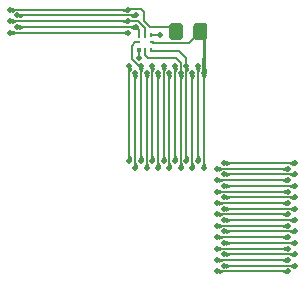
<source format=gbr>
G04 #@! TF.GenerationSoftware,KiCad,Pcbnew,(5.1.0)-1*
G04 #@! TF.CreationDate,2019-10-11T23:09:54-07:00*
G04 #@! TF.ProjectId,Miniscope-v4-FlexPC,4d696e69-7363-46f7-9065-2d76342d466c,rev?*
G04 #@! TF.SameCoordinates,Original*
G04 #@! TF.FileFunction,Copper,L1,Top*
G04 #@! TF.FilePolarity,Positive*
%FSLAX46Y46*%
G04 Gerber Fmt 4.6, Leading zero omitted, Abs format (unit mm)*
G04 Created by KiCad (PCBNEW (5.1.0)-1) date 2019-10-11 23:09:54*
%MOMM*%
%LPD*%
G04 APERTURE LIST*
%ADD10C,0.100000*%
%ADD11C,1.150000*%
%ADD12R,0.400000X0.220000*%
%ADD13R,0.220000X0.400000*%
%ADD14R,0.320000X0.400000*%
%ADD15C,0.508000*%
%ADD16C,0.152400*%
%ADD17C,0.203200*%
%ADD18C,0.304800*%
%ADD19C,0.254000*%
%ADD20C,0.025400*%
G04 APERTURE END LIST*
D10*
G36*
X33624505Y-16551204D02*
G01*
X33648773Y-16554804D01*
X33672572Y-16560765D01*
X33695671Y-16569030D01*
X33717850Y-16579520D01*
X33738893Y-16592132D01*
X33758599Y-16606747D01*
X33776777Y-16623223D01*
X33793253Y-16641401D01*
X33807868Y-16661107D01*
X33820480Y-16682150D01*
X33830970Y-16704329D01*
X33839235Y-16727428D01*
X33845196Y-16751227D01*
X33848796Y-16775495D01*
X33850000Y-16799999D01*
X33850000Y-17700001D01*
X33848796Y-17724505D01*
X33845196Y-17748773D01*
X33839235Y-17772572D01*
X33830970Y-17795671D01*
X33820480Y-17817850D01*
X33807868Y-17838893D01*
X33793253Y-17858599D01*
X33776777Y-17876777D01*
X33758599Y-17893253D01*
X33738893Y-17907868D01*
X33717850Y-17920480D01*
X33695671Y-17930970D01*
X33672572Y-17939235D01*
X33648773Y-17945196D01*
X33624505Y-17948796D01*
X33600001Y-17950000D01*
X32949999Y-17950000D01*
X32925495Y-17948796D01*
X32901227Y-17945196D01*
X32877428Y-17939235D01*
X32854329Y-17930970D01*
X32832150Y-17920480D01*
X32811107Y-17907868D01*
X32791401Y-17893253D01*
X32773223Y-17876777D01*
X32756747Y-17858599D01*
X32742132Y-17838893D01*
X32729520Y-17817850D01*
X32719030Y-17795671D01*
X32710765Y-17772572D01*
X32704804Y-17748773D01*
X32701204Y-17724505D01*
X32700000Y-17700001D01*
X32700000Y-16799999D01*
X32701204Y-16775495D01*
X32704804Y-16751227D01*
X32710765Y-16727428D01*
X32719030Y-16704329D01*
X32729520Y-16682150D01*
X32742132Y-16661107D01*
X32756747Y-16641401D01*
X32773223Y-16623223D01*
X32791401Y-16606747D01*
X32811107Y-16592132D01*
X32832150Y-16579520D01*
X32854329Y-16569030D01*
X32877428Y-16560765D01*
X32901227Y-16554804D01*
X32925495Y-16551204D01*
X32949999Y-16550000D01*
X33600001Y-16550000D01*
X33624505Y-16551204D01*
X33624505Y-16551204D01*
G37*
D11*
X33275000Y-17250000D03*
D10*
G36*
X31574910Y-16551202D02*
G01*
X31599135Y-16554795D01*
X31622891Y-16560746D01*
X31645949Y-16568996D01*
X31668087Y-16579467D01*
X31689093Y-16592057D01*
X31708763Y-16606645D01*
X31726908Y-16623092D01*
X31743355Y-16641237D01*
X31757943Y-16660907D01*
X31770533Y-16681913D01*
X31781004Y-16704051D01*
X31789254Y-16727109D01*
X31795205Y-16750865D01*
X31798798Y-16775090D01*
X31800000Y-16799550D01*
X31800000Y-17700450D01*
X31798798Y-17724910D01*
X31795205Y-17749135D01*
X31789254Y-17772891D01*
X31781004Y-17795949D01*
X31770533Y-17818087D01*
X31757943Y-17839093D01*
X31743355Y-17858763D01*
X31726908Y-17876908D01*
X31708763Y-17893355D01*
X31689093Y-17907943D01*
X31668087Y-17920533D01*
X31645949Y-17931004D01*
X31622891Y-17939254D01*
X31599135Y-17945205D01*
X31574910Y-17948798D01*
X31550450Y-17950000D01*
X30899550Y-17950000D01*
X30875090Y-17948798D01*
X30850865Y-17945205D01*
X30827109Y-17939254D01*
X30804051Y-17931004D01*
X30781913Y-17920533D01*
X30760907Y-17907943D01*
X30741237Y-17893355D01*
X30723092Y-17876908D01*
X30706645Y-17858763D01*
X30692057Y-17839093D01*
X30679467Y-17818087D01*
X30668996Y-17795949D01*
X30660746Y-17772891D01*
X30654795Y-17749135D01*
X30651202Y-17724910D01*
X30650000Y-17700450D01*
X30650000Y-16799550D01*
X30651202Y-16775090D01*
X30654795Y-16750865D01*
X30660746Y-16727109D01*
X30668996Y-16704051D01*
X30679467Y-16681913D01*
X30692057Y-16660907D01*
X30706645Y-16641237D01*
X30723092Y-16623092D01*
X30741237Y-16606645D01*
X30760907Y-16592057D01*
X30781913Y-16579467D01*
X30804051Y-16568996D01*
X30827109Y-16560746D01*
X30850865Y-16554795D01*
X30875090Y-16551202D01*
X30899550Y-16550000D01*
X31550450Y-16550000D01*
X31574910Y-16551202D01*
X31574910Y-16551202D01*
G37*
D11*
X31225000Y-17250000D03*
D12*
X28000400Y-18186400D03*
X29200400Y-18186400D03*
D13*
X28600400Y-18786400D03*
X29100400Y-18786400D03*
D14*
X28050400Y-18786400D03*
D13*
X28100400Y-17586400D03*
X28600400Y-17586400D03*
X29100400Y-17586400D03*
D15*
X27796400Y-16866001D03*
X27186800Y-17348600D03*
X27796400Y-15900802D03*
X27186800Y-16383401D03*
X27186800Y-15418202D03*
X35278840Y-28393660D03*
X34669240Y-28876259D03*
X35278840Y-29358859D03*
X34669240Y-29841458D03*
X35278840Y-30324058D03*
X34669240Y-30806657D03*
X35278840Y-31289257D03*
X34669240Y-31771856D03*
X35278840Y-32254456D03*
X34669240Y-32737055D03*
X35278840Y-33219655D03*
X34669240Y-33702254D03*
X35278840Y-34184854D03*
X34669240Y-34667453D03*
X35278840Y-35150053D03*
X34669240Y-35632652D03*
X35278840Y-36115252D03*
X34669240Y-36597851D03*
X35278840Y-37080451D03*
X34669240Y-37563050D03*
X41278840Y-28393660D03*
X40669240Y-28876259D03*
X41278840Y-29358859D03*
X40669240Y-29841458D03*
X41278840Y-30324058D03*
X40669240Y-30806657D03*
X41278840Y-31289257D03*
X40669240Y-31771856D03*
X41278840Y-32254456D03*
X40669240Y-32737055D03*
X41278840Y-33219655D03*
X40669240Y-33702254D03*
X41278840Y-34184854D03*
X40669240Y-34667453D03*
X41278840Y-35150053D03*
X40669240Y-35632652D03*
X41278840Y-36115252D03*
X40669240Y-36597851D03*
X41278840Y-37080451D03*
X40669240Y-37563050D03*
X27280380Y-28193000D03*
X27762979Y-28802600D03*
X28245579Y-28193000D03*
X28728178Y-28802600D03*
X29210778Y-28193000D03*
X29693377Y-28802600D03*
X30175977Y-28193000D03*
X30658576Y-28802600D03*
X31141176Y-28193000D03*
X31623775Y-28802600D03*
X32106375Y-28193000D03*
X32588974Y-28802600D03*
X33071574Y-28193000D03*
X33554173Y-28802600D03*
X27280380Y-20193000D03*
X27762979Y-20802600D03*
X28245579Y-20193000D03*
X28728178Y-20802600D03*
X29210778Y-20193000D03*
X29693377Y-20802600D03*
X30175977Y-20193000D03*
X30658576Y-20802600D03*
X31141176Y-20193000D03*
X31623775Y-20802600D03*
X32106375Y-20193000D03*
X32588974Y-20802600D03*
X33071574Y-20193000D03*
X33554173Y-20802600D03*
X17796400Y-16866001D03*
X17186800Y-17348600D03*
X17796400Y-15900802D03*
X17186800Y-16383401D03*
X17186800Y-15418202D03*
X28092400Y-19481800D03*
X29895800Y-17551400D03*
D16*
X40863299Y-28393660D02*
X41278840Y-28393660D01*
X35278840Y-28393660D02*
X40863299Y-28393660D01*
X40669240Y-28876259D02*
X34669240Y-28876259D01*
X35278840Y-29358859D02*
X40863299Y-29358859D01*
X40863299Y-29358859D02*
X41278840Y-29358859D01*
X40669240Y-29841458D02*
X34669240Y-29841458D01*
X35278840Y-30324058D02*
X41278840Y-30324058D01*
X35084781Y-30806657D02*
X34669240Y-30806657D01*
X40669240Y-30806657D02*
X35084781Y-30806657D01*
X35278840Y-31289257D02*
X41278840Y-31289257D01*
X34669240Y-31771856D02*
X40669240Y-31771856D01*
X40475181Y-32254456D02*
X35278840Y-32254456D01*
X41278840Y-32254456D02*
X40475181Y-32254456D01*
X34669240Y-32737055D02*
X40669240Y-32737055D01*
X41278840Y-33219655D02*
X35278840Y-33219655D01*
X34669240Y-33702254D02*
X40669240Y-33702254D01*
X41278840Y-34184854D02*
X40475182Y-34184854D01*
X40475182Y-34184854D02*
X35278840Y-34184854D01*
X34669240Y-34667453D02*
X40669240Y-34667453D01*
X40919630Y-35150053D02*
X35278840Y-35150053D01*
X41278840Y-35150053D02*
X40919630Y-35150053D01*
X34669240Y-35632652D02*
X40669240Y-35632652D01*
X41278840Y-36115252D02*
X35278840Y-36115252D01*
X34669240Y-36597851D02*
X40669240Y-36597851D01*
X41278840Y-37080451D02*
X40919630Y-37080451D01*
X40919630Y-37080451D02*
X35278840Y-37080451D01*
X34669240Y-37563050D02*
X40669240Y-37563050D01*
X17186800Y-15418202D02*
X17546010Y-15418202D01*
X17546010Y-15418202D02*
X27186800Y-15418202D01*
D17*
X30840600Y-16865600D02*
X31225000Y-17250000D01*
X27263402Y-15341600D02*
X28244800Y-15341600D01*
X28244800Y-15341600D02*
X28544349Y-15641149D01*
X27186800Y-15418202D02*
X27263402Y-15341600D01*
X28544349Y-15641149D02*
X28544349Y-16352349D01*
X28544349Y-16352349D02*
X29057600Y-16865600D01*
X29057600Y-16865600D02*
X30840600Y-16865600D01*
D16*
X17186800Y-16383401D02*
X27186800Y-16383401D01*
X28600400Y-17335600D02*
X28600400Y-17688000D01*
X28600400Y-16993343D02*
X28600400Y-17335600D01*
X27990458Y-16383401D02*
X28600400Y-16993343D01*
X27186800Y-16383401D02*
X27990458Y-16383401D01*
X26992741Y-15900802D02*
X17796400Y-15900802D01*
X27821800Y-15900802D02*
X27018141Y-15900802D01*
X17186800Y-17348600D02*
X27186800Y-17348600D01*
X27796400Y-16866001D02*
X17796400Y-16866001D01*
X28100400Y-17170001D02*
X27796400Y-16866001D01*
X28100400Y-17688000D02*
X28100400Y-17170001D01*
X33554173Y-28802600D02*
X33554173Y-28443390D01*
X33554173Y-28443390D02*
X33554173Y-20802600D01*
D18*
X33554173Y-20802600D02*
X33629600Y-20727173D01*
X33629600Y-20727173D02*
X33629600Y-19599800D01*
D19*
X33629600Y-17604600D02*
X33275000Y-17250000D01*
X33629600Y-19599800D02*
X33629600Y-17604600D01*
D16*
X32287800Y-18237200D02*
X33275000Y-17250000D01*
X29200400Y-18186400D02*
X29251200Y-18237200D01*
X29251200Y-18237200D02*
X32287800Y-18237200D01*
X33071574Y-20996658D02*
X33071574Y-28193000D01*
X33071574Y-20193000D02*
X33071574Y-20996658D01*
X28050400Y-18786400D02*
X28050400Y-19439800D01*
X28050400Y-19439800D02*
X28092400Y-19481800D01*
X29100400Y-17586400D02*
X29860800Y-17586400D01*
X29860800Y-17586400D02*
X29895800Y-17551400D01*
X32588974Y-28802600D02*
X32588974Y-20802600D01*
X32106375Y-20193000D02*
X32106375Y-20996658D01*
X32106375Y-20996658D02*
X32106375Y-28193000D01*
X32106375Y-19533375D02*
X32106375Y-20193000D01*
X29100400Y-18888000D02*
X31461000Y-18888000D01*
X31461000Y-18888000D02*
X32106375Y-19533375D01*
X31623775Y-28802600D02*
X31623775Y-20802600D01*
X28600400Y-19240400D02*
X28867200Y-19507200D01*
X28600400Y-18888000D02*
X28600400Y-19240400D01*
X28867200Y-19507200D02*
X31182831Y-19507200D01*
X31182831Y-19507200D02*
X31623775Y-19948144D01*
X31623775Y-19948144D02*
X31623775Y-20443390D01*
X31623775Y-20443390D02*
X31623775Y-20802600D01*
X31141176Y-20193000D02*
X31141176Y-28193000D01*
X30658576Y-28802600D02*
X30658576Y-20802600D01*
X30175977Y-20193000D02*
X30175977Y-20996658D01*
X30175977Y-20996658D02*
X30175977Y-28193000D01*
X29693377Y-28802600D02*
X29693377Y-20802600D01*
X29210778Y-20193000D02*
X29210778Y-28193000D01*
X28728173Y-28802600D02*
X28728173Y-28443390D01*
X28728178Y-28443390D02*
X28728178Y-20802600D01*
X28245579Y-20193000D02*
X28245579Y-28193000D01*
X28126942Y-20193000D02*
X28245579Y-20193000D01*
X27499837Y-19565895D02*
X28126942Y-20193000D01*
X27499837Y-18448763D02*
X27499837Y-19565895D01*
X28000400Y-18186400D02*
X27762200Y-18186400D01*
X27762200Y-18186400D02*
X27499837Y-18448763D01*
X27762979Y-28802600D02*
X27762979Y-27998942D01*
X27762979Y-27998942D02*
X27762979Y-20802600D01*
X27280380Y-20193000D02*
X27280380Y-28193000D01*
D20*
G36*
X33618715Y-28460061D02*
G01*
X33618906Y-28461585D01*
X33621954Y-28477872D01*
X33622286Y-28479229D01*
X33627366Y-28495943D01*
X33627787Y-28497117D01*
X33634899Y-28514258D01*
X33635364Y-28515255D01*
X33644508Y-28532823D01*
X33644984Y-28533659D01*
X33656160Y-28551654D01*
X33656628Y-28552354D01*
X33669836Y-28570777D01*
X33670281Y-28571362D01*
X33685521Y-28590212D01*
X33685939Y-28590702D01*
X33703211Y-28609978D01*
X33703597Y-28610390D01*
X33716158Y-28623212D01*
X33554173Y-28904174D01*
X33392188Y-28623212D01*
X33404749Y-28610390D01*
X33405135Y-28609978D01*
X33422407Y-28590702D01*
X33422825Y-28590212D01*
X33438065Y-28571362D01*
X33438510Y-28570777D01*
X33451718Y-28552354D01*
X33452186Y-28551654D01*
X33463362Y-28533659D01*
X33463838Y-28532823D01*
X33472982Y-28515255D01*
X33473447Y-28514258D01*
X33480559Y-28497117D01*
X33480980Y-28495943D01*
X33486060Y-28479229D01*
X33486392Y-28477872D01*
X33489440Y-28461585D01*
X33489631Y-28460061D01*
X33489885Y-28456090D01*
X33618461Y-28456090D01*
X33618715Y-28460061D01*
X33618715Y-28460061D01*
G37*
X33618715Y-28460061D02*
X33618906Y-28461585D01*
X33621954Y-28477872D01*
X33622286Y-28479229D01*
X33627366Y-28495943D01*
X33627787Y-28497117D01*
X33634899Y-28514258D01*
X33635364Y-28515255D01*
X33644508Y-28532823D01*
X33644984Y-28533659D01*
X33656160Y-28551654D01*
X33656628Y-28552354D01*
X33669836Y-28570777D01*
X33670281Y-28571362D01*
X33685521Y-28590212D01*
X33685939Y-28590702D01*
X33703211Y-28609978D01*
X33703597Y-28610390D01*
X33716158Y-28623212D01*
X33554173Y-28904174D01*
X33392188Y-28623212D01*
X33404749Y-28610390D01*
X33405135Y-28609978D01*
X33422407Y-28590702D01*
X33422825Y-28590212D01*
X33438065Y-28571362D01*
X33438510Y-28570777D01*
X33451718Y-28552354D01*
X33452186Y-28551654D01*
X33463362Y-28533659D01*
X33463838Y-28532823D01*
X33472982Y-28515255D01*
X33473447Y-28514258D01*
X33480559Y-28497117D01*
X33480980Y-28495943D01*
X33486060Y-28479229D01*
X33486392Y-28477872D01*
X33489440Y-28461585D01*
X33489631Y-28460061D01*
X33489885Y-28456090D01*
X33618461Y-28456090D01*
X33618715Y-28460061D01*
G36*
X28792715Y-28460061D02*
G01*
X28792906Y-28461586D01*
X28795955Y-28477873D01*
X28796287Y-28479230D01*
X28801368Y-28495944D01*
X28801789Y-28497118D01*
X28808902Y-28514259D01*
X28809367Y-28515255D01*
X28818511Y-28532823D01*
X28818988Y-28533660D01*
X28830165Y-28551655D01*
X28830632Y-28552354D01*
X28843840Y-28570777D01*
X28844285Y-28571362D01*
X28859525Y-28590212D01*
X28859943Y-28590702D01*
X28877215Y-28609978D01*
X28877601Y-28610391D01*
X28890163Y-28623213D01*
X28728178Y-28904174D01*
X28566192Y-28623212D01*
X28578753Y-28610390D01*
X28579139Y-28609978D01*
X28596411Y-28590702D01*
X28596829Y-28590212D01*
X28612069Y-28571362D01*
X28612514Y-28570777D01*
X28625722Y-28552354D01*
X28626190Y-28551654D01*
X28637365Y-28533659D01*
X28637841Y-28532823D01*
X28646985Y-28515255D01*
X28647451Y-28514257D01*
X28654562Y-28497116D01*
X28654982Y-28495943D01*
X28660061Y-28479229D01*
X28660393Y-28477871D01*
X28663440Y-28461584D01*
X28663631Y-28460061D01*
X28663885Y-28456090D01*
X28792461Y-28456090D01*
X28792715Y-28460061D01*
X28792715Y-28460061D01*
G37*
X28792715Y-28460061D02*
X28792906Y-28461586D01*
X28795955Y-28477873D01*
X28796287Y-28479230D01*
X28801368Y-28495944D01*
X28801789Y-28497118D01*
X28808902Y-28514259D01*
X28809367Y-28515255D01*
X28818511Y-28532823D01*
X28818988Y-28533660D01*
X28830165Y-28551655D01*
X28830632Y-28552354D01*
X28843840Y-28570777D01*
X28844285Y-28571362D01*
X28859525Y-28590212D01*
X28859943Y-28590702D01*
X28877215Y-28609978D01*
X28877601Y-28610391D01*
X28890163Y-28623213D01*
X28728178Y-28904174D01*
X28566192Y-28623212D01*
X28578753Y-28610390D01*
X28579139Y-28609978D01*
X28596411Y-28590702D01*
X28596829Y-28590212D01*
X28612069Y-28571362D01*
X28612514Y-28570777D01*
X28625722Y-28552354D01*
X28626190Y-28551654D01*
X28637365Y-28533659D01*
X28637841Y-28532823D01*
X28646985Y-28515255D01*
X28647451Y-28514257D01*
X28654562Y-28497116D01*
X28654982Y-28495943D01*
X28660061Y-28479229D01*
X28660393Y-28477871D01*
X28663440Y-28461584D01*
X28663631Y-28460061D01*
X28663885Y-28456090D01*
X28792461Y-28456090D01*
X28792715Y-28460061D01*
G36*
X41380414Y-28393660D02*
G01*
X41099331Y-28555715D01*
X41085939Y-28542960D01*
X41085255Y-28542354D01*
X41064288Y-28525082D01*
X41063520Y-28524496D01*
X41041854Y-28509256D01*
X41041005Y-28508708D01*
X41018639Y-28495500D01*
X41017719Y-28495007D01*
X40994654Y-28483831D01*
X40993677Y-28483407D01*
X40969913Y-28474263D01*
X40968898Y-28473921D01*
X40944434Y-28466808D01*
X40943401Y-28466554D01*
X40918237Y-28461475D01*
X40917210Y-28461311D01*
X40891347Y-28458263D01*
X40890346Y-28458185D01*
X40875999Y-28457636D01*
X40875999Y-28329684D01*
X40890346Y-28329135D01*
X40891347Y-28329057D01*
X40917210Y-28326009D01*
X40918237Y-28325845D01*
X40943401Y-28320765D01*
X40944433Y-28320511D01*
X40968897Y-28313399D01*
X40969913Y-28313057D01*
X40993677Y-28303913D01*
X40994654Y-28303489D01*
X41017719Y-28292313D01*
X41018639Y-28291819D01*
X41041005Y-28278610D01*
X41041853Y-28278063D01*
X41063519Y-28262824D01*
X41064288Y-28262238D01*
X41085255Y-28244966D01*
X41085939Y-28244360D01*
X41099331Y-28231605D01*
X41380414Y-28393660D01*
X41380414Y-28393660D01*
G37*
X41380414Y-28393660D02*
X41099331Y-28555715D01*
X41085939Y-28542960D01*
X41085255Y-28542354D01*
X41064288Y-28525082D01*
X41063520Y-28524496D01*
X41041854Y-28509256D01*
X41041005Y-28508708D01*
X41018639Y-28495500D01*
X41017719Y-28495007D01*
X40994654Y-28483831D01*
X40993677Y-28483407D01*
X40969913Y-28474263D01*
X40968898Y-28473921D01*
X40944434Y-28466808D01*
X40943401Y-28466554D01*
X40918237Y-28461475D01*
X40917210Y-28461311D01*
X40891347Y-28458263D01*
X40890346Y-28458185D01*
X40875999Y-28457636D01*
X40875999Y-28329684D01*
X40890346Y-28329135D01*
X40891347Y-28329057D01*
X40917210Y-28326009D01*
X40918237Y-28325845D01*
X40943401Y-28320765D01*
X40944433Y-28320511D01*
X40968897Y-28313399D01*
X40969913Y-28313057D01*
X40993677Y-28303913D01*
X40994654Y-28303489D01*
X41017719Y-28292313D01*
X41018639Y-28291819D01*
X41041005Y-28278610D01*
X41041853Y-28278063D01*
X41063519Y-28262824D01*
X41064288Y-28262238D01*
X41085255Y-28244966D01*
X41085939Y-28244360D01*
X41099331Y-28231605D01*
X41380414Y-28393660D01*
G36*
X35471908Y-28244389D02*
G01*
X35472655Y-28245043D01*
X35494033Y-28262315D01*
X35494859Y-28262929D01*
X35517210Y-28278169D01*
X35518107Y-28278727D01*
X35541432Y-28291935D01*
X35542383Y-28292422D01*
X35566682Y-28303598D01*
X35567668Y-28304002D01*
X35592939Y-28313146D01*
X35593939Y-28313462D01*
X35620185Y-28320573D01*
X35621176Y-28320799D01*
X35648395Y-28325880D01*
X35649360Y-28326022D01*
X35677552Y-28329070D01*
X35678475Y-28329136D01*
X35695384Y-28329725D01*
X35695384Y-28457595D01*
X35678475Y-28458184D01*
X35677552Y-28458250D01*
X35649360Y-28461298D01*
X35648395Y-28461440D01*
X35621176Y-28466520D01*
X35620184Y-28466746D01*
X35593938Y-28473858D01*
X35592939Y-28474174D01*
X35567668Y-28483318D01*
X35566682Y-28483722D01*
X35542383Y-28494898D01*
X35541433Y-28495385D01*
X35518108Y-28508592D01*
X35517210Y-28509150D01*
X35494859Y-28524391D01*
X35494033Y-28525005D01*
X35472655Y-28542277D01*
X35471908Y-28542931D01*
X35458378Y-28555732D01*
X35177266Y-28393660D01*
X35458378Y-28231588D01*
X35471908Y-28244389D01*
X35471908Y-28244389D01*
G37*
X35471908Y-28244389D02*
X35472655Y-28245043D01*
X35494033Y-28262315D01*
X35494859Y-28262929D01*
X35517210Y-28278169D01*
X35518107Y-28278727D01*
X35541432Y-28291935D01*
X35542383Y-28292422D01*
X35566682Y-28303598D01*
X35567668Y-28304002D01*
X35592939Y-28313146D01*
X35593939Y-28313462D01*
X35620185Y-28320573D01*
X35621176Y-28320799D01*
X35648395Y-28325880D01*
X35649360Y-28326022D01*
X35677552Y-28329070D01*
X35678475Y-28329136D01*
X35695384Y-28329725D01*
X35695384Y-28457595D01*
X35678475Y-28458184D01*
X35677552Y-28458250D01*
X35649360Y-28461298D01*
X35648395Y-28461440D01*
X35621176Y-28466520D01*
X35620184Y-28466746D01*
X35593938Y-28473858D01*
X35592939Y-28474174D01*
X35567668Y-28483318D01*
X35566682Y-28483722D01*
X35542383Y-28494898D01*
X35541433Y-28495385D01*
X35518108Y-28508592D01*
X35517210Y-28509150D01*
X35494859Y-28524391D01*
X35494033Y-28525005D01*
X35472655Y-28542277D01*
X35471908Y-28542931D01*
X35458378Y-28555732D01*
X35177266Y-28393660D01*
X35458378Y-28231588D01*
X35471908Y-28244389D01*
G36*
X34862308Y-28726988D02*
G01*
X34863055Y-28727642D01*
X34884433Y-28744914D01*
X34885259Y-28745528D01*
X34907610Y-28760768D01*
X34908507Y-28761326D01*
X34931832Y-28774534D01*
X34932783Y-28775021D01*
X34957082Y-28786197D01*
X34958068Y-28786601D01*
X34983339Y-28795745D01*
X34984339Y-28796061D01*
X35010585Y-28803172D01*
X35011576Y-28803398D01*
X35038795Y-28808479D01*
X35039760Y-28808621D01*
X35067952Y-28811669D01*
X35068875Y-28811735D01*
X35085784Y-28812324D01*
X35085784Y-28940194D01*
X35068875Y-28940783D01*
X35067952Y-28940849D01*
X35039760Y-28943897D01*
X35038795Y-28944039D01*
X35011576Y-28949119D01*
X35010584Y-28949345D01*
X34984338Y-28956457D01*
X34983339Y-28956773D01*
X34958068Y-28965917D01*
X34957082Y-28966321D01*
X34932783Y-28977497D01*
X34931833Y-28977984D01*
X34908508Y-28991191D01*
X34907610Y-28991749D01*
X34885259Y-29006990D01*
X34884433Y-29007604D01*
X34863055Y-29024876D01*
X34862308Y-29025530D01*
X34848778Y-29038331D01*
X34567666Y-28876259D01*
X34848778Y-28714187D01*
X34862308Y-28726988D01*
X34862308Y-28726988D01*
G37*
X34862308Y-28726988D02*
X34863055Y-28727642D01*
X34884433Y-28744914D01*
X34885259Y-28745528D01*
X34907610Y-28760768D01*
X34908507Y-28761326D01*
X34931832Y-28774534D01*
X34932783Y-28775021D01*
X34957082Y-28786197D01*
X34958068Y-28786601D01*
X34983339Y-28795745D01*
X34984339Y-28796061D01*
X35010585Y-28803172D01*
X35011576Y-28803398D01*
X35038795Y-28808479D01*
X35039760Y-28808621D01*
X35067952Y-28811669D01*
X35068875Y-28811735D01*
X35085784Y-28812324D01*
X35085784Y-28940194D01*
X35068875Y-28940783D01*
X35067952Y-28940849D01*
X35039760Y-28943897D01*
X35038795Y-28944039D01*
X35011576Y-28949119D01*
X35010584Y-28949345D01*
X34984338Y-28956457D01*
X34983339Y-28956773D01*
X34958068Y-28965917D01*
X34957082Y-28966321D01*
X34932783Y-28977497D01*
X34931833Y-28977984D01*
X34908508Y-28991191D01*
X34907610Y-28991749D01*
X34885259Y-29006990D01*
X34884433Y-29007604D01*
X34863055Y-29024876D01*
X34862308Y-29025530D01*
X34848778Y-29038331D01*
X34567666Y-28876259D01*
X34848778Y-28714187D01*
X34862308Y-28726988D01*
G36*
X40770814Y-28876259D02*
G01*
X40489703Y-29038331D01*
X40476171Y-29025529D01*
X40475424Y-29024876D01*
X40454046Y-29007604D01*
X40453220Y-29006990D01*
X40430869Y-28991750D01*
X40429972Y-28991192D01*
X40406647Y-28977984D01*
X40405696Y-28977497D01*
X40381398Y-28966321D01*
X40380412Y-28965917D01*
X40355140Y-28956773D01*
X40354141Y-28956457D01*
X40327895Y-28949344D01*
X40326903Y-28949117D01*
X40299684Y-28944038D01*
X40298719Y-28943897D01*
X40270527Y-28940849D01*
X40269604Y-28940783D01*
X40252696Y-28940194D01*
X40252696Y-28812324D01*
X40269604Y-28811735D01*
X40270527Y-28811669D01*
X40298719Y-28808621D01*
X40299684Y-28808479D01*
X40326903Y-28803399D01*
X40327895Y-28803173D01*
X40354141Y-28796061D01*
X40355140Y-28795745D01*
X40380412Y-28786601D01*
X40381398Y-28786197D01*
X40405696Y-28775021D01*
X40406647Y-28774534D01*
X40429972Y-28761325D01*
X40430868Y-28760767D01*
X40453219Y-28745528D01*
X40454046Y-28744914D01*
X40475424Y-28727642D01*
X40476171Y-28726989D01*
X40489703Y-28714187D01*
X40770814Y-28876259D01*
X40770814Y-28876259D01*
G37*
X40770814Y-28876259D02*
X40489703Y-29038331D01*
X40476171Y-29025529D01*
X40475424Y-29024876D01*
X40454046Y-29007604D01*
X40453220Y-29006990D01*
X40430869Y-28991750D01*
X40429972Y-28991192D01*
X40406647Y-28977984D01*
X40405696Y-28977497D01*
X40381398Y-28966321D01*
X40380412Y-28965917D01*
X40355140Y-28956773D01*
X40354141Y-28956457D01*
X40327895Y-28949344D01*
X40326903Y-28949117D01*
X40299684Y-28944038D01*
X40298719Y-28943897D01*
X40270527Y-28940849D01*
X40269604Y-28940783D01*
X40252696Y-28940194D01*
X40252696Y-28812324D01*
X40269604Y-28811735D01*
X40270527Y-28811669D01*
X40298719Y-28808621D01*
X40299684Y-28808479D01*
X40326903Y-28803399D01*
X40327895Y-28803173D01*
X40354141Y-28796061D01*
X40355140Y-28795745D01*
X40380412Y-28786601D01*
X40381398Y-28786197D01*
X40405696Y-28775021D01*
X40406647Y-28774534D01*
X40429972Y-28761325D01*
X40430868Y-28760767D01*
X40453219Y-28745528D01*
X40454046Y-28744914D01*
X40475424Y-28727642D01*
X40476171Y-28726989D01*
X40489703Y-28714187D01*
X40770814Y-28876259D01*
G36*
X35471908Y-29209588D02*
G01*
X35472655Y-29210242D01*
X35494033Y-29227514D01*
X35494859Y-29228128D01*
X35517210Y-29243368D01*
X35518107Y-29243926D01*
X35541432Y-29257134D01*
X35542383Y-29257621D01*
X35566682Y-29268797D01*
X35567668Y-29269201D01*
X35592939Y-29278345D01*
X35593939Y-29278661D01*
X35620185Y-29285772D01*
X35621176Y-29285998D01*
X35648395Y-29291079D01*
X35649360Y-29291221D01*
X35677552Y-29294269D01*
X35678475Y-29294335D01*
X35695384Y-29294924D01*
X35695384Y-29422794D01*
X35678475Y-29423383D01*
X35677552Y-29423449D01*
X35649360Y-29426497D01*
X35648395Y-29426639D01*
X35621176Y-29431719D01*
X35620184Y-29431945D01*
X35593938Y-29439057D01*
X35592939Y-29439373D01*
X35567668Y-29448517D01*
X35566682Y-29448921D01*
X35542383Y-29460097D01*
X35541433Y-29460584D01*
X35518108Y-29473791D01*
X35517210Y-29474349D01*
X35494859Y-29489590D01*
X35494033Y-29490204D01*
X35472655Y-29507476D01*
X35471908Y-29508130D01*
X35458378Y-29520931D01*
X35177266Y-29358859D01*
X35458378Y-29196787D01*
X35471908Y-29209588D01*
X35471908Y-29209588D01*
G37*
X35471908Y-29209588D02*
X35472655Y-29210242D01*
X35494033Y-29227514D01*
X35494859Y-29228128D01*
X35517210Y-29243368D01*
X35518107Y-29243926D01*
X35541432Y-29257134D01*
X35542383Y-29257621D01*
X35566682Y-29268797D01*
X35567668Y-29269201D01*
X35592939Y-29278345D01*
X35593939Y-29278661D01*
X35620185Y-29285772D01*
X35621176Y-29285998D01*
X35648395Y-29291079D01*
X35649360Y-29291221D01*
X35677552Y-29294269D01*
X35678475Y-29294335D01*
X35695384Y-29294924D01*
X35695384Y-29422794D01*
X35678475Y-29423383D01*
X35677552Y-29423449D01*
X35649360Y-29426497D01*
X35648395Y-29426639D01*
X35621176Y-29431719D01*
X35620184Y-29431945D01*
X35593938Y-29439057D01*
X35592939Y-29439373D01*
X35567668Y-29448517D01*
X35566682Y-29448921D01*
X35542383Y-29460097D01*
X35541433Y-29460584D01*
X35518108Y-29473791D01*
X35517210Y-29474349D01*
X35494859Y-29489590D01*
X35494033Y-29490204D01*
X35472655Y-29507476D01*
X35471908Y-29508130D01*
X35458378Y-29520931D01*
X35177266Y-29358859D01*
X35458378Y-29196787D01*
X35471908Y-29209588D01*
G36*
X41380414Y-29358859D02*
G01*
X41099331Y-29520914D01*
X41085939Y-29508159D01*
X41085255Y-29507553D01*
X41064288Y-29490281D01*
X41063520Y-29489695D01*
X41041854Y-29474455D01*
X41041005Y-29473907D01*
X41018639Y-29460699D01*
X41017719Y-29460206D01*
X40994654Y-29449030D01*
X40993677Y-29448606D01*
X40969913Y-29439462D01*
X40968898Y-29439120D01*
X40944434Y-29432007D01*
X40943401Y-29431753D01*
X40918237Y-29426674D01*
X40917210Y-29426510D01*
X40891347Y-29423462D01*
X40890346Y-29423384D01*
X40875999Y-29422835D01*
X40875999Y-29294883D01*
X40890346Y-29294334D01*
X40891347Y-29294256D01*
X40917210Y-29291208D01*
X40918237Y-29291044D01*
X40943401Y-29285964D01*
X40944433Y-29285710D01*
X40968897Y-29278598D01*
X40969913Y-29278256D01*
X40993677Y-29269112D01*
X40994654Y-29268688D01*
X41017719Y-29257512D01*
X41018639Y-29257018D01*
X41041005Y-29243809D01*
X41041853Y-29243262D01*
X41063519Y-29228023D01*
X41064288Y-29227437D01*
X41085255Y-29210165D01*
X41085939Y-29209559D01*
X41099331Y-29196804D01*
X41380414Y-29358859D01*
X41380414Y-29358859D01*
G37*
X41380414Y-29358859D02*
X41099331Y-29520914D01*
X41085939Y-29508159D01*
X41085255Y-29507553D01*
X41064288Y-29490281D01*
X41063520Y-29489695D01*
X41041854Y-29474455D01*
X41041005Y-29473907D01*
X41018639Y-29460699D01*
X41017719Y-29460206D01*
X40994654Y-29449030D01*
X40993677Y-29448606D01*
X40969913Y-29439462D01*
X40968898Y-29439120D01*
X40944434Y-29432007D01*
X40943401Y-29431753D01*
X40918237Y-29426674D01*
X40917210Y-29426510D01*
X40891347Y-29423462D01*
X40890346Y-29423384D01*
X40875999Y-29422835D01*
X40875999Y-29294883D01*
X40890346Y-29294334D01*
X40891347Y-29294256D01*
X40917210Y-29291208D01*
X40918237Y-29291044D01*
X40943401Y-29285964D01*
X40944433Y-29285710D01*
X40968897Y-29278598D01*
X40969913Y-29278256D01*
X40993677Y-29269112D01*
X40994654Y-29268688D01*
X41017719Y-29257512D01*
X41018639Y-29257018D01*
X41041005Y-29243809D01*
X41041853Y-29243262D01*
X41063519Y-29228023D01*
X41064288Y-29227437D01*
X41085255Y-29210165D01*
X41085939Y-29209559D01*
X41099331Y-29196804D01*
X41380414Y-29358859D01*
G36*
X34862308Y-29692187D02*
G01*
X34863055Y-29692841D01*
X34884433Y-29710113D01*
X34885259Y-29710727D01*
X34907610Y-29725967D01*
X34908507Y-29726525D01*
X34931832Y-29739733D01*
X34932783Y-29740220D01*
X34957082Y-29751396D01*
X34958068Y-29751800D01*
X34983339Y-29760944D01*
X34984339Y-29761260D01*
X35010585Y-29768371D01*
X35011576Y-29768597D01*
X35038795Y-29773678D01*
X35039760Y-29773820D01*
X35067952Y-29776868D01*
X35068875Y-29776934D01*
X35085784Y-29777523D01*
X35085784Y-29905393D01*
X35068875Y-29905982D01*
X35067952Y-29906048D01*
X35039760Y-29909096D01*
X35038795Y-29909238D01*
X35011576Y-29914318D01*
X35010584Y-29914544D01*
X34984338Y-29921656D01*
X34983339Y-29921972D01*
X34958068Y-29931116D01*
X34957082Y-29931520D01*
X34932783Y-29942696D01*
X34931833Y-29943183D01*
X34908508Y-29956390D01*
X34907610Y-29956948D01*
X34885259Y-29972189D01*
X34884433Y-29972803D01*
X34863055Y-29990075D01*
X34862308Y-29990729D01*
X34848778Y-30003530D01*
X34567666Y-29841458D01*
X34848778Y-29679386D01*
X34862308Y-29692187D01*
X34862308Y-29692187D01*
G37*
X34862308Y-29692187D02*
X34863055Y-29692841D01*
X34884433Y-29710113D01*
X34885259Y-29710727D01*
X34907610Y-29725967D01*
X34908507Y-29726525D01*
X34931832Y-29739733D01*
X34932783Y-29740220D01*
X34957082Y-29751396D01*
X34958068Y-29751800D01*
X34983339Y-29760944D01*
X34984339Y-29761260D01*
X35010585Y-29768371D01*
X35011576Y-29768597D01*
X35038795Y-29773678D01*
X35039760Y-29773820D01*
X35067952Y-29776868D01*
X35068875Y-29776934D01*
X35085784Y-29777523D01*
X35085784Y-29905393D01*
X35068875Y-29905982D01*
X35067952Y-29906048D01*
X35039760Y-29909096D01*
X35038795Y-29909238D01*
X35011576Y-29914318D01*
X35010584Y-29914544D01*
X34984338Y-29921656D01*
X34983339Y-29921972D01*
X34958068Y-29931116D01*
X34957082Y-29931520D01*
X34932783Y-29942696D01*
X34931833Y-29943183D01*
X34908508Y-29956390D01*
X34907610Y-29956948D01*
X34885259Y-29972189D01*
X34884433Y-29972803D01*
X34863055Y-29990075D01*
X34862308Y-29990729D01*
X34848778Y-30003530D01*
X34567666Y-29841458D01*
X34848778Y-29679386D01*
X34862308Y-29692187D01*
G36*
X40770814Y-29841458D02*
G01*
X40489703Y-30003530D01*
X40476171Y-29990728D01*
X40475424Y-29990075D01*
X40454046Y-29972803D01*
X40453220Y-29972189D01*
X40430869Y-29956949D01*
X40429972Y-29956391D01*
X40406647Y-29943183D01*
X40405696Y-29942696D01*
X40381398Y-29931520D01*
X40380412Y-29931116D01*
X40355140Y-29921972D01*
X40354141Y-29921656D01*
X40327895Y-29914543D01*
X40326903Y-29914316D01*
X40299684Y-29909237D01*
X40298719Y-29909096D01*
X40270527Y-29906048D01*
X40269604Y-29905982D01*
X40252696Y-29905393D01*
X40252696Y-29777523D01*
X40269604Y-29776934D01*
X40270527Y-29776868D01*
X40298719Y-29773820D01*
X40299684Y-29773678D01*
X40326903Y-29768598D01*
X40327895Y-29768372D01*
X40354141Y-29761260D01*
X40355140Y-29760944D01*
X40380412Y-29751800D01*
X40381398Y-29751396D01*
X40405696Y-29740220D01*
X40406647Y-29739733D01*
X40429972Y-29726524D01*
X40430868Y-29725966D01*
X40453219Y-29710727D01*
X40454046Y-29710113D01*
X40475424Y-29692841D01*
X40476171Y-29692188D01*
X40489703Y-29679386D01*
X40770814Y-29841458D01*
X40770814Y-29841458D01*
G37*
X40770814Y-29841458D02*
X40489703Y-30003530D01*
X40476171Y-29990728D01*
X40475424Y-29990075D01*
X40454046Y-29972803D01*
X40453220Y-29972189D01*
X40430869Y-29956949D01*
X40429972Y-29956391D01*
X40406647Y-29943183D01*
X40405696Y-29942696D01*
X40381398Y-29931520D01*
X40380412Y-29931116D01*
X40355140Y-29921972D01*
X40354141Y-29921656D01*
X40327895Y-29914543D01*
X40326903Y-29914316D01*
X40299684Y-29909237D01*
X40298719Y-29909096D01*
X40270527Y-29906048D01*
X40269604Y-29905982D01*
X40252696Y-29905393D01*
X40252696Y-29777523D01*
X40269604Y-29776934D01*
X40270527Y-29776868D01*
X40298719Y-29773820D01*
X40299684Y-29773678D01*
X40326903Y-29768598D01*
X40327895Y-29768372D01*
X40354141Y-29761260D01*
X40355140Y-29760944D01*
X40380412Y-29751800D01*
X40381398Y-29751396D01*
X40405696Y-29740220D01*
X40406647Y-29739733D01*
X40429972Y-29726524D01*
X40430868Y-29725966D01*
X40453219Y-29710727D01*
X40454046Y-29710113D01*
X40475424Y-29692841D01*
X40476171Y-29692188D01*
X40489703Y-29679386D01*
X40770814Y-29841458D01*
G36*
X35471908Y-30174787D02*
G01*
X35472655Y-30175441D01*
X35494033Y-30192713D01*
X35494859Y-30193327D01*
X35517210Y-30208567D01*
X35518107Y-30209125D01*
X35541432Y-30222333D01*
X35542383Y-30222820D01*
X35566682Y-30233996D01*
X35567668Y-30234400D01*
X35592939Y-30243544D01*
X35593939Y-30243860D01*
X35620185Y-30250971D01*
X35621176Y-30251197D01*
X35648395Y-30256278D01*
X35649360Y-30256420D01*
X35677552Y-30259468D01*
X35678475Y-30259534D01*
X35695384Y-30260123D01*
X35695384Y-30387993D01*
X35678475Y-30388582D01*
X35677552Y-30388648D01*
X35649360Y-30391696D01*
X35648395Y-30391838D01*
X35621176Y-30396918D01*
X35620184Y-30397144D01*
X35593938Y-30404256D01*
X35592939Y-30404572D01*
X35567668Y-30413716D01*
X35566682Y-30414120D01*
X35542383Y-30425296D01*
X35541433Y-30425783D01*
X35518108Y-30438990D01*
X35517210Y-30439548D01*
X35494859Y-30454789D01*
X35494033Y-30455403D01*
X35472655Y-30472675D01*
X35471908Y-30473329D01*
X35458378Y-30486130D01*
X35177266Y-30324058D01*
X35458378Y-30161986D01*
X35471908Y-30174787D01*
X35471908Y-30174787D01*
G37*
X35471908Y-30174787D02*
X35472655Y-30175441D01*
X35494033Y-30192713D01*
X35494859Y-30193327D01*
X35517210Y-30208567D01*
X35518107Y-30209125D01*
X35541432Y-30222333D01*
X35542383Y-30222820D01*
X35566682Y-30233996D01*
X35567668Y-30234400D01*
X35592939Y-30243544D01*
X35593939Y-30243860D01*
X35620185Y-30250971D01*
X35621176Y-30251197D01*
X35648395Y-30256278D01*
X35649360Y-30256420D01*
X35677552Y-30259468D01*
X35678475Y-30259534D01*
X35695384Y-30260123D01*
X35695384Y-30387993D01*
X35678475Y-30388582D01*
X35677552Y-30388648D01*
X35649360Y-30391696D01*
X35648395Y-30391838D01*
X35621176Y-30396918D01*
X35620184Y-30397144D01*
X35593938Y-30404256D01*
X35592939Y-30404572D01*
X35567668Y-30413716D01*
X35566682Y-30414120D01*
X35542383Y-30425296D01*
X35541433Y-30425783D01*
X35518108Y-30438990D01*
X35517210Y-30439548D01*
X35494859Y-30454789D01*
X35494033Y-30455403D01*
X35472655Y-30472675D01*
X35471908Y-30473329D01*
X35458378Y-30486130D01*
X35177266Y-30324058D01*
X35458378Y-30161986D01*
X35471908Y-30174787D01*
G36*
X41380414Y-30324058D02*
G01*
X41099303Y-30486130D01*
X41085771Y-30473328D01*
X41085024Y-30472675D01*
X41063646Y-30455403D01*
X41062820Y-30454789D01*
X41040469Y-30439549D01*
X41039572Y-30438991D01*
X41016247Y-30425783D01*
X41015296Y-30425296D01*
X40990998Y-30414120D01*
X40990012Y-30413716D01*
X40964740Y-30404572D01*
X40963741Y-30404256D01*
X40937495Y-30397143D01*
X40936503Y-30396916D01*
X40909284Y-30391837D01*
X40908319Y-30391696D01*
X40880127Y-30388648D01*
X40879204Y-30388582D01*
X40862296Y-30387993D01*
X40862296Y-30260123D01*
X40879204Y-30259534D01*
X40880127Y-30259468D01*
X40908319Y-30256420D01*
X40909284Y-30256278D01*
X40936503Y-30251198D01*
X40937495Y-30250972D01*
X40963741Y-30243860D01*
X40964740Y-30243544D01*
X40990012Y-30234400D01*
X40990998Y-30233996D01*
X41015296Y-30222820D01*
X41016247Y-30222333D01*
X41039572Y-30209124D01*
X41040468Y-30208566D01*
X41062819Y-30193327D01*
X41063646Y-30192713D01*
X41085024Y-30175441D01*
X41085771Y-30174788D01*
X41099303Y-30161986D01*
X41380414Y-30324058D01*
X41380414Y-30324058D01*
G37*
X41380414Y-30324058D02*
X41099303Y-30486130D01*
X41085771Y-30473328D01*
X41085024Y-30472675D01*
X41063646Y-30455403D01*
X41062820Y-30454789D01*
X41040469Y-30439549D01*
X41039572Y-30438991D01*
X41016247Y-30425783D01*
X41015296Y-30425296D01*
X40990998Y-30414120D01*
X40990012Y-30413716D01*
X40964740Y-30404572D01*
X40963741Y-30404256D01*
X40937495Y-30397143D01*
X40936503Y-30396916D01*
X40909284Y-30391837D01*
X40908319Y-30391696D01*
X40880127Y-30388648D01*
X40879204Y-30388582D01*
X40862296Y-30387993D01*
X40862296Y-30260123D01*
X40879204Y-30259534D01*
X40880127Y-30259468D01*
X40908319Y-30256420D01*
X40909284Y-30256278D01*
X40936503Y-30251198D01*
X40937495Y-30250972D01*
X40963741Y-30243860D01*
X40964740Y-30243544D01*
X40990012Y-30234400D01*
X40990998Y-30233996D01*
X41015296Y-30222820D01*
X41016247Y-30222333D01*
X41039572Y-30209124D01*
X41040468Y-30208566D01*
X41062819Y-30193327D01*
X41063646Y-30192713D01*
X41085024Y-30175441D01*
X41085771Y-30174788D01*
X41099303Y-30161986D01*
X41380414Y-30324058D01*
G36*
X34862140Y-30657357D02*
G01*
X34862824Y-30657963D01*
X34883791Y-30675235D01*
X34884559Y-30675821D01*
X34906225Y-30691061D01*
X34907074Y-30691609D01*
X34929440Y-30704817D01*
X34930360Y-30705310D01*
X34953425Y-30716486D01*
X34954402Y-30716910D01*
X34978166Y-30726054D01*
X34979182Y-30726396D01*
X35003646Y-30733507D01*
X35004677Y-30733761D01*
X35029841Y-30738842D01*
X35030869Y-30739006D01*
X35056732Y-30742054D01*
X35057733Y-30742132D01*
X35072081Y-30742681D01*
X35072081Y-30870633D01*
X35057733Y-30871182D01*
X35056732Y-30871260D01*
X35030869Y-30874308D01*
X35029842Y-30874472D01*
X35004678Y-30879552D01*
X35003646Y-30879806D01*
X34979182Y-30886918D01*
X34978166Y-30887260D01*
X34954402Y-30896404D01*
X34953425Y-30896828D01*
X34930360Y-30908004D01*
X34929440Y-30908497D01*
X34907074Y-30921704D01*
X34906225Y-30922253D01*
X34884559Y-30937494D01*
X34883791Y-30938079D01*
X34862824Y-30955351D01*
X34862140Y-30955957D01*
X34848749Y-30968712D01*
X34567666Y-30806657D01*
X34848749Y-30644602D01*
X34862140Y-30657357D01*
X34862140Y-30657357D01*
G37*
X34862140Y-30657357D02*
X34862824Y-30657963D01*
X34883791Y-30675235D01*
X34884559Y-30675821D01*
X34906225Y-30691061D01*
X34907074Y-30691609D01*
X34929440Y-30704817D01*
X34930360Y-30705310D01*
X34953425Y-30716486D01*
X34954402Y-30716910D01*
X34978166Y-30726054D01*
X34979182Y-30726396D01*
X35003646Y-30733507D01*
X35004677Y-30733761D01*
X35029841Y-30738842D01*
X35030869Y-30739006D01*
X35056732Y-30742054D01*
X35057733Y-30742132D01*
X35072081Y-30742681D01*
X35072081Y-30870633D01*
X35057733Y-30871182D01*
X35056732Y-30871260D01*
X35030869Y-30874308D01*
X35029842Y-30874472D01*
X35004678Y-30879552D01*
X35003646Y-30879806D01*
X34979182Y-30886918D01*
X34978166Y-30887260D01*
X34954402Y-30896404D01*
X34953425Y-30896828D01*
X34930360Y-30908004D01*
X34929440Y-30908497D01*
X34907074Y-30921704D01*
X34906225Y-30922253D01*
X34884559Y-30937494D01*
X34883791Y-30938079D01*
X34862824Y-30955351D01*
X34862140Y-30955957D01*
X34848749Y-30968712D01*
X34567666Y-30806657D01*
X34848749Y-30644602D01*
X34862140Y-30657357D01*
G36*
X40770814Y-30806657D02*
G01*
X40489703Y-30968729D01*
X40476171Y-30955927D01*
X40475424Y-30955274D01*
X40454046Y-30938002D01*
X40453220Y-30937388D01*
X40430869Y-30922148D01*
X40429972Y-30921590D01*
X40406647Y-30908382D01*
X40405696Y-30907895D01*
X40381398Y-30896719D01*
X40380412Y-30896315D01*
X40355140Y-30887171D01*
X40354141Y-30886855D01*
X40327895Y-30879742D01*
X40326903Y-30879515D01*
X40299684Y-30874436D01*
X40298719Y-30874295D01*
X40270527Y-30871247D01*
X40269604Y-30871181D01*
X40252696Y-30870592D01*
X40252696Y-30742722D01*
X40269604Y-30742133D01*
X40270527Y-30742067D01*
X40298719Y-30739019D01*
X40299684Y-30738877D01*
X40326903Y-30733797D01*
X40327895Y-30733571D01*
X40354141Y-30726459D01*
X40355140Y-30726143D01*
X40380412Y-30716999D01*
X40381398Y-30716595D01*
X40405696Y-30705419D01*
X40406647Y-30704932D01*
X40429972Y-30691723D01*
X40430868Y-30691165D01*
X40453219Y-30675926D01*
X40454046Y-30675312D01*
X40475424Y-30658040D01*
X40476171Y-30657387D01*
X40489703Y-30644585D01*
X40770814Y-30806657D01*
X40770814Y-30806657D01*
G37*
X40770814Y-30806657D02*
X40489703Y-30968729D01*
X40476171Y-30955927D01*
X40475424Y-30955274D01*
X40454046Y-30938002D01*
X40453220Y-30937388D01*
X40430869Y-30922148D01*
X40429972Y-30921590D01*
X40406647Y-30908382D01*
X40405696Y-30907895D01*
X40381398Y-30896719D01*
X40380412Y-30896315D01*
X40355140Y-30887171D01*
X40354141Y-30886855D01*
X40327895Y-30879742D01*
X40326903Y-30879515D01*
X40299684Y-30874436D01*
X40298719Y-30874295D01*
X40270527Y-30871247D01*
X40269604Y-30871181D01*
X40252696Y-30870592D01*
X40252696Y-30742722D01*
X40269604Y-30742133D01*
X40270527Y-30742067D01*
X40298719Y-30739019D01*
X40299684Y-30738877D01*
X40326903Y-30733797D01*
X40327895Y-30733571D01*
X40354141Y-30726459D01*
X40355140Y-30726143D01*
X40380412Y-30716999D01*
X40381398Y-30716595D01*
X40405696Y-30705419D01*
X40406647Y-30704932D01*
X40429972Y-30691723D01*
X40430868Y-30691165D01*
X40453219Y-30675926D01*
X40454046Y-30675312D01*
X40475424Y-30658040D01*
X40476171Y-30657387D01*
X40489703Y-30644585D01*
X40770814Y-30806657D01*
G36*
X35471908Y-31139986D02*
G01*
X35472655Y-31140640D01*
X35494033Y-31157912D01*
X35494859Y-31158526D01*
X35517210Y-31173766D01*
X35518107Y-31174324D01*
X35541432Y-31187532D01*
X35542383Y-31188019D01*
X35566682Y-31199195D01*
X35567668Y-31199599D01*
X35592939Y-31208743D01*
X35593939Y-31209059D01*
X35620185Y-31216170D01*
X35621176Y-31216396D01*
X35648395Y-31221477D01*
X35649360Y-31221619D01*
X35677552Y-31224667D01*
X35678475Y-31224733D01*
X35695384Y-31225322D01*
X35695384Y-31353192D01*
X35678475Y-31353781D01*
X35677552Y-31353847D01*
X35649360Y-31356895D01*
X35648395Y-31357037D01*
X35621176Y-31362117D01*
X35620184Y-31362343D01*
X35593938Y-31369455D01*
X35592939Y-31369771D01*
X35567668Y-31378915D01*
X35566682Y-31379319D01*
X35542383Y-31390495D01*
X35541433Y-31390982D01*
X35518108Y-31404189D01*
X35517210Y-31404747D01*
X35494859Y-31419988D01*
X35494033Y-31420602D01*
X35472655Y-31437874D01*
X35471908Y-31438528D01*
X35458378Y-31451329D01*
X35177266Y-31289257D01*
X35458378Y-31127185D01*
X35471908Y-31139986D01*
X35471908Y-31139986D01*
G37*
X35471908Y-31139986D02*
X35472655Y-31140640D01*
X35494033Y-31157912D01*
X35494859Y-31158526D01*
X35517210Y-31173766D01*
X35518107Y-31174324D01*
X35541432Y-31187532D01*
X35542383Y-31188019D01*
X35566682Y-31199195D01*
X35567668Y-31199599D01*
X35592939Y-31208743D01*
X35593939Y-31209059D01*
X35620185Y-31216170D01*
X35621176Y-31216396D01*
X35648395Y-31221477D01*
X35649360Y-31221619D01*
X35677552Y-31224667D01*
X35678475Y-31224733D01*
X35695384Y-31225322D01*
X35695384Y-31353192D01*
X35678475Y-31353781D01*
X35677552Y-31353847D01*
X35649360Y-31356895D01*
X35648395Y-31357037D01*
X35621176Y-31362117D01*
X35620184Y-31362343D01*
X35593938Y-31369455D01*
X35592939Y-31369771D01*
X35567668Y-31378915D01*
X35566682Y-31379319D01*
X35542383Y-31390495D01*
X35541433Y-31390982D01*
X35518108Y-31404189D01*
X35517210Y-31404747D01*
X35494859Y-31419988D01*
X35494033Y-31420602D01*
X35472655Y-31437874D01*
X35471908Y-31438528D01*
X35458378Y-31451329D01*
X35177266Y-31289257D01*
X35458378Y-31127185D01*
X35471908Y-31139986D01*
G36*
X41380414Y-31289257D02*
G01*
X41099303Y-31451329D01*
X41085771Y-31438527D01*
X41085024Y-31437874D01*
X41063646Y-31420602D01*
X41062820Y-31419988D01*
X41040469Y-31404748D01*
X41039572Y-31404190D01*
X41016247Y-31390982D01*
X41015296Y-31390495D01*
X40990998Y-31379319D01*
X40990012Y-31378915D01*
X40964740Y-31369771D01*
X40963741Y-31369455D01*
X40937495Y-31362342D01*
X40936503Y-31362115D01*
X40909284Y-31357036D01*
X40908319Y-31356895D01*
X40880127Y-31353847D01*
X40879204Y-31353781D01*
X40862296Y-31353192D01*
X40862296Y-31225322D01*
X40879204Y-31224733D01*
X40880127Y-31224667D01*
X40908319Y-31221619D01*
X40909284Y-31221477D01*
X40936503Y-31216397D01*
X40937495Y-31216171D01*
X40963741Y-31209059D01*
X40964740Y-31208743D01*
X40990012Y-31199599D01*
X40990998Y-31199195D01*
X41015296Y-31188019D01*
X41016247Y-31187532D01*
X41039572Y-31174323D01*
X41040468Y-31173765D01*
X41062819Y-31158526D01*
X41063646Y-31157912D01*
X41085024Y-31140640D01*
X41085771Y-31139987D01*
X41099303Y-31127185D01*
X41380414Y-31289257D01*
X41380414Y-31289257D01*
G37*
X41380414Y-31289257D02*
X41099303Y-31451329D01*
X41085771Y-31438527D01*
X41085024Y-31437874D01*
X41063646Y-31420602D01*
X41062820Y-31419988D01*
X41040469Y-31404748D01*
X41039572Y-31404190D01*
X41016247Y-31390982D01*
X41015296Y-31390495D01*
X40990998Y-31379319D01*
X40990012Y-31378915D01*
X40964740Y-31369771D01*
X40963741Y-31369455D01*
X40937495Y-31362342D01*
X40936503Y-31362115D01*
X40909284Y-31357036D01*
X40908319Y-31356895D01*
X40880127Y-31353847D01*
X40879204Y-31353781D01*
X40862296Y-31353192D01*
X40862296Y-31225322D01*
X40879204Y-31224733D01*
X40880127Y-31224667D01*
X40908319Y-31221619D01*
X40909284Y-31221477D01*
X40936503Y-31216397D01*
X40937495Y-31216171D01*
X40963741Y-31209059D01*
X40964740Y-31208743D01*
X40990012Y-31199599D01*
X40990998Y-31199195D01*
X41015296Y-31188019D01*
X41016247Y-31187532D01*
X41039572Y-31174323D01*
X41040468Y-31173765D01*
X41062819Y-31158526D01*
X41063646Y-31157912D01*
X41085024Y-31140640D01*
X41085771Y-31139987D01*
X41099303Y-31127185D01*
X41380414Y-31289257D01*
G36*
X34862308Y-31622585D02*
G01*
X34863055Y-31623239D01*
X34884433Y-31640511D01*
X34885259Y-31641125D01*
X34907610Y-31656365D01*
X34908507Y-31656923D01*
X34931832Y-31670131D01*
X34932783Y-31670618D01*
X34957082Y-31681794D01*
X34958068Y-31682198D01*
X34983339Y-31691342D01*
X34984339Y-31691658D01*
X35010585Y-31698769D01*
X35011576Y-31698995D01*
X35038795Y-31704076D01*
X35039760Y-31704218D01*
X35067952Y-31707266D01*
X35068875Y-31707332D01*
X35085784Y-31707921D01*
X35085784Y-31835791D01*
X35068875Y-31836380D01*
X35067952Y-31836446D01*
X35039760Y-31839494D01*
X35038795Y-31839636D01*
X35011576Y-31844716D01*
X35010584Y-31844942D01*
X34984338Y-31852054D01*
X34983339Y-31852370D01*
X34958068Y-31861514D01*
X34957082Y-31861918D01*
X34932783Y-31873094D01*
X34931833Y-31873581D01*
X34908508Y-31886788D01*
X34907610Y-31887346D01*
X34885259Y-31902587D01*
X34884433Y-31903201D01*
X34863055Y-31920473D01*
X34862308Y-31921127D01*
X34848778Y-31933928D01*
X34567666Y-31771856D01*
X34848778Y-31609784D01*
X34862308Y-31622585D01*
X34862308Y-31622585D01*
G37*
X34862308Y-31622585D02*
X34863055Y-31623239D01*
X34884433Y-31640511D01*
X34885259Y-31641125D01*
X34907610Y-31656365D01*
X34908507Y-31656923D01*
X34931832Y-31670131D01*
X34932783Y-31670618D01*
X34957082Y-31681794D01*
X34958068Y-31682198D01*
X34983339Y-31691342D01*
X34984339Y-31691658D01*
X35010585Y-31698769D01*
X35011576Y-31698995D01*
X35038795Y-31704076D01*
X35039760Y-31704218D01*
X35067952Y-31707266D01*
X35068875Y-31707332D01*
X35085784Y-31707921D01*
X35085784Y-31835791D01*
X35068875Y-31836380D01*
X35067952Y-31836446D01*
X35039760Y-31839494D01*
X35038795Y-31839636D01*
X35011576Y-31844716D01*
X35010584Y-31844942D01*
X34984338Y-31852054D01*
X34983339Y-31852370D01*
X34958068Y-31861514D01*
X34957082Y-31861918D01*
X34932783Y-31873094D01*
X34931833Y-31873581D01*
X34908508Y-31886788D01*
X34907610Y-31887346D01*
X34885259Y-31902587D01*
X34884433Y-31903201D01*
X34863055Y-31920473D01*
X34862308Y-31921127D01*
X34848778Y-31933928D01*
X34567666Y-31771856D01*
X34848778Y-31609784D01*
X34862308Y-31622585D01*
G36*
X40770814Y-31771856D02*
G01*
X40489703Y-31933928D01*
X40476171Y-31921126D01*
X40475424Y-31920473D01*
X40454046Y-31903201D01*
X40453220Y-31902587D01*
X40430869Y-31887347D01*
X40429972Y-31886789D01*
X40406647Y-31873581D01*
X40405696Y-31873094D01*
X40381398Y-31861918D01*
X40380412Y-31861514D01*
X40355140Y-31852370D01*
X40354141Y-31852054D01*
X40327895Y-31844941D01*
X40326903Y-31844714D01*
X40299684Y-31839635D01*
X40298719Y-31839494D01*
X40270527Y-31836446D01*
X40269604Y-31836380D01*
X40252696Y-31835791D01*
X40252696Y-31707921D01*
X40269604Y-31707332D01*
X40270527Y-31707266D01*
X40298719Y-31704218D01*
X40299684Y-31704076D01*
X40326903Y-31698996D01*
X40327895Y-31698770D01*
X40354141Y-31691658D01*
X40355140Y-31691342D01*
X40380412Y-31682198D01*
X40381398Y-31681794D01*
X40405696Y-31670618D01*
X40406647Y-31670131D01*
X40429972Y-31656922D01*
X40430868Y-31656364D01*
X40453219Y-31641125D01*
X40454046Y-31640511D01*
X40475424Y-31623239D01*
X40476171Y-31622586D01*
X40489703Y-31609784D01*
X40770814Y-31771856D01*
X40770814Y-31771856D01*
G37*
X40770814Y-31771856D02*
X40489703Y-31933928D01*
X40476171Y-31921126D01*
X40475424Y-31920473D01*
X40454046Y-31903201D01*
X40453220Y-31902587D01*
X40430869Y-31887347D01*
X40429972Y-31886789D01*
X40406647Y-31873581D01*
X40405696Y-31873094D01*
X40381398Y-31861918D01*
X40380412Y-31861514D01*
X40355140Y-31852370D01*
X40354141Y-31852054D01*
X40327895Y-31844941D01*
X40326903Y-31844714D01*
X40299684Y-31839635D01*
X40298719Y-31839494D01*
X40270527Y-31836446D01*
X40269604Y-31836380D01*
X40252696Y-31835791D01*
X40252696Y-31707921D01*
X40269604Y-31707332D01*
X40270527Y-31707266D01*
X40298719Y-31704218D01*
X40299684Y-31704076D01*
X40326903Y-31698996D01*
X40327895Y-31698770D01*
X40354141Y-31691658D01*
X40355140Y-31691342D01*
X40380412Y-31682198D01*
X40381398Y-31681794D01*
X40405696Y-31670618D01*
X40406647Y-31670131D01*
X40429972Y-31656922D01*
X40430868Y-31656364D01*
X40453219Y-31641125D01*
X40454046Y-31640511D01*
X40475424Y-31623239D01*
X40476171Y-31622586D01*
X40489703Y-31609784D01*
X40770814Y-31771856D01*
G36*
X35471908Y-32105185D02*
G01*
X35472655Y-32105839D01*
X35494033Y-32123111D01*
X35494859Y-32123725D01*
X35517210Y-32138965D01*
X35518107Y-32139523D01*
X35541432Y-32152731D01*
X35542383Y-32153218D01*
X35566682Y-32164394D01*
X35567668Y-32164798D01*
X35592939Y-32173942D01*
X35593939Y-32174258D01*
X35620185Y-32181369D01*
X35621176Y-32181595D01*
X35648395Y-32186676D01*
X35649360Y-32186818D01*
X35677552Y-32189866D01*
X35678475Y-32189932D01*
X35695384Y-32190521D01*
X35695384Y-32318391D01*
X35678475Y-32318980D01*
X35677552Y-32319046D01*
X35649360Y-32322094D01*
X35648395Y-32322236D01*
X35621176Y-32327316D01*
X35620184Y-32327542D01*
X35593938Y-32334654D01*
X35592939Y-32334970D01*
X35567668Y-32344114D01*
X35566682Y-32344518D01*
X35542383Y-32355694D01*
X35541433Y-32356181D01*
X35518108Y-32369388D01*
X35517210Y-32369946D01*
X35494859Y-32385187D01*
X35494033Y-32385801D01*
X35472655Y-32403073D01*
X35471908Y-32403727D01*
X35458378Y-32416528D01*
X35177266Y-32254456D01*
X35458378Y-32092384D01*
X35471908Y-32105185D01*
X35471908Y-32105185D01*
G37*
X35471908Y-32105185D02*
X35472655Y-32105839D01*
X35494033Y-32123111D01*
X35494859Y-32123725D01*
X35517210Y-32138965D01*
X35518107Y-32139523D01*
X35541432Y-32152731D01*
X35542383Y-32153218D01*
X35566682Y-32164394D01*
X35567668Y-32164798D01*
X35592939Y-32173942D01*
X35593939Y-32174258D01*
X35620185Y-32181369D01*
X35621176Y-32181595D01*
X35648395Y-32186676D01*
X35649360Y-32186818D01*
X35677552Y-32189866D01*
X35678475Y-32189932D01*
X35695384Y-32190521D01*
X35695384Y-32318391D01*
X35678475Y-32318980D01*
X35677552Y-32319046D01*
X35649360Y-32322094D01*
X35648395Y-32322236D01*
X35621176Y-32327316D01*
X35620184Y-32327542D01*
X35593938Y-32334654D01*
X35592939Y-32334970D01*
X35567668Y-32344114D01*
X35566682Y-32344518D01*
X35542383Y-32355694D01*
X35541433Y-32356181D01*
X35518108Y-32369388D01*
X35517210Y-32369946D01*
X35494859Y-32385187D01*
X35494033Y-32385801D01*
X35472655Y-32403073D01*
X35471908Y-32403727D01*
X35458378Y-32416528D01*
X35177266Y-32254456D01*
X35458378Y-32092384D01*
X35471908Y-32105185D01*
G36*
X41380414Y-32254456D02*
G01*
X41099303Y-32416528D01*
X41085771Y-32403726D01*
X41085024Y-32403073D01*
X41063646Y-32385801D01*
X41062820Y-32385187D01*
X41040469Y-32369947D01*
X41039572Y-32369389D01*
X41016247Y-32356181D01*
X41015296Y-32355694D01*
X40990998Y-32344518D01*
X40990012Y-32344114D01*
X40964740Y-32334970D01*
X40963741Y-32334654D01*
X40937495Y-32327541D01*
X40936503Y-32327314D01*
X40909284Y-32322235D01*
X40908319Y-32322094D01*
X40880127Y-32319046D01*
X40879204Y-32318980D01*
X40862296Y-32318391D01*
X40862296Y-32190521D01*
X40879204Y-32189932D01*
X40880127Y-32189866D01*
X40908319Y-32186818D01*
X40909284Y-32186676D01*
X40936503Y-32181596D01*
X40937495Y-32181370D01*
X40963741Y-32174258D01*
X40964740Y-32173942D01*
X40990012Y-32164798D01*
X40990998Y-32164394D01*
X41015296Y-32153218D01*
X41016247Y-32152731D01*
X41039572Y-32139522D01*
X41040468Y-32138964D01*
X41062819Y-32123725D01*
X41063646Y-32123111D01*
X41085024Y-32105839D01*
X41085771Y-32105186D01*
X41099303Y-32092384D01*
X41380414Y-32254456D01*
X41380414Y-32254456D01*
G37*
X41380414Y-32254456D02*
X41099303Y-32416528D01*
X41085771Y-32403726D01*
X41085024Y-32403073D01*
X41063646Y-32385801D01*
X41062820Y-32385187D01*
X41040469Y-32369947D01*
X41039572Y-32369389D01*
X41016247Y-32356181D01*
X41015296Y-32355694D01*
X40990998Y-32344518D01*
X40990012Y-32344114D01*
X40964740Y-32334970D01*
X40963741Y-32334654D01*
X40937495Y-32327541D01*
X40936503Y-32327314D01*
X40909284Y-32322235D01*
X40908319Y-32322094D01*
X40880127Y-32319046D01*
X40879204Y-32318980D01*
X40862296Y-32318391D01*
X40862296Y-32190521D01*
X40879204Y-32189932D01*
X40880127Y-32189866D01*
X40908319Y-32186818D01*
X40909284Y-32186676D01*
X40936503Y-32181596D01*
X40937495Y-32181370D01*
X40963741Y-32174258D01*
X40964740Y-32173942D01*
X40990012Y-32164798D01*
X40990998Y-32164394D01*
X41015296Y-32153218D01*
X41016247Y-32152731D01*
X41039572Y-32139522D01*
X41040468Y-32138964D01*
X41062819Y-32123725D01*
X41063646Y-32123111D01*
X41085024Y-32105839D01*
X41085771Y-32105186D01*
X41099303Y-32092384D01*
X41380414Y-32254456D01*
G36*
X34862308Y-32587784D02*
G01*
X34863055Y-32588438D01*
X34884433Y-32605710D01*
X34885259Y-32606324D01*
X34907610Y-32621564D01*
X34908507Y-32622122D01*
X34931832Y-32635330D01*
X34932783Y-32635817D01*
X34957082Y-32646993D01*
X34958068Y-32647397D01*
X34983339Y-32656540D01*
X34984338Y-32656856D01*
X35010584Y-32663968D01*
X35011576Y-32664194D01*
X35038795Y-32669275D01*
X35039760Y-32669417D01*
X35067952Y-32672465D01*
X35068875Y-32672531D01*
X35085784Y-32673120D01*
X35085784Y-32800990D01*
X35068875Y-32801579D01*
X35067952Y-32801645D01*
X35039760Y-32804693D01*
X35038795Y-32804835D01*
X35011576Y-32809915D01*
X35010584Y-32810141D01*
X34984338Y-32817253D01*
X34983339Y-32817569D01*
X34958068Y-32826713D01*
X34957083Y-32827117D01*
X34932784Y-32838292D01*
X34931832Y-32838779D01*
X34908507Y-32851987D01*
X34907610Y-32852545D01*
X34885259Y-32867786D01*
X34884433Y-32868400D01*
X34863055Y-32885672D01*
X34862308Y-32886326D01*
X34848778Y-32899127D01*
X34567666Y-32737055D01*
X34848778Y-32574983D01*
X34862308Y-32587784D01*
X34862308Y-32587784D01*
G37*
X34862308Y-32587784D02*
X34863055Y-32588438D01*
X34884433Y-32605710D01*
X34885259Y-32606324D01*
X34907610Y-32621564D01*
X34908507Y-32622122D01*
X34931832Y-32635330D01*
X34932783Y-32635817D01*
X34957082Y-32646993D01*
X34958068Y-32647397D01*
X34983339Y-32656540D01*
X34984338Y-32656856D01*
X35010584Y-32663968D01*
X35011576Y-32664194D01*
X35038795Y-32669275D01*
X35039760Y-32669417D01*
X35067952Y-32672465D01*
X35068875Y-32672531D01*
X35085784Y-32673120D01*
X35085784Y-32800990D01*
X35068875Y-32801579D01*
X35067952Y-32801645D01*
X35039760Y-32804693D01*
X35038795Y-32804835D01*
X35011576Y-32809915D01*
X35010584Y-32810141D01*
X34984338Y-32817253D01*
X34983339Y-32817569D01*
X34958068Y-32826713D01*
X34957083Y-32827117D01*
X34932784Y-32838292D01*
X34931832Y-32838779D01*
X34908507Y-32851987D01*
X34907610Y-32852545D01*
X34885259Y-32867786D01*
X34884433Y-32868400D01*
X34863055Y-32885672D01*
X34862308Y-32886326D01*
X34848778Y-32899127D01*
X34567666Y-32737055D01*
X34848778Y-32574983D01*
X34862308Y-32587784D01*
G36*
X40770814Y-32737055D02*
G01*
X40489703Y-32899127D01*
X40476171Y-32886325D01*
X40475424Y-32885672D01*
X40454046Y-32868400D01*
X40453220Y-32867786D01*
X40430869Y-32852546D01*
X40429972Y-32851988D01*
X40406647Y-32838780D01*
X40405696Y-32838293D01*
X40381398Y-32827117D01*
X40380412Y-32826713D01*
X40355140Y-32817568D01*
X40354141Y-32817252D01*
X40327895Y-32810140D01*
X40326903Y-32809913D01*
X40299684Y-32804834D01*
X40298719Y-32804693D01*
X40270527Y-32801645D01*
X40269604Y-32801579D01*
X40252696Y-32800990D01*
X40252696Y-32673120D01*
X40269604Y-32672531D01*
X40270527Y-32672465D01*
X40298719Y-32669417D01*
X40299684Y-32669275D01*
X40326903Y-32664195D01*
X40327895Y-32663969D01*
X40354141Y-32656857D01*
X40355140Y-32656541D01*
X40380412Y-32647397D01*
X40381398Y-32646993D01*
X40405696Y-32635816D01*
X40406647Y-32635329D01*
X40429972Y-32622121D01*
X40430868Y-32621563D01*
X40453219Y-32606324D01*
X40454046Y-32605710D01*
X40475424Y-32588438D01*
X40476171Y-32587785D01*
X40489703Y-32574983D01*
X40770814Y-32737055D01*
X40770814Y-32737055D01*
G37*
X40770814Y-32737055D02*
X40489703Y-32899127D01*
X40476171Y-32886325D01*
X40475424Y-32885672D01*
X40454046Y-32868400D01*
X40453220Y-32867786D01*
X40430869Y-32852546D01*
X40429972Y-32851988D01*
X40406647Y-32838780D01*
X40405696Y-32838293D01*
X40381398Y-32827117D01*
X40380412Y-32826713D01*
X40355140Y-32817568D01*
X40354141Y-32817252D01*
X40327895Y-32810140D01*
X40326903Y-32809913D01*
X40299684Y-32804834D01*
X40298719Y-32804693D01*
X40270527Y-32801645D01*
X40269604Y-32801579D01*
X40252696Y-32800990D01*
X40252696Y-32673120D01*
X40269604Y-32672531D01*
X40270527Y-32672465D01*
X40298719Y-32669417D01*
X40299684Y-32669275D01*
X40326903Y-32664195D01*
X40327895Y-32663969D01*
X40354141Y-32656857D01*
X40355140Y-32656541D01*
X40380412Y-32647397D01*
X40381398Y-32646993D01*
X40405696Y-32635816D01*
X40406647Y-32635329D01*
X40429972Y-32622121D01*
X40430868Y-32621563D01*
X40453219Y-32606324D01*
X40454046Y-32605710D01*
X40475424Y-32588438D01*
X40476171Y-32587785D01*
X40489703Y-32574983D01*
X40770814Y-32737055D01*
G36*
X35471908Y-33070384D02*
G01*
X35472655Y-33071038D01*
X35494033Y-33088310D01*
X35494859Y-33088924D01*
X35517210Y-33104164D01*
X35518107Y-33104722D01*
X35541432Y-33117930D01*
X35542383Y-33118417D01*
X35566682Y-33129593D01*
X35567668Y-33129997D01*
X35592939Y-33139140D01*
X35593938Y-33139456D01*
X35620184Y-33146568D01*
X35621176Y-33146794D01*
X35648395Y-33151875D01*
X35649360Y-33152017D01*
X35677552Y-33155065D01*
X35678475Y-33155131D01*
X35695384Y-33155720D01*
X35695384Y-33283590D01*
X35678475Y-33284179D01*
X35677552Y-33284245D01*
X35649360Y-33287293D01*
X35648395Y-33287435D01*
X35621176Y-33292515D01*
X35620184Y-33292741D01*
X35593938Y-33299853D01*
X35592939Y-33300169D01*
X35567668Y-33309313D01*
X35566683Y-33309717D01*
X35542384Y-33320892D01*
X35541432Y-33321379D01*
X35518107Y-33334587D01*
X35517210Y-33335145D01*
X35494859Y-33350386D01*
X35494033Y-33351000D01*
X35472655Y-33368272D01*
X35471908Y-33368926D01*
X35458378Y-33381727D01*
X35177266Y-33219655D01*
X35458378Y-33057583D01*
X35471908Y-33070384D01*
X35471908Y-33070384D01*
G37*
X35471908Y-33070384D02*
X35472655Y-33071038D01*
X35494033Y-33088310D01*
X35494859Y-33088924D01*
X35517210Y-33104164D01*
X35518107Y-33104722D01*
X35541432Y-33117930D01*
X35542383Y-33118417D01*
X35566682Y-33129593D01*
X35567668Y-33129997D01*
X35592939Y-33139140D01*
X35593938Y-33139456D01*
X35620184Y-33146568D01*
X35621176Y-33146794D01*
X35648395Y-33151875D01*
X35649360Y-33152017D01*
X35677552Y-33155065D01*
X35678475Y-33155131D01*
X35695384Y-33155720D01*
X35695384Y-33283590D01*
X35678475Y-33284179D01*
X35677552Y-33284245D01*
X35649360Y-33287293D01*
X35648395Y-33287435D01*
X35621176Y-33292515D01*
X35620184Y-33292741D01*
X35593938Y-33299853D01*
X35592939Y-33300169D01*
X35567668Y-33309313D01*
X35566683Y-33309717D01*
X35542384Y-33320892D01*
X35541432Y-33321379D01*
X35518107Y-33334587D01*
X35517210Y-33335145D01*
X35494859Y-33350386D01*
X35494033Y-33351000D01*
X35472655Y-33368272D01*
X35471908Y-33368926D01*
X35458378Y-33381727D01*
X35177266Y-33219655D01*
X35458378Y-33057583D01*
X35471908Y-33070384D01*
G36*
X41380414Y-33219655D02*
G01*
X41099303Y-33381727D01*
X41085771Y-33368925D01*
X41085024Y-33368272D01*
X41063646Y-33351000D01*
X41062820Y-33350386D01*
X41040469Y-33335146D01*
X41039572Y-33334588D01*
X41016247Y-33321380D01*
X41015296Y-33320893D01*
X40990998Y-33309717D01*
X40990012Y-33309313D01*
X40964740Y-33300168D01*
X40963741Y-33299852D01*
X40937495Y-33292740D01*
X40936503Y-33292513D01*
X40909284Y-33287434D01*
X40908319Y-33287293D01*
X40880127Y-33284245D01*
X40879204Y-33284179D01*
X40862296Y-33283590D01*
X40862296Y-33155720D01*
X40879204Y-33155131D01*
X40880127Y-33155065D01*
X40908319Y-33152017D01*
X40909284Y-33151875D01*
X40936503Y-33146795D01*
X40937495Y-33146569D01*
X40963741Y-33139457D01*
X40964740Y-33139141D01*
X40990012Y-33129997D01*
X40990998Y-33129593D01*
X41015296Y-33118416D01*
X41016247Y-33117929D01*
X41039572Y-33104721D01*
X41040468Y-33104163D01*
X41062819Y-33088924D01*
X41063646Y-33088310D01*
X41085024Y-33071038D01*
X41085771Y-33070385D01*
X41099303Y-33057583D01*
X41380414Y-33219655D01*
X41380414Y-33219655D01*
G37*
X41380414Y-33219655D02*
X41099303Y-33381727D01*
X41085771Y-33368925D01*
X41085024Y-33368272D01*
X41063646Y-33351000D01*
X41062820Y-33350386D01*
X41040469Y-33335146D01*
X41039572Y-33334588D01*
X41016247Y-33321380D01*
X41015296Y-33320893D01*
X40990998Y-33309717D01*
X40990012Y-33309313D01*
X40964740Y-33300168D01*
X40963741Y-33299852D01*
X40937495Y-33292740D01*
X40936503Y-33292513D01*
X40909284Y-33287434D01*
X40908319Y-33287293D01*
X40880127Y-33284245D01*
X40879204Y-33284179D01*
X40862296Y-33283590D01*
X40862296Y-33155720D01*
X40879204Y-33155131D01*
X40880127Y-33155065D01*
X40908319Y-33152017D01*
X40909284Y-33151875D01*
X40936503Y-33146795D01*
X40937495Y-33146569D01*
X40963741Y-33139457D01*
X40964740Y-33139141D01*
X40990012Y-33129997D01*
X40990998Y-33129593D01*
X41015296Y-33118416D01*
X41016247Y-33117929D01*
X41039572Y-33104721D01*
X41040468Y-33104163D01*
X41062819Y-33088924D01*
X41063646Y-33088310D01*
X41085024Y-33071038D01*
X41085771Y-33070385D01*
X41099303Y-33057583D01*
X41380414Y-33219655D01*
G36*
X34862308Y-33552983D02*
G01*
X34863055Y-33553637D01*
X34884433Y-33570909D01*
X34885259Y-33571523D01*
X34907610Y-33586763D01*
X34908507Y-33587321D01*
X34931832Y-33600529D01*
X34932783Y-33601016D01*
X34957082Y-33612192D01*
X34958068Y-33612596D01*
X34983339Y-33621740D01*
X34984338Y-33622056D01*
X35010584Y-33629168D01*
X35011576Y-33629394D01*
X35038795Y-33634474D01*
X35039760Y-33634616D01*
X35067952Y-33637664D01*
X35068875Y-33637730D01*
X35085784Y-33638319D01*
X35085784Y-33766189D01*
X35068875Y-33766778D01*
X35067952Y-33766844D01*
X35039760Y-33769892D01*
X35038795Y-33770034D01*
X35011576Y-33775114D01*
X35010584Y-33775340D01*
X34984338Y-33782452D01*
X34983339Y-33782768D01*
X34958068Y-33791912D01*
X34957082Y-33792316D01*
X34932783Y-33803492D01*
X34931832Y-33803979D01*
X34908507Y-33817187D01*
X34907610Y-33817745D01*
X34885259Y-33832985D01*
X34884433Y-33833599D01*
X34863055Y-33850871D01*
X34862308Y-33851525D01*
X34848778Y-33864326D01*
X34567666Y-33702254D01*
X34848778Y-33540182D01*
X34862308Y-33552983D01*
X34862308Y-33552983D01*
G37*
X34862308Y-33552983D02*
X34863055Y-33553637D01*
X34884433Y-33570909D01*
X34885259Y-33571523D01*
X34907610Y-33586763D01*
X34908507Y-33587321D01*
X34931832Y-33600529D01*
X34932783Y-33601016D01*
X34957082Y-33612192D01*
X34958068Y-33612596D01*
X34983339Y-33621740D01*
X34984338Y-33622056D01*
X35010584Y-33629168D01*
X35011576Y-33629394D01*
X35038795Y-33634474D01*
X35039760Y-33634616D01*
X35067952Y-33637664D01*
X35068875Y-33637730D01*
X35085784Y-33638319D01*
X35085784Y-33766189D01*
X35068875Y-33766778D01*
X35067952Y-33766844D01*
X35039760Y-33769892D01*
X35038795Y-33770034D01*
X35011576Y-33775114D01*
X35010584Y-33775340D01*
X34984338Y-33782452D01*
X34983339Y-33782768D01*
X34958068Y-33791912D01*
X34957082Y-33792316D01*
X34932783Y-33803492D01*
X34931832Y-33803979D01*
X34908507Y-33817187D01*
X34907610Y-33817745D01*
X34885259Y-33832985D01*
X34884433Y-33833599D01*
X34863055Y-33850871D01*
X34862308Y-33851525D01*
X34848778Y-33864326D01*
X34567666Y-33702254D01*
X34848778Y-33540182D01*
X34862308Y-33552983D01*
G36*
X40770814Y-33702254D02*
G01*
X40489703Y-33864326D01*
X40476171Y-33851524D01*
X40475424Y-33850871D01*
X40454046Y-33833599D01*
X40453220Y-33832985D01*
X40430869Y-33817745D01*
X40429972Y-33817187D01*
X40406647Y-33803979D01*
X40405696Y-33803492D01*
X40381398Y-33792316D01*
X40380412Y-33791912D01*
X40355140Y-33782768D01*
X40354141Y-33782452D01*
X40327895Y-33775340D01*
X40326903Y-33775114D01*
X40299684Y-33770034D01*
X40298719Y-33769892D01*
X40270527Y-33766844D01*
X40269604Y-33766778D01*
X40252696Y-33766189D01*
X40252696Y-33638319D01*
X40269604Y-33637730D01*
X40270527Y-33637664D01*
X40298719Y-33634616D01*
X40299684Y-33634474D01*
X40326903Y-33629394D01*
X40327895Y-33629168D01*
X40354141Y-33622056D01*
X40355140Y-33621740D01*
X40380412Y-33612596D01*
X40381398Y-33612192D01*
X40405696Y-33601016D01*
X40406647Y-33600529D01*
X40429972Y-33587321D01*
X40430869Y-33586763D01*
X40453220Y-33571523D01*
X40454046Y-33570909D01*
X40475424Y-33553637D01*
X40476171Y-33552984D01*
X40489703Y-33540182D01*
X40770814Y-33702254D01*
X40770814Y-33702254D01*
G37*
X40770814Y-33702254D02*
X40489703Y-33864326D01*
X40476171Y-33851524D01*
X40475424Y-33850871D01*
X40454046Y-33833599D01*
X40453220Y-33832985D01*
X40430869Y-33817745D01*
X40429972Y-33817187D01*
X40406647Y-33803979D01*
X40405696Y-33803492D01*
X40381398Y-33792316D01*
X40380412Y-33791912D01*
X40355140Y-33782768D01*
X40354141Y-33782452D01*
X40327895Y-33775340D01*
X40326903Y-33775114D01*
X40299684Y-33770034D01*
X40298719Y-33769892D01*
X40270527Y-33766844D01*
X40269604Y-33766778D01*
X40252696Y-33766189D01*
X40252696Y-33638319D01*
X40269604Y-33637730D01*
X40270527Y-33637664D01*
X40298719Y-33634616D01*
X40299684Y-33634474D01*
X40326903Y-33629394D01*
X40327895Y-33629168D01*
X40354141Y-33622056D01*
X40355140Y-33621740D01*
X40380412Y-33612596D01*
X40381398Y-33612192D01*
X40405696Y-33601016D01*
X40406647Y-33600529D01*
X40429972Y-33587321D01*
X40430869Y-33586763D01*
X40453220Y-33571523D01*
X40454046Y-33570909D01*
X40475424Y-33553637D01*
X40476171Y-33552984D01*
X40489703Y-33540182D01*
X40770814Y-33702254D01*
G36*
X41380414Y-34184854D02*
G01*
X41099303Y-34346926D01*
X41085771Y-34334124D01*
X41085024Y-34333471D01*
X41063646Y-34316199D01*
X41062820Y-34315585D01*
X41040469Y-34300345D01*
X41039572Y-34299787D01*
X41016247Y-34286579D01*
X41015296Y-34286092D01*
X40990998Y-34274916D01*
X40990012Y-34274512D01*
X40964740Y-34265368D01*
X40963741Y-34265052D01*
X40937495Y-34257940D01*
X40936503Y-34257714D01*
X40909284Y-34252634D01*
X40908319Y-34252492D01*
X40880127Y-34249444D01*
X40879204Y-34249378D01*
X40862296Y-34248789D01*
X40862296Y-34120919D01*
X40879204Y-34120330D01*
X40880127Y-34120264D01*
X40908319Y-34117216D01*
X40909284Y-34117074D01*
X40936503Y-34111994D01*
X40937495Y-34111768D01*
X40963741Y-34104656D01*
X40964740Y-34104340D01*
X40990012Y-34095196D01*
X40990998Y-34094792D01*
X41015296Y-34083616D01*
X41016247Y-34083129D01*
X41039572Y-34069921D01*
X41040469Y-34069363D01*
X41062820Y-34054123D01*
X41063646Y-34053509D01*
X41085024Y-34036237D01*
X41085771Y-34035584D01*
X41099303Y-34022782D01*
X41380414Y-34184854D01*
X41380414Y-34184854D01*
G37*
X41380414Y-34184854D02*
X41099303Y-34346926D01*
X41085771Y-34334124D01*
X41085024Y-34333471D01*
X41063646Y-34316199D01*
X41062820Y-34315585D01*
X41040469Y-34300345D01*
X41039572Y-34299787D01*
X41016247Y-34286579D01*
X41015296Y-34286092D01*
X40990998Y-34274916D01*
X40990012Y-34274512D01*
X40964740Y-34265368D01*
X40963741Y-34265052D01*
X40937495Y-34257940D01*
X40936503Y-34257714D01*
X40909284Y-34252634D01*
X40908319Y-34252492D01*
X40880127Y-34249444D01*
X40879204Y-34249378D01*
X40862296Y-34248789D01*
X40862296Y-34120919D01*
X40879204Y-34120330D01*
X40880127Y-34120264D01*
X40908319Y-34117216D01*
X40909284Y-34117074D01*
X40936503Y-34111994D01*
X40937495Y-34111768D01*
X40963741Y-34104656D01*
X40964740Y-34104340D01*
X40990012Y-34095196D01*
X40990998Y-34094792D01*
X41015296Y-34083616D01*
X41016247Y-34083129D01*
X41039572Y-34069921D01*
X41040469Y-34069363D01*
X41062820Y-34054123D01*
X41063646Y-34053509D01*
X41085024Y-34036237D01*
X41085771Y-34035584D01*
X41099303Y-34022782D01*
X41380414Y-34184854D01*
G36*
X35471908Y-34035583D02*
G01*
X35472655Y-34036237D01*
X35494033Y-34053509D01*
X35494859Y-34054123D01*
X35517210Y-34069363D01*
X35518107Y-34069921D01*
X35541432Y-34083129D01*
X35542383Y-34083616D01*
X35566682Y-34094792D01*
X35567668Y-34095196D01*
X35592939Y-34104340D01*
X35593938Y-34104656D01*
X35620184Y-34111768D01*
X35621176Y-34111994D01*
X35648395Y-34117074D01*
X35649360Y-34117216D01*
X35677552Y-34120264D01*
X35678475Y-34120330D01*
X35695384Y-34120919D01*
X35695384Y-34248789D01*
X35678475Y-34249378D01*
X35677552Y-34249444D01*
X35649360Y-34252492D01*
X35648395Y-34252634D01*
X35621176Y-34257714D01*
X35620184Y-34257940D01*
X35593938Y-34265052D01*
X35592939Y-34265368D01*
X35567668Y-34274512D01*
X35566682Y-34274916D01*
X35542383Y-34286092D01*
X35541432Y-34286579D01*
X35518107Y-34299787D01*
X35517210Y-34300345D01*
X35494859Y-34315585D01*
X35494033Y-34316199D01*
X35472655Y-34333471D01*
X35471908Y-34334125D01*
X35458378Y-34346926D01*
X35177266Y-34184854D01*
X35458378Y-34022782D01*
X35471908Y-34035583D01*
X35471908Y-34035583D01*
G37*
X35471908Y-34035583D02*
X35472655Y-34036237D01*
X35494033Y-34053509D01*
X35494859Y-34054123D01*
X35517210Y-34069363D01*
X35518107Y-34069921D01*
X35541432Y-34083129D01*
X35542383Y-34083616D01*
X35566682Y-34094792D01*
X35567668Y-34095196D01*
X35592939Y-34104340D01*
X35593938Y-34104656D01*
X35620184Y-34111768D01*
X35621176Y-34111994D01*
X35648395Y-34117074D01*
X35649360Y-34117216D01*
X35677552Y-34120264D01*
X35678475Y-34120330D01*
X35695384Y-34120919D01*
X35695384Y-34248789D01*
X35678475Y-34249378D01*
X35677552Y-34249444D01*
X35649360Y-34252492D01*
X35648395Y-34252634D01*
X35621176Y-34257714D01*
X35620184Y-34257940D01*
X35593938Y-34265052D01*
X35592939Y-34265368D01*
X35567668Y-34274512D01*
X35566682Y-34274916D01*
X35542383Y-34286092D01*
X35541432Y-34286579D01*
X35518107Y-34299787D01*
X35517210Y-34300345D01*
X35494859Y-34315585D01*
X35494033Y-34316199D01*
X35472655Y-34333471D01*
X35471908Y-34334125D01*
X35458378Y-34346926D01*
X35177266Y-34184854D01*
X35458378Y-34022782D01*
X35471908Y-34035583D01*
G36*
X34862308Y-34518182D02*
G01*
X34863055Y-34518836D01*
X34884433Y-34536108D01*
X34885259Y-34536722D01*
X34907610Y-34551962D01*
X34908507Y-34552520D01*
X34931832Y-34565728D01*
X34932783Y-34566215D01*
X34957082Y-34577391D01*
X34958068Y-34577795D01*
X34983339Y-34586939D01*
X34984338Y-34587255D01*
X35010584Y-34594367D01*
X35011576Y-34594593D01*
X35038795Y-34599673D01*
X35039760Y-34599815D01*
X35067952Y-34602863D01*
X35068875Y-34602929D01*
X35085784Y-34603518D01*
X35085784Y-34731388D01*
X35068875Y-34731977D01*
X35067952Y-34732043D01*
X35039760Y-34735091D01*
X35038795Y-34735233D01*
X35011576Y-34740313D01*
X35010584Y-34740539D01*
X34984338Y-34747651D01*
X34983339Y-34747967D01*
X34958068Y-34757111D01*
X34957082Y-34757515D01*
X34932783Y-34768691D01*
X34931832Y-34769178D01*
X34908507Y-34782386D01*
X34907610Y-34782944D01*
X34885259Y-34798184D01*
X34884433Y-34798798D01*
X34863055Y-34816070D01*
X34862308Y-34816724D01*
X34848778Y-34829525D01*
X34567666Y-34667453D01*
X34848778Y-34505381D01*
X34862308Y-34518182D01*
X34862308Y-34518182D01*
G37*
X34862308Y-34518182D02*
X34863055Y-34518836D01*
X34884433Y-34536108D01*
X34885259Y-34536722D01*
X34907610Y-34551962D01*
X34908507Y-34552520D01*
X34931832Y-34565728D01*
X34932783Y-34566215D01*
X34957082Y-34577391D01*
X34958068Y-34577795D01*
X34983339Y-34586939D01*
X34984338Y-34587255D01*
X35010584Y-34594367D01*
X35011576Y-34594593D01*
X35038795Y-34599673D01*
X35039760Y-34599815D01*
X35067952Y-34602863D01*
X35068875Y-34602929D01*
X35085784Y-34603518D01*
X35085784Y-34731388D01*
X35068875Y-34731977D01*
X35067952Y-34732043D01*
X35039760Y-34735091D01*
X35038795Y-34735233D01*
X35011576Y-34740313D01*
X35010584Y-34740539D01*
X34984338Y-34747651D01*
X34983339Y-34747967D01*
X34958068Y-34757111D01*
X34957082Y-34757515D01*
X34932783Y-34768691D01*
X34931832Y-34769178D01*
X34908507Y-34782386D01*
X34907610Y-34782944D01*
X34885259Y-34798184D01*
X34884433Y-34798798D01*
X34863055Y-34816070D01*
X34862308Y-34816724D01*
X34848778Y-34829525D01*
X34567666Y-34667453D01*
X34848778Y-34505381D01*
X34862308Y-34518182D01*
G36*
X40770814Y-34667453D02*
G01*
X40489703Y-34829525D01*
X40476171Y-34816723D01*
X40475424Y-34816070D01*
X40454046Y-34798798D01*
X40453220Y-34798184D01*
X40430869Y-34782944D01*
X40429972Y-34782386D01*
X40406647Y-34769178D01*
X40405696Y-34768691D01*
X40381398Y-34757515D01*
X40380412Y-34757111D01*
X40355140Y-34747967D01*
X40354141Y-34747651D01*
X40327895Y-34740539D01*
X40326903Y-34740313D01*
X40299684Y-34735233D01*
X40298719Y-34735091D01*
X40270527Y-34732043D01*
X40269604Y-34731977D01*
X40252696Y-34731388D01*
X40252696Y-34603518D01*
X40269604Y-34602929D01*
X40270527Y-34602863D01*
X40298719Y-34599815D01*
X40299684Y-34599673D01*
X40326903Y-34594593D01*
X40327895Y-34594367D01*
X40354141Y-34587255D01*
X40355140Y-34586939D01*
X40380412Y-34577795D01*
X40381398Y-34577391D01*
X40405696Y-34566215D01*
X40406647Y-34565728D01*
X40429972Y-34552520D01*
X40430869Y-34551962D01*
X40453220Y-34536722D01*
X40454046Y-34536108D01*
X40475424Y-34518836D01*
X40476171Y-34518183D01*
X40489703Y-34505381D01*
X40770814Y-34667453D01*
X40770814Y-34667453D01*
G37*
X40770814Y-34667453D02*
X40489703Y-34829525D01*
X40476171Y-34816723D01*
X40475424Y-34816070D01*
X40454046Y-34798798D01*
X40453220Y-34798184D01*
X40430869Y-34782944D01*
X40429972Y-34782386D01*
X40406647Y-34769178D01*
X40405696Y-34768691D01*
X40381398Y-34757515D01*
X40380412Y-34757111D01*
X40355140Y-34747967D01*
X40354141Y-34747651D01*
X40327895Y-34740539D01*
X40326903Y-34740313D01*
X40299684Y-34735233D01*
X40298719Y-34735091D01*
X40270527Y-34732043D01*
X40269604Y-34731977D01*
X40252696Y-34731388D01*
X40252696Y-34603518D01*
X40269604Y-34602929D01*
X40270527Y-34602863D01*
X40298719Y-34599815D01*
X40299684Y-34599673D01*
X40326903Y-34594593D01*
X40327895Y-34594367D01*
X40354141Y-34587255D01*
X40355140Y-34586939D01*
X40380412Y-34577795D01*
X40381398Y-34577391D01*
X40405696Y-34566215D01*
X40406647Y-34565728D01*
X40429972Y-34552520D01*
X40430869Y-34551962D01*
X40453220Y-34536722D01*
X40454046Y-34536108D01*
X40475424Y-34518836D01*
X40476171Y-34518183D01*
X40489703Y-34505381D01*
X40770814Y-34667453D01*
G36*
X35471908Y-35000782D02*
G01*
X35472655Y-35001436D01*
X35494033Y-35018708D01*
X35494859Y-35019322D01*
X35517210Y-35034562D01*
X35518107Y-35035120D01*
X35541432Y-35048328D01*
X35542383Y-35048815D01*
X35566682Y-35059991D01*
X35567668Y-35060395D01*
X35592939Y-35069539D01*
X35593938Y-35069855D01*
X35620184Y-35076967D01*
X35621176Y-35077193D01*
X35648395Y-35082273D01*
X35649360Y-35082415D01*
X35677552Y-35085463D01*
X35678475Y-35085529D01*
X35695384Y-35086118D01*
X35695384Y-35213988D01*
X35678475Y-35214577D01*
X35677552Y-35214643D01*
X35649360Y-35217691D01*
X35648395Y-35217833D01*
X35621176Y-35222913D01*
X35620184Y-35223139D01*
X35593938Y-35230251D01*
X35592939Y-35230567D01*
X35567668Y-35239711D01*
X35566682Y-35240115D01*
X35542383Y-35251291D01*
X35541432Y-35251778D01*
X35518107Y-35264986D01*
X35517210Y-35265544D01*
X35494859Y-35280784D01*
X35494033Y-35281398D01*
X35472655Y-35298670D01*
X35471908Y-35299324D01*
X35458378Y-35312125D01*
X35177266Y-35150053D01*
X35458378Y-34987981D01*
X35471908Y-35000782D01*
X35471908Y-35000782D01*
G37*
X35471908Y-35000782D02*
X35472655Y-35001436D01*
X35494033Y-35018708D01*
X35494859Y-35019322D01*
X35517210Y-35034562D01*
X35518107Y-35035120D01*
X35541432Y-35048328D01*
X35542383Y-35048815D01*
X35566682Y-35059991D01*
X35567668Y-35060395D01*
X35592939Y-35069539D01*
X35593938Y-35069855D01*
X35620184Y-35076967D01*
X35621176Y-35077193D01*
X35648395Y-35082273D01*
X35649360Y-35082415D01*
X35677552Y-35085463D01*
X35678475Y-35085529D01*
X35695384Y-35086118D01*
X35695384Y-35213988D01*
X35678475Y-35214577D01*
X35677552Y-35214643D01*
X35649360Y-35217691D01*
X35648395Y-35217833D01*
X35621176Y-35222913D01*
X35620184Y-35223139D01*
X35593938Y-35230251D01*
X35592939Y-35230567D01*
X35567668Y-35239711D01*
X35566682Y-35240115D01*
X35542383Y-35251291D01*
X35541432Y-35251778D01*
X35518107Y-35264986D01*
X35517210Y-35265544D01*
X35494859Y-35280784D01*
X35494033Y-35281398D01*
X35472655Y-35298670D01*
X35471908Y-35299324D01*
X35458378Y-35312125D01*
X35177266Y-35150053D01*
X35458378Y-34987981D01*
X35471908Y-35000782D01*
G36*
X41380414Y-35150053D02*
G01*
X41099452Y-35312038D01*
X41086630Y-35299477D01*
X41086218Y-35299091D01*
X41066942Y-35281819D01*
X41066452Y-35281401D01*
X41047602Y-35266161D01*
X41047017Y-35265716D01*
X41028594Y-35252508D01*
X41027894Y-35252040D01*
X41009899Y-35240864D01*
X41009063Y-35240388D01*
X40991495Y-35231244D01*
X40990498Y-35230779D01*
X40973357Y-35223667D01*
X40972183Y-35223246D01*
X40955469Y-35218166D01*
X40954112Y-35217834D01*
X40937825Y-35214786D01*
X40936301Y-35214595D01*
X40932330Y-35214341D01*
X40932330Y-35085765D01*
X40936301Y-35085511D01*
X40937825Y-35085320D01*
X40954112Y-35082272D01*
X40955469Y-35081940D01*
X40972183Y-35076860D01*
X40973357Y-35076439D01*
X40990498Y-35069327D01*
X40991495Y-35068862D01*
X41009063Y-35059718D01*
X41009899Y-35059242D01*
X41027894Y-35048066D01*
X41028594Y-35047598D01*
X41047017Y-35034390D01*
X41047602Y-35033945D01*
X41066452Y-35018705D01*
X41066942Y-35018287D01*
X41086218Y-35001015D01*
X41086630Y-35000629D01*
X41099452Y-34988068D01*
X41380414Y-35150053D01*
X41380414Y-35150053D01*
G37*
X41380414Y-35150053D02*
X41099452Y-35312038D01*
X41086630Y-35299477D01*
X41086218Y-35299091D01*
X41066942Y-35281819D01*
X41066452Y-35281401D01*
X41047602Y-35266161D01*
X41047017Y-35265716D01*
X41028594Y-35252508D01*
X41027894Y-35252040D01*
X41009899Y-35240864D01*
X41009063Y-35240388D01*
X40991495Y-35231244D01*
X40990498Y-35230779D01*
X40973357Y-35223667D01*
X40972183Y-35223246D01*
X40955469Y-35218166D01*
X40954112Y-35217834D01*
X40937825Y-35214786D01*
X40936301Y-35214595D01*
X40932330Y-35214341D01*
X40932330Y-35085765D01*
X40936301Y-35085511D01*
X40937825Y-35085320D01*
X40954112Y-35082272D01*
X40955469Y-35081940D01*
X40972183Y-35076860D01*
X40973357Y-35076439D01*
X40990498Y-35069327D01*
X40991495Y-35068862D01*
X41009063Y-35059718D01*
X41009899Y-35059242D01*
X41027894Y-35048066D01*
X41028594Y-35047598D01*
X41047017Y-35034390D01*
X41047602Y-35033945D01*
X41066452Y-35018705D01*
X41066942Y-35018287D01*
X41086218Y-35001015D01*
X41086630Y-35000629D01*
X41099452Y-34988068D01*
X41380414Y-35150053D01*
G36*
X34862308Y-35483381D02*
G01*
X34863055Y-35484035D01*
X34884433Y-35501307D01*
X34885259Y-35501921D01*
X34907610Y-35517161D01*
X34908507Y-35517719D01*
X34931832Y-35530927D01*
X34932783Y-35531414D01*
X34957082Y-35542590D01*
X34958068Y-35542994D01*
X34983339Y-35552138D01*
X34984338Y-35552454D01*
X35010584Y-35559566D01*
X35011576Y-35559792D01*
X35038795Y-35564872D01*
X35039760Y-35565014D01*
X35067952Y-35568062D01*
X35068875Y-35568128D01*
X35085784Y-35568717D01*
X35085784Y-35696587D01*
X35068875Y-35697176D01*
X35067952Y-35697242D01*
X35039760Y-35700290D01*
X35038795Y-35700432D01*
X35011576Y-35705512D01*
X35010584Y-35705738D01*
X34984338Y-35712850D01*
X34983339Y-35713166D01*
X34958068Y-35722310D01*
X34957082Y-35722714D01*
X34932783Y-35733890D01*
X34931832Y-35734377D01*
X34908507Y-35747585D01*
X34907610Y-35748143D01*
X34885259Y-35763383D01*
X34884433Y-35763997D01*
X34863055Y-35781269D01*
X34862308Y-35781923D01*
X34848778Y-35794724D01*
X34567666Y-35632652D01*
X34848778Y-35470580D01*
X34862308Y-35483381D01*
X34862308Y-35483381D01*
G37*
X34862308Y-35483381D02*
X34863055Y-35484035D01*
X34884433Y-35501307D01*
X34885259Y-35501921D01*
X34907610Y-35517161D01*
X34908507Y-35517719D01*
X34931832Y-35530927D01*
X34932783Y-35531414D01*
X34957082Y-35542590D01*
X34958068Y-35542994D01*
X34983339Y-35552138D01*
X34984338Y-35552454D01*
X35010584Y-35559566D01*
X35011576Y-35559792D01*
X35038795Y-35564872D01*
X35039760Y-35565014D01*
X35067952Y-35568062D01*
X35068875Y-35568128D01*
X35085784Y-35568717D01*
X35085784Y-35696587D01*
X35068875Y-35697176D01*
X35067952Y-35697242D01*
X35039760Y-35700290D01*
X35038795Y-35700432D01*
X35011576Y-35705512D01*
X35010584Y-35705738D01*
X34984338Y-35712850D01*
X34983339Y-35713166D01*
X34958068Y-35722310D01*
X34957082Y-35722714D01*
X34932783Y-35733890D01*
X34931832Y-35734377D01*
X34908507Y-35747585D01*
X34907610Y-35748143D01*
X34885259Y-35763383D01*
X34884433Y-35763997D01*
X34863055Y-35781269D01*
X34862308Y-35781923D01*
X34848778Y-35794724D01*
X34567666Y-35632652D01*
X34848778Y-35470580D01*
X34862308Y-35483381D01*
G36*
X40770814Y-35632652D02*
G01*
X40489703Y-35794724D01*
X40476171Y-35781922D01*
X40475424Y-35781269D01*
X40454046Y-35763997D01*
X40453220Y-35763383D01*
X40430869Y-35748143D01*
X40429972Y-35747585D01*
X40406647Y-35734377D01*
X40405696Y-35733890D01*
X40381398Y-35722714D01*
X40380412Y-35722310D01*
X40355140Y-35713166D01*
X40354141Y-35712850D01*
X40327895Y-35705738D01*
X40326903Y-35705512D01*
X40299684Y-35700432D01*
X40298719Y-35700290D01*
X40270527Y-35697242D01*
X40269604Y-35697176D01*
X40252696Y-35696587D01*
X40252696Y-35568717D01*
X40269604Y-35568128D01*
X40270527Y-35568062D01*
X40298719Y-35565014D01*
X40299684Y-35564872D01*
X40326903Y-35559792D01*
X40327895Y-35559566D01*
X40354141Y-35552454D01*
X40355140Y-35552138D01*
X40380412Y-35542994D01*
X40381398Y-35542590D01*
X40405696Y-35531414D01*
X40406647Y-35530927D01*
X40429972Y-35517719D01*
X40430869Y-35517161D01*
X40453220Y-35501921D01*
X40454046Y-35501307D01*
X40475424Y-35484035D01*
X40476171Y-35483382D01*
X40489703Y-35470580D01*
X40770814Y-35632652D01*
X40770814Y-35632652D01*
G37*
X40770814Y-35632652D02*
X40489703Y-35794724D01*
X40476171Y-35781922D01*
X40475424Y-35781269D01*
X40454046Y-35763997D01*
X40453220Y-35763383D01*
X40430869Y-35748143D01*
X40429972Y-35747585D01*
X40406647Y-35734377D01*
X40405696Y-35733890D01*
X40381398Y-35722714D01*
X40380412Y-35722310D01*
X40355140Y-35713166D01*
X40354141Y-35712850D01*
X40327895Y-35705738D01*
X40326903Y-35705512D01*
X40299684Y-35700432D01*
X40298719Y-35700290D01*
X40270527Y-35697242D01*
X40269604Y-35697176D01*
X40252696Y-35696587D01*
X40252696Y-35568717D01*
X40269604Y-35568128D01*
X40270527Y-35568062D01*
X40298719Y-35565014D01*
X40299684Y-35564872D01*
X40326903Y-35559792D01*
X40327895Y-35559566D01*
X40354141Y-35552454D01*
X40355140Y-35552138D01*
X40380412Y-35542994D01*
X40381398Y-35542590D01*
X40405696Y-35531414D01*
X40406647Y-35530927D01*
X40429972Y-35517719D01*
X40430869Y-35517161D01*
X40453220Y-35501921D01*
X40454046Y-35501307D01*
X40475424Y-35484035D01*
X40476171Y-35483382D01*
X40489703Y-35470580D01*
X40770814Y-35632652D01*
G36*
X35471908Y-35965981D02*
G01*
X35472655Y-35966635D01*
X35494033Y-35983907D01*
X35494859Y-35984521D01*
X35517210Y-35999761D01*
X35518107Y-36000319D01*
X35541432Y-36013527D01*
X35542383Y-36014014D01*
X35566682Y-36025190D01*
X35567668Y-36025594D01*
X35592939Y-36034738D01*
X35593938Y-36035054D01*
X35620184Y-36042166D01*
X35621176Y-36042392D01*
X35648395Y-36047472D01*
X35649360Y-36047614D01*
X35677552Y-36050662D01*
X35678475Y-36050728D01*
X35695384Y-36051317D01*
X35695384Y-36179187D01*
X35678475Y-36179776D01*
X35677552Y-36179842D01*
X35649360Y-36182890D01*
X35648395Y-36183032D01*
X35621176Y-36188112D01*
X35620184Y-36188338D01*
X35593938Y-36195450D01*
X35592939Y-36195766D01*
X35567668Y-36204910D01*
X35566682Y-36205314D01*
X35542383Y-36216490D01*
X35541432Y-36216977D01*
X35518107Y-36230185D01*
X35517210Y-36230743D01*
X35494859Y-36245983D01*
X35494033Y-36246597D01*
X35472655Y-36263869D01*
X35471908Y-36264523D01*
X35458378Y-36277324D01*
X35177266Y-36115252D01*
X35458378Y-35953180D01*
X35471908Y-35965981D01*
X35471908Y-35965981D01*
G37*
X35471908Y-35965981D02*
X35472655Y-35966635D01*
X35494033Y-35983907D01*
X35494859Y-35984521D01*
X35517210Y-35999761D01*
X35518107Y-36000319D01*
X35541432Y-36013527D01*
X35542383Y-36014014D01*
X35566682Y-36025190D01*
X35567668Y-36025594D01*
X35592939Y-36034738D01*
X35593938Y-36035054D01*
X35620184Y-36042166D01*
X35621176Y-36042392D01*
X35648395Y-36047472D01*
X35649360Y-36047614D01*
X35677552Y-36050662D01*
X35678475Y-36050728D01*
X35695384Y-36051317D01*
X35695384Y-36179187D01*
X35678475Y-36179776D01*
X35677552Y-36179842D01*
X35649360Y-36182890D01*
X35648395Y-36183032D01*
X35621176Y-36188112D01*
X35620184Y-36188338D01*
X35593938Y-36195450D01*
X35592939Y-36195766D01*
X35567668Y-36204910D01*
X35566682Y-36205314D01*
X35542383Y-36216490D01*
X35541432Y-36216977D01*
X35518107Y-36230185D01*
X35517210Y-36230743D01*
X35494859Y-36245983D01*
X35494033Y-36246597D01*
X35472655Y-36263869D01*
X35471908Y-36264523D01*
X35458378Y-36277324D01*
X35177266Y-36115252D01*
X35458378Y-35953180D01*
X35471908Y-35965981D01*
G36*
X41380414Y-36115252D02*
G01*
X41099303Y-36277324D01*
X41085771Y-36264522D01*
X41085024Y-36263869D01*
X41063646Y-36246597D01*
X41062820Y-36245983D01*
X41040469Y-36230743D01*
X41039572Y-36230185D01*
X41016247Y-36216977D01*
X41015296Y-36216490D01*
X40990998Y-36205314D01*
X40990012Y-36204910D01*
X40964740Y-36195766D01*
X40963741Y-36195450D01*
X40937495Y-36188338D01*
X40936503Y-36188112D01*
X40909284Y-36183032D01*
X40908319Y-36182890D01*
X40880127Y-36179842D01*
X40879204Y-36179776D01*
X40862296Y-36179187D01*
X40862296Y-36051317D01*
X40879204Y-36050728D01*
X40880127Y-36050662D01*
X40908319Y-36047614D01*
X40909284Y-36047472D01*
X40936503Y-36042392D01*
X40937495Y-36042166D01*
X40963741Y-36035054D01*
X40964740Y-36034738D01*
X40990012Y-36025594D01*
X40990998Y-36025190D01*
X41015296Y-36014014D01*
X41016247Y-36013527D01*
X41039572Y-36000319D01*
X41040469Y-35999761D01*
X41062820Y-35984521D01*
X41063646Y-35983907D01*
X41085024Y-35966635D01*
X41085771Y-35965982D01*
X41099303Y-35953180D01*
X41380414Y-36115252D01*
X41380414Y-36115252D01*
G37*
X41380414Y-36115252D02*
X41099303Y-36277324D01*
X41085771Y-36264522D01*
X41085024Y-36263869D01*
X41063646Y-36246597D01*
X41062820Y-36245983D01*
X41040469Y-36230743D01*
X41039572Y-36230185D01*
X41016247Y-36216977D01*
X41015296Y-36216490D01*
X40990998Y-36205314D01*
X40990012Y-36204910D01*
X40964740Y-36195766D01*
X40963741Y-36195450D01*
X40937495Y-36188338D01*
X40936503Y-36188112D01*
X40909284Y-36183032D01*
X40908319Y-36182890D01*
X40880127Y-36179842D01*
X40879204Y-36179776D01*
X40862296Y-36179187D01*
X40862296Y-36051317D01*
X40879204Y-36050728D01*
X40880127Y-36050662D01*
X40908319Y-36047614D01*
X40909284Y-36047472D01*
X40936503Y-36042392D01*
X40937495Y-36042166D01*
X40963741Y-36035054D01*
X40964740Y-36034738D01*
X40990012Y-36025594D01*
X40990998Y-36025190D01*
X41015296Y-36014014D01*
X41016247Y-36013527D01*
X41039572Y-36000319D01*
X41040469Y-35999761D01*
X41062820Y-35984521D01*
X41063646Y-35983907D01*
X41085024Y-35966635D01*
X41085771Y-35965982D01*
X41099303Y-35953180D01*
X41380414Y-36115252D01*
G36*
X34862308Y-36448580D02*
G01*
X34863055Y-36449234D01*
X34884433Y-36466506D01*
X34885259Y-36467120D01*
X34907610Y-36482360D01*
X34908507Y-36482918D01*
X34931832Y-36496126D01*
X34932783Y-36496613D01*
X34957082Y-36507789D01*
X34958068Y-36508193D01*
X34983339Y-36517337D01*
X34984338Y-36517653D01*
X35010584Y-36524765D01*
X35011576Y-36524991D01*
X35038795Y-36530071D01*
X35039760Y-36530213D01*
X35067952Y-36533261D01*
X35068875Y-36533327D01*
X35085784Y-36533916D01*
X35085784Y-36661786D01*
X35068875Y-36662375D01*
X35067952Y-36662441D01*
X35039760Y-36665489D01*
X35038795Y-36665631D01*
X35011576Y-36670711D01*
X35010584Y-36670937D01*
X34984338Y-36678049D01*
X34983339Y-36678365D01*
X34958068Y-36687509D01*
X34957082Y-36687913D01*
X34932783Y-36699089D01*
X34931832Y-36699576D01*
X34908507Y-36712784D01*
X34907610Y-36713342D01*
X34885259Y-36728582D01*
X34884433Y-36729196D01*
X34863055Y-36746468D01*
X34862308Y-36747122D01*
X34848778Y-36759923D01*
X34567666Y-36597851D01*
X34848778Y-36435779D01*
X34862308Y-36448580D01*
X34862308Y-36448580D01*
G37*
X34862308Y-36448580D02*
X34863055Y-36449234D01*
X34884433Y-36466506D01*
X34885259Y-36467120D01*
X34907610Y-36482360D01*
X34908507Y-36482918D01*
X34931832Y-36496126D01*
X34932783Y-36496613D01*
X34957082Y-36507789D01*
X34958068Y-36508193D01*
X34983339Y-36517337D01*
X34984338Y-36517653D01*
X35010584Y-36524765D01*
X35011576Y-36524991D01*
X35038795Y-36530071D01*
X35039760Y-36530213D01*
X35067952Y-36533261D01*
X35068875Y-36533327D01*
X35085784Y-36533916D01*
X35085784Y-36661786D01*
X35068875Y-36662375D01*
X35067952Y-36662441D01*
X35039760Y-36665489D01*
X35038795Y-36665631D01*
X35011576Y-36670711D01*
X35010584Y-36670937D01*
X34984338Y-36678049D01*
X34983339Y-36678365D01*
X34958068Y-36687509D01*
X34957082Y-36687913D01*
X34932783Y-36699089D01*
X34931832Y-36699576D01*
X34908507Y-36712784D01*
X34907610Y-36713342D01*
X34885259Y-36728582D01*
X34884433Y-36729196D01*
X34863055Y-36746468D01*
X34862308Y-36747122D01*
X34848778Y-36759923D01*
X34567666Y-36597851D01*
X34848778Y-36435779D01*
X34862308Y-36448580D01*
G36*
X40770814Y-36597851D02*
G01*
X40489703Y-36759923D01*
X40476171Y-36747121D01*
X40475424Y-36746468D01*
X40454046Y-36729196D01*
X40453220Y-36728582D01*
X40430869Y-36713342D01*
X40429972Y-36712784D01*
X40406647Y-36699576D01*
X40405696Y-36699089D01*
X40381398Y-36687913D01*
X40380412Y-36687509D01*
X40355140Y-36678365D01*
X40354141Y-36678049D01*
X40327895Y-36670937D01*
X40326903Y-36670711D01*
X40299684Y-36665631D01*
X40298719Y-36665489D01*
X40270527Y-36662441D01*
X40269604Y-36662375D01*
X40252696Y-36661786D01*
X40252696Y-36533916D01*
X40269604Y-36533327D01*
X40270527Y-36533261D01*
X40298719Y-36530213D01*
X40299684Y-36530071D01*
X40326903Y-36524991D01*
X40327895Y-36524765D01*
X40354141Y-36517653D01*
X40355140Y-36517337D01*
X40380412Y-36508193D01*
X40381398Y-36507789D01*
X40405696Y-36496613D01*
X40406647Y-36496126D01*
X40429972Y-36482918D01*
X40430869Y-36482360D01*
X40453220Y-36467120D01*
X40454046Y-36466506D01*
X40475424Y-36449234D01*
X40476171Y-36448581D01*
X40489703Y-36435779D01*
X40770814Y-36597851D01*
X40770814Y-36597851D01*
G37*
X40770814Y-36597851D02*
X40489703Y-36759923D01*
X40476171Y-36747121D01*
X40475424Y-36746468D01*
X40454046Y-36729196D01*
X40453220Y-36728582D01*
X40430869Y-36713342D01*
X40429972Y-36712784D01*
X40406647Y-36699576D01*
X40405696Y-36699089D01*
X40381398Y-36687913D01*
X40380412Y-36687509D01*
X40355140Y-36678365D01*
X40354141Y-36678049D01*
X40327895Y-36670937D01*
X40326903Y-36670711D01*
X40299684Y-36665631D01*
X40298719Y-36665489D01*
X40270527Y-36662441D01*
X40269604Y-36662375D01*
X40252696Y-36661786D01*
X40252696Y-36533916D01*
X40269604Y-36533327D01*
X40270527Y-36533261D01*
X40298719Y-36530213D01*
X40299684Y-36530071D01*
X40326903Y-36524991D01*
X40327895Y-36524765D01*
X40354141Y-36517653D01*
X40355140Y-36517337D01*
X40380412Y-36508193D01*
X40381398Y-36507789D01*
X40405696Y-36496613D01*
X40406647Y-36496126D01*
X40429972Y-36482918D01*
X40430869Y-36482360D01*
X40453220Y-36467120D01*
X40454046Y-36466506D01*
X40475424Y-36449234D01*
X40476171Y-36448581D01*
X40489703Y-36435779D01*
X40770814Y-36597851D01*
G36*
X41380414Y-37080451D02*
G01*
X41099452Y-37242436D01*
X41086630Y-37229875D01*
X41086218Y-37229489D01*
X41066942Y-37212217D01*
X41066452Y-37211799D01*
X41047602Y-37196559D01*
X41047017Y-37196114D01*
X41028594Y-37182906D01*
X41027894Y-37182438D01*
X41009899Y-37171262D01*
X41009063Y-37170786D01*
X40991495Y-37161642D01*
X40990498Y-37161177D01*
X40973357Y-37154065D01*
X40972183Y-37153644D01*
X40955469Y-37148564D01*
X40954112Y-37148232D01*
X40937825Y-37145184D01*
X40936301Y-37144993D01*
X40932330Y-37144739D01*
X40932330Y-37016163D01*
X40936301Y-37015909D01*
X40937825Y-37015718D01*
X40954112Y-37012670D01*
X40955469Y-37012338D01*
X40972183Y-37007258D01*
X40973357Y-37006837D01*
X40990498Y-36999725D01*
X40991495Y-36999260D01*
X41009063Y-36990116D01*
X41009899Y-36989640D01*
X41027894Y-36978464D01*
X41028594Y-36977996D01*
X41047017Y-36964788D01*
X41047602Y-36964343D01*
X41066452Y-36949103D01*
X41066942Y-36948685D01*
X41086218Y-36931413D01*
X41086630Y-36931027D01*
X41099452Y-36918466D01*
X41380414Y-37080451D01*
X41380414Y-37080451D01*
G37*
X41380414Y-37080451D02*
X41099452Y-37242436D01*
X41086630Y-37229875D01*
X41086218Y-37229489D01*
X41066942Y-37212217D01*
X41066452Y-37211799D01*
X41047602Y-37196559D01*
X41047017Y-37196114D01*
X41028594Y-37182906D01*
X41027894Y-37182438D01*
X41009899Y-37171262D01*
X41009063Y-37170786D01*
X40991495Y-37161642D01*
X40990498Y-37161177D01*
X40973357Y-37154065D01*
X40972183Y-37153644D01*
X40955469Y-37148564D01*
X40954112Y-37148232D01*
X40937825Y-37145184D01*
X40936301Y-37144993D01*
X40932330Y-37144739D01*
X40932330Y-37016163D01*
X40936301Y-37015909D01*
X40937825Y-37015718D01*
X40954112Y-37012670D01*
X40955469Y-37012338D01*
X40972183Y-37007258D01*
X40973357Y-37006837D01*
X40990498Y-36999725D01*
X40991495Y-36999260D01*
X41009063Y-36990116D01*
X41009899Y-36989640D01*
X41027894Y-36978464D01*
X41028594Y-36977996D01*
X41047017Y-36964788D01*
X41047602Y-36964343D01*
X41066452Y-36949103D01*
X41066942Y-36948685D01*
X41086218Y-36931413D01*
X41086630Y-36931027D01*
X41099452Y-36918466D01*
X41380414Y-37080451D01*
G36*
X35471908Y-36931180D02*
G01*
X35472655Y-36931834D01*
X35494033Y-36949106D01*
X35494859Y-36949720D01*
X35517210Y-36964960D01*
X35518107Y-36965518D01*
X35541432Y-36978726D01*
X35542383Y-36979213D01*
X35566682Y-36990389D01*
X35567668Y-36990793D01*
X35592939Y-36999937D01*
X35593938Y-37000253D01*
X35620184Y-37007365D01*
X35621176Y-37007591D01*
X35648395Y-37012671D01*
X35649360Y-37012813D01*
X35677552Y-37015861D01*
X35678475Y-37015927D01*
X35695384Y-37016516D01*
X35695384Y-37144386D01*
X35678475Y-37144975D01*
X35677552Y-37145041D01*
X35649360Y-37148089D01*
X35648395Y-37148231D01*
X35621176Y-37153311D01*
X35620184Y-37153537D01*
X35593938Y-37160649D01*
X35592939Y-37160965D01*
X35567668Y-37170109D01*
X35566682Y-37170513D01*
X35542383Y-37181689D01*
X35541432Y-37182176D01*
X35518107Y-37195384D01*
X35517210Y-37195942D01*
X35494859Y-37211182D01*
X35494033Y-37211796D01*
X35472655Y-37229068D01*
X35471908Y-37229722D01*
X35458378Y-37242523D01*
X35177266Y-37080451D01*
X35458378Y-36918379D01*
X35471908Y-36931180D01*
X35471908Y-36931180D01*
G37*
X35471908Y-36931180D02*
X35472655Y-36931834D01*
X35494033Y-36949106D01*
X35494859Y-36949720D01*
X35517210Y-36964960D01*
X35518107Y-36965518D01*
X35541432Y-36978726D01*
X35542383Y-36979213D01*
X35566682Y-36990389D01*
X35567668Y-36990793D01*
X35592939Y-36999937D01*
X35593938Y-37000253D01*
X35620184Y-37007365D01*
X35621176Y-37007591D01*
X35648395Y-37012671D01*
X35649360Y-37012813D01*
X35677552Y-37015861D01*
X35678475Y-37015927D01*
X35695384Y-37016516D01*
X35695384Y-37144386D01*
X35678475Y-37144975D01*
X35677552Y-37145041D01*
X35649360Y-37148089D01*
X35648395Y-37148231D01*
X35621176Y-37153311D01*
X35620184Y-37153537D01*
X35593938Y-37160649D01*
X35592939Y-37160965D01*
X35567668Y-37170109D01*
X35566682Y-37170513D01*
X35542383Y-37181689D01*
X35541432Y-37182176D01*
X35518107Y-37195384D01*
X35517210Y-37195942D01*
X35494859Y-37211182D01*
X35494033Y-37211796D01*
X35472655Y-37229068D01*
X35471908Y-37229722D01*
X35458378Y-37242523D01*
X35177266Y-37080451D01*
X35458378Y-36918379D01*
X35471908Y-36931180D01*
G36*
X34862308Y-37413779D02*
G01*
X34863055Y-37414433D01*
X34884433Y-37431705D01*
X34885259Y-37432319D01*
X34907610Y-37447559D01*
X34908507Y-37448117D01*
X34931832Y-37461325D01*
X34932783Y-37461812D01*
X34957082Y-37472988D01*
X34958068Y-37473392D01*
X34983339Y-37482536D01*
X34984338Y-37482852D01*
X35010584Y-37489964D01*
X35011576Y-37490190D01*
X35038795Y-37495270D01*
X35039760Y-37495412D01*
X35067952Y-37498460D01*
X35068875Y-37498526D01*
X35085784Y-37499115D01*
X35085784Y-37626985D01*
X35068875Y-37627574D01*
X35067952Y-37627640D01*
X35039760Y-37630688D01*
X35038795Y-37630830D01*
X35011576Y-37635910D01*
X35010584Y-37636136D01*
X34984338Y-37643248D01*
X34983339Y-37643564D01*
X34958068Y-37652708D01*
X34957082Y-37653112D01*
X34932783Y-37664288D01*
X34931832Y-37664775D01*
X34908507Y-37677983D01*
X34907610Y-37678541D01*
X34885259Y-37693781D01*
X34884433Y-37694395D01*
X34863055Y-37711667D01*
X34862308Y-37712321D01*
X34848778Y-37725122D01*
X34567666Y-37563050D01*
X34848778Y-37400978D01*
X34862308Y-37413779D01*
X34862308Y-37413779D01*
G37*
X34862308Y-37413779D02*
X34863055Y-37414433D01*
X34884433Y-37431705D01*
X34885259Y-37432319D01*
X34907610Y-37447559D01*
X34908507Y-37448117D01*
X34931832Y-37461325D01*
X34932783Y-37461812D01*
X34957082Y-37472988D01*
X34958068Y-37473392D01*
X34983339Y-37482536D01*
X34984338Y-37482852D01*
X35010584Y-37489964D01*
X35011576Y-37490190D01*
X35038795Y-37495270D01*
X35039760Y-37495412D01*
X35067952Y-37498460D01*
X35068875Y-37498526D01*
X35085784Y-37499115D01*
X35085784Y-37626985D01*
X35068875Y-37627574D01*
X35067952Y-37627640D01*
X35039760Y-37630688D01*
X35038795Y-37630830D01*
X35011576Y-37635910D01*
X35010584Y-37636136D01*
X34984338Y-37643248D01*
X34983339Y-37643564D01*
X34958068Y-37652708D01*
X34957082Y-37653112D01*
X34932783Y-37664288D01*
X34931832Y-37664775D01*
X34908507Y-37677983D01*
X34907610Y-37678541D01*
X34885259Y-37693781D01*
X34884433Y-37694395D01*
X34863055Y-37711667D01*
X34862308Y-37712321D01*
X34848778Y-37725122D01*
X34567666Y-37563050D01*
X34848778Y-37400978D01*
X34862308Y-37413779D01*
G36*
X40770814Y-37563050D02*
G01*
X40489703Y-37725122D01*
X40476171Y-37712320D01*
X40475424Y-37711667D01*
X40454046Y-37694395D01*
X40453220Y-37693781D01*
X40430869Y-37678541D01*
X40429972Y-37677983D01*
X40406647Y-37664775D01*
X40405696Y-37664288D01*
X40381398Y-37653112D01*
X40380412Y-37652708D01*
X40355140Y-37643564D01*
X40354141Y-37643248D01*
X40327895Y-37636136D01*
X40326903Y-37635910D01*
X40299684Y-37630830D01*
X40298719Y-37630688D01*
X40270527Y-37627640D01*
X40269604Y-37627574D01*
X40252696Y-37626985D01*
X40252696Y-37499115D01*
X40269604Y-37498526D01*
X40270527Y-37498460D01*
X40298719Y-37495412D01*
X40299684Y-37495270D01*
X40326903Y-37490190D01*
X40327895Y-37489964D01*
X40354141Y-37482852D01*
X40355140Y-37482536D01*
X40380412Y-37473392D01*
X40381398Y-37472988D01*
X40405696Y-37461812D01*
X40406647Y-37461325D01*
X40429972Y-37448117D01*
X40430869Y-37447559D01*
X40453220Y-37432319D01*
X40454046Y-37431705D01*
X40475424Y-37414433D01*
X40476171Y-37413780D01*
X40489703Y-37400978D01*
X40770814Y-37563050D01*
X40770814Y-37563050D01*
G37*
X40770814Y-37563050D02*
X40489703Y-37725122D01*
X40476171Y-37712320D01*
X40475424Y-37711667D01*
X40454046Y-37694395D01*
X40453220Y-37693781D01*
X40430869Y-37678541D01*
X40429972Y-37677983D01*
X40406647Y-37664775D01*
X40405696Y-37664288D01*
X40381398Y-37653112D01*
X40380412Y-37652708D01*
X40355140Y-37643564D01*
X40354141Y-37643248D01*
X40327895Y-37636136D01*
X40326903Y-37635910D01*
X40299684Y-37630830D01*
X40298719Y-37630688D01*
X40270527Y-37627640D01*
X40269604Y-37627574D01*
X40252696Y-37626985D01*
X40252696Y-37499115D01*
X40269604Y-37498526D01*
X40270527Y-37498460D01*
X40298719Y-37495412D01*
X40299684Y-37495270D01*
X40326903Y-37490190D01*
X40327895Y-37489964D01*
X40354141Y-37482852D01*
X40355140Y-37482536D01*
X40380412Y-37473392D01*
X40381398Y-37472988D01*
X40405696Y-37461812D01*
X40406647Y-37461325D01*
X40429972Y-37448117D01*
X40430869Y-37447559D01*
X40453220Y-37432319D01*
X40454046Y-37431705D01*
X40475424Y-37414433D01*
X40476171Y-37413780D01*
X40489703Y-37400978D01*
X40770814Y-37563050D01*
G36*
X17379008Y-15268778D02*
G01*
X17379421Y-15269164D01*
X17398697Y-15286436D01*
X17399187Y-15286854D01*
X17418037Y-15302094D01*
X17418622Y-15302539D01*
X17437045Y-15315747D01*
X17437745Y-15316215D01*
X17455740Y-15327391D01*
X17456576Y-15327867D01*
X17474144Y-15337011D01*
X17475142Y-15337477D01*
X17492283Y-15344588D01*
X17493455Y-15345008D01*
X17510169Y-15350089D01*
X17511527Y-15350421D01*
X17527814Y-15353469D01*
X17529338Y-15353660D01*
X17533310Y-15353914D01*
X17533310Y-15482490D01*
X17529338Y-15482744D01*
X17527814Y-15482935D01*
X17511527Y-15485983D01*
X17510170Y-15486315D01*
X17493456Y-15491395D01*
X17492282Y-15491816D01*
X17475141Y-15498928D01*
X17474144Y-15499393D01*
X17456576Y-15508537D01*
X17455740Y-15509013D01*
X17437745Y-15520189D01*
X17437046Y-15520656D01*
X17418623Y-15533863D01*
X17418037Y-15534309D01*
X17399187Y-15549550D01*
X17398697Y-15549968D01*
X17379421Y-15567240D01*
X17379008Y-15567626D01*
X17366187Y-15580187D01*
X17085226Y-15418202D01*
X17366187Y-15256217D01*
X17379008Y-15268778D01*
X17379008Y-15268778D01*
G37*
X17379008Y-15268778D02*
X17379421Y-15269164D01*
X17398697Y-15286436D01*
X17399187Y-15286854D01*
X17418037Y-15302094D01*
X17418622Y-15302539D01*
X17437045Y-15315747D01*
X17437745Y-15316215D01*
X17455740Y-15327391D01*
X17456576Y-15327867D01*
X17474144Y-15337011D01*
X17475142Y-15337477D01*
X17492283Y-15344588D01*
X17493455Y-15345008D01*
X17510169Y-15350089D01*
X17511527Y-15350421D01*
X17527814Y-15353469D01*
X17529338Y-15353660D01*
X17533310Y-15353914D01*
X17533310Y-15482490D01*
X17529338Y-15482744D01*
X17527814Y-15482935D01*
X17511527Y-15485983D01*
X17510170Y-15486315D01*
X17493456Y-15491395D01*
X17492282Y-15491816D01*
X17475141Y-15498928D01*
X17474144Y-15499393D01*
X17456576Y-15508537D01*
X17455740Y-15509013D01*
X17437745Y-15520189D01*
X17437046Y-15520656D01*
X17418623Y-15533863D01*
X17418037Y-15534309D01*
X17399187Y-15549550D01*
X17398697Y-15549968D01*
X17379421Y-15567240D01*
X17379008Y-15567626D01*
X17366187Y-15580187D01*
X17085226Y-15418202D01*
X17366187Y-15256217D01*
X17379008Y-15268778D01*
G36*
X27288374Y-15418202D02*
G01*
X27007263Y-15580274D01*
X26993731Y-15567472D01*
X26992984Y-15566819D01*
X26971606Y-15549547D01*
X26970780Y-15548933D01*
X26948429Y-15533693D01*
X26947532Y-15533135D01*
X26924207Y-15519927D01*
X26923256Y-15519440D01*
X26898958Y-15508264D01*
X26897972Y-15507860D01*
X26872700Y-15498716D01*
X26871701Y-15498400D01*
X26845455Y-15491287D01*
X26844463Y-15491060D01*
X26817244Y-15485981D01*
X26816279Y-15485840D01*
X26788087Y-15482792D01*
X26787164Y-15482726D01*
X26770256Y-15482137D01*
X26770256Y-15354267D01*
X26787164Y-15353678D01*
X26788087Y-15353612D01*
X26816279Y-15350564D01*
X26817244Y-15350422D01*
X26844463Y-15345342D01*
X26845455Y-15345116D01*
X26871701Y-15338004D01*
X26872700Y-15337688D01*
X26897972Y-15328544D01*
X26898958Y-15328140D01*
X26923256Y-15316964D01*
X26924207Y-15316477D01*
X26947532Y-15303268D01*
X26948428Y-15302710D01*
X26970779Y-15287471D01*
X26971606Y-15286857D01*
X26992984Y-15269585D01*
X26993731Y-15268932D01*
X27007263Y-15256130D01*
X27288374Y-15418202D01*
X27288374Y-15418202D01*
G37*
X27288374Y-15418202D02*
X27007263Y-15580274D01*
X26993731Y-15567472D01*
X26992984Y-15566819D01*
X26971606Y-15549547D01*
X26970780Y-15548933D01*
X26948429Y-15533693D01*
X26947532Y-15533135D01*
X26924207Y-15519927D01*
X26923256Y-15519440D01*
X26898958Y-15508264D01*
X26897972Y-15507860D01*
X26872700Y-15498716D01*
X26871701Y-15498400D01*
X26845455Y-15491287D01*
X26844463Y-15491060D01*
X26817244Y-15485981D01*
X26816279Y-15485840D01*
X26788087Y-15482792D01*
X26787164Y-15482726D01*
X26770256Y-15482137D01*
X26770256Y-15354267D01*
X26787164Y-15353678D01*
X26788087Y-15353612D01*
X26816279Y-15350564D01*
X26817244Y-15350422D01*
X26844463Y-15345342D01*
X26845455Y-15345116D01*
X26871701Y-15338004D01*
X26872700Y-15337688D01*
X26897972Y-15328544D01*
X26898958Y-15328140D01*
X26923256Y-15316964D01*
X26924207Y-15316477D01*
X26947532Y-15303268D01*
X26948428Y-15302710D01*
X26970779Y-15287471D01*
X26971606Y-15286857D01*
X26992984Y-15269585D01*
X26993731Y-15268932D01*
X27007263Y-15256130D01*
X27288374Y-15418202D01*
G36*
X27288374Y-16383401D02*
G01*
X27007263Y-16545473D01*
X26993731Y-16532671D01*
X26992984Y-16532018D01*
X26971606Y-16514746D01*
X26970780Y-16514132D01*
X26948429Y-16498892D01*
X26947532Y-16498334D01*
X26924207Y-16485126D01*
X26923256Y-16484639D01*
X26898958Y-16473463D01*
X26897972Y-16473059D01*
X26872700Y-16463915D01*
X26871701Y-16463599D01*
X26845455Y-16456487D01*
X26844463Y-16456261D01*
X26817244Y-16451181D01*
X26816279Y-16451039D01*
X26788087Y-16447991D01*
X26787164Y-16447925D01*
X26770256Y-16447336D01*
X26770256Y-16319466D01*
X26787164Y-16318877D01*
X26788087Y-16318811D01*
X26816279Y-16315763D01*
X26817244Y-16315621D01*
X26844463Y-16310541D01*
X26845455Y-16310315D01*
X26871701Y-16303203D01*
X26872700Y-16302887D01*
X26897972Y-16293743D01*
X26898958Y-16293339D01*
X26923256Y-16282163D01*
X26924207Y-16281676D01*
X26947532Y-16268468D01*
X26948429Y-16267910D01*
X26970780Y-16252670D01*
X26971606Y-16252056D01*
X26992984Y-16234784D01*
X26993731Y-16234131D01*
X27007263Y-16221329D01*
X27288374Y-16383401D01*
X27288374Y-16383401D01*
G37*
X27288374Y-16383401D02*
X27007263Y-16545473D01*
X26993731Y-16532671D01*
X26992984Y-16532018D01*
X26971606Y-16514746D01*
X26970780Y-16514132D01*
X26948429Y-16498892D01*
X26947532Y-16498334D01*
X26924207Y-16485126D01*
X26923256Y-16484639D01*
X26898958Y-16473463D01*
X26897972Y-16473059D01*
X26872700Y-16463915D01*
X26871701Y-16463599D01*
X26845455Y-16456487D01*
X26844463Y-16456261D01*
X26817244Y-16451181D01*
X26816279Y-16451039D01*
X26788087Y-16447991D01*
X26787164Y-16447925D01*
X26770256Y-16447336D01*
X26770256Y-16319466D01*
X26787164Y-16318877D01*
X26788087Y-16318811D01*
X26816279Y-16315763D01*
X26817244Y-16315621D01*
X26844463Y-16310541D01*
X26845455Y-16310315D01*
X26871701Y-16303203D01*
X26872700Y-16302887D01*
X26897972Y-16293743D01*
X26898958Y-16293339D01*
X26923256Y-16282163D01*
X26924207Y-16281676D01*
X26947532Y-16268468D01*
X26948429Y-16267910D01*
X26970780Y-16252670D01*
X26971606Y-16252056D01*
X26992984Y-16234784D01*
X26993731Y-16234131D01*
X27007263Y-16221329D01*
X27288374Y-16383401D01*
G36*
X17379868Y-16234130D02*
G01*
X17380615Y-16234784D01*
X17401993Y-16252056D01*
X17402819Y-16252670D01*
X17425170Y-16267910D01*
X17426067Y-16268468D01*
X17449392Y-16281676D01*
X17450343Y-16282163D01*
X17474642Y-16293339D01*
X17475628Y-16293743D01*
X17500899Y-16302887D01*
X17501898Y-16303203D01*
X17528144Y-16310315D01*
X17529136Y-16310541D01*
X17556355Y-16315621D01*
X17557320Y-16315763D01*
X17585512Y-16318811D01*
X17586435Y-16318877D01*
X17603344Y-16319466D01*
X17603344Y-16447336D01*
X17586435Y-16447925D01*
X17585512Y-16447991D01*
X17557320Y-16451039D01*
X17556355Y-16451181D01*
X17529136Y-16456261D01*
X17528144Y-16456487D01*
X17501898Y-16463599D01*
X17500899Y-16463915D01*
X17475628Y-16473059D01*
X17474642Y-16473463D01*
X17450343Y-16484639D01*
X17449392Y-16485126D01*
X17426067Y-16498334D01*
X17425170Y-16498892D01*
X17402819Y-16514132D01*
X17401993Y-16514746D01*
X17380615Y-16532018D01*
X17379868Y-16532672D01*
X17366338Y-16545473D01*
X17085226Y-16383401D01*
X17366338Y-16221329D01*
X17379868Y-16234130D01*
X17379868Y-16234130D01*
G37*
X17379868Y-16234130D02*
X17380615Y-16234784D01*
X17401993Y-16252056D01*
X17402819Y-16252670D01*
X17425170Y-16267910D01*
X17426067Y-16268468D01*
X17449392Y-16281676D01*
X17450343Y-16282163D01*
X17474642Y-16293339D01*
X17475628Y-16293743D01*
X17500899Y-16302887D01*
X17501898Y-16303203D01*
X17528144Y-16310315D01*
X17529136Y-16310541D01*
X17556355Y-16315621D01*
X17557320Y-16315763D01*
X17585512Y-16318811D01*
X17586435Y-16318877D01*
X17603344Y-16319466D01*
X17603344Y-16447336D01*
X17586435Y-16447925D01*
X17585512Y-16447991D01*
X17557320Y-16451039D01*
X17556355Y-16451181D01*
X17529136Y-16456261D01*
X17528144Y-16456487D01*
X17501898Y-16463599D01*
X17500899Y-16463915D01*
X17475628Y-16473059D01*
X17474642Y-16473463D01*
X17450343Y-16484639D01*
X17449392Y-16485126D01*
X17426067Y-16498334D01*
X17425170Y-16498892D01*
X17402819Y-16514132D01*
X17401993Y-16514746D01*
X17380615Y-16532018D01*
X17379868Y-16532672D01*
X17366338Y-16545473D01*
X17085226Y-16383401D01*
X17366338Y-16221329D01*
X17379868Y-16234130D01*
G36*
X17989468Y-15751531D02*
G01*
X17990215Y-15752185D01*
X18011593Y-15769457D01*
X18012419Y-15770071D01*
X18034770Y-15785311D01*
X18035667Y-15785869D01*
X18058992Y-15799077D01*
X18059943Y-15799564D01*
X18084242Y-15810740D01*
X18085228Y-15811144D01*
X18110499Y-15820288D01*
X18111499Y-15820604D01*
X18137745Y-15827715D01*
X18138736Y-15827941D01*
X18165955Y-15833022D01*
X18166920Y-15833164D01*
X18195112Y-15836212D01*
X18196035Y-15836278D01*
X18212944Y-15836867D01*
X18212944Y-15964737D01*
X18196035Y-15965326D01*
X18195112Y-15965392D01*
X18166920Y-15968440D01*
X18165955Y-15968582D01*
X18138736Y-15973662D01*
X18137744Y-15973888D01*
X18111498Y-15981000D01*
X18110499Y-15981316D01*
X18085228Y-15990460D01*
X18084242Y-15990864D01*
X18059943Y-16002040D01*
X18058993Y-16002527D01*
X18035668Y-16015734D01*
X18034770Y-16016292D01*
X18012419Y-16031533D01*
X18011593Y-16032147D01*
X17990215Y-16049419D01*
X17989468Y-16050073D01*
X17975938Y-16062874D01*
X17694826Y-15900802D01*
X17975938Y-15738730D01*
X17989468Y-15751531D01*
X17989468Y-15751531D01*
G37*
X17989468Y-15751531D02*
X17990215Y-15752185D01*
X18011593Y-15769457D01*
X18012419Y-15770071D01*
X18034770Y-15785311D01*
X18035667Y-15785869D01*
X18058992Y-15799077D01*
X18059943Y-15799564D01*
X18084242Y-15810740D01*
X18085228Y-15811144D01*
X18110499Y-15820288D01*
X18111499Y-15820604D01*
X18137745Y-15827715D01*
X18138736Y-15827941D01*
X18165955Y-15833022D01*
X18166920Y-15833164D01*
X18195112Y-15836212D01*
X18196035Y-15836278D01*
X18212944Y-15836867D01*
X18212944Y-15964737D01*
X18196035Y-15965326D01*
X18195112Y-15965392D01*
X18166920Y-15968440D01*
X18165955Y-15968582D01*
X18138736Y-15973662D01*
X18137744Y-15973888D01*
X18111498Y-15981000D01*
X18110499Y-15981316D01*
X18085228Y-15990460D01*
X18084242Y-15990864D01*
X18059943Y-16002040D01*
X18058993Y-16002527D01*
X18035668Y-16015734D01*
X18034770Y-16016292D01*
X18012419Y-16031533D01*
X18011593Y-16032147D01*
X17990215Y-16049419D01*
X17989468Y-16050073D01*
X17975938Y-16062874D01*
X17694826Y-15900802D01*
X17975938Y-15738730D01*
X17989468Y-15751531D01*
G36*
X27897974Y-15900802D02*
G01*
X27616916Y-16062843D01*
X27603642Y-16050127D01*
X27603013Y-16049563D01*
X27582397Y-16032291D01*
X27581681Y-16031734D01*
X27560600Y-16016494D01*
X27559797Y-16015958D01*
X27538250Y-16002750D01*
X27537362Y-16002254D01*
X27515350Y-15991078D01*
X27514387Y-15990638D01*
X27491909Y-15981494D01*
X27490884Y-15981128D01*
X27467940Y-15974015D01*
X27466872Y-15973734D01*
X27443463Y-15968655D01*
X27442378Y-15968468D01*
X27418504Y-15965420D01*
X27417426Y-15965329D01*
X27405256Y-15964821D01*
X27405256Y-15836783D01*
X27417426Y-15836275D01*
X27418504Y-15836184D01*
X27442378Y-15833136D01*
X27443463Y-15832949D01*
X27466872Y-15827869D01*
X27467939Y-15827589D01*
X27490883Y-15820477D01*
X27491909Y-15820110D01*
X27514387Y-15810966D01*
X27515350Y-15810526D01*
X27537362Y-15799350D01*
X27538251Y-15798853D01*
X27559798Y-15785644D01*
X27560600Y-15785109D01*
X27581681Y-15769870D01*
X27582397Y-15769313D01*
X27603013Y-15752041D01*
X27603642Y-15751477D01*
X27616916Y-15738761D01*
X27897974Y-15900802D01*
X27897974Y-15900802D01*
G37*
X27897974Y-15900802D02*
X27616916Y-16062843D01*
X27603642Y-16050127D01*
X27603013Y-16049563D01*
X27582397Y-16032291D01*
X27581681Y-16031734D01*
X27560600Y-16016494D01*
X27559797Y-16015958D01*
X27538250Y-16002750D01*
X27537362Y-16002254D01*
X27515350Y-15991078D01*
X27514387Y-15990638D01*
X27491909Y-15981494D01*
X27490884Y-15981128D01*
X27467940Y-15974015D01*
X27466872Y-15973734D01*
X27443463Y-15968655D01*
X27442378Y-15968468D01*
X27418504Y-15965420D01*
X27417426Y-15965329D01*
X27405256Y-15964821D01*
X27405256Y-15836783D01*
X27417426Y-15836275D01*
X27418504Y-15836184D01*
X27442378Y-15833136D01*
X27443463Y-15832949D01*
X27466872Y-15827869D01*
X27467939Y-15827589D01*
X27490883Y-15820477D01*
X27491909Y-15820110D01*
X27514387Y-15810966D01*
X27515350Y-15810526D01*
X27537362Y-15799350D01*
X27538251Y-15798853D01*
X27559798Y-15785644D01*
X27560600Y-15785109D01*
X27581681Y-15769870D01*
X27582397Y-15769313D01*
X27603013Y-15752041D01*
X27603642Y-15751477D01*
X27616916Y-15738761D01*
X27897974Y-15900802D01*
G36*
X27288374Y-17348600D02*
G01*
X27007263Y-17510672D01*
X26993731Y-17497870D01*
X26992984Y-17497217D01*
X26971606Y-17479945D01*
X26970780Y-17479331D01*
X26948429Y-17464091D01*
X26947532Y-17463533D01*
X26924207Y-17450325D01*
X26923256Y-17449838D01*
X26898958Y-17438662D01*
X26897972Y-17438258D01*
X26872700Y-17429114D01*
X26871701Y-17428798D01*
X26845455Y-17421686D01*
X26844463Y-17421460D01*
X26817244Y-17416380D01*
X26816279Y-17416238D01*
X26788087Y-17413190D01*
X26787164Y-17413124D01*
X26770256Y-17412535D01*
X26770256Y-17284665D01*
X26787164Y-17284076D01*
X26788087Y-17284010D01*
X26816279Y-17280962D01*
X26817244Y-17280820D01*
X26844463Y-17275740D01*
X26845455Y-17275514D01*
X26871701Y-17268402D01*
X26872700Y-17268086D01*
X26897972Y-17258942D01*
X26898958Y-17258538D01*
X26923256Y-17247362D01*
X26924207Y-17246875D01*
X26947532Y-17233667D01*
X26948429Y-17233109D01*
X26970780Y-17217869D01*
X26971606Y-17217255D01*
X26992984Y-17199983D01*
X26993731Y-17199330D01*
X27007263Y-17186528D01*
X27288374Y-17348600D01*
X27288374Y-17348600D01*
G37*
X27288374Y-17348600D02*
X27007263Y-17510672D01*
X26993731Y-17497870D01*
X26992984Y-17497217D01*
X26971606Y-17479945D01*
X26970780Y-17479331D01*
X26948429Y-17464091D01*
X26947532Y-17463533D01*
X26924207Y-17450325D01*
X26923256Y-17449838D01*
X26898958Y-17438662D01*
X26897972Y-17438258D01*
X26872700Y-17429114D01*
X26871701Y-17428798D01*
X26845455Y-17421686D01*
X26844463Y-17421460D01*
X26817244Y-17416380D01*
X26816279Y-17416238D01*
X26788087Y-17413190D01*
X26787164Y-17413124D01*
X26770256Y-17412535D01*
X26770256Y-17284665D01*
X26787164Y-17284076D01*
X26788087Y-17284010D01*
X26816279Y-17280962D01*
X26817244Y-17280820D01*
X26844463Y-17275740D01*
X26845455Y-17275514D01*
X26871701Y-17268402D01*
X26872700Y-17268086D01*
X26897972Y-17258942D01*
X26898958Y-17258538D01*
X26923256Y-17247362D01*
X26924207Y-17246875D01*
X26947532Y-17233667D01*
X26948429Y-17233109D01*
X26970780Y-17217869D01*
X26971606Y-17217255D01*
X26992984Y-17199983D01*
X26993731Y-17199330D01*
X27007263Y-17186528D01*
X27288374Y-17348600D01*
G36*
X17379868Y-17199329D02*
G01*
X17380615Y-17199983D01*
X17401993Y-17217255D01*
X17402819Y-17217869D01*
X17425170Y-17233109D01*
X17426067Y-17233667D01*
X17449392Y-17246875D01*
X17450343Y-17247362D01*
X17474642Y-17258538D01*
X17475628Y-17258942D01*
X17500899Y-17268086D01*
X17501898Y-17268402D01*
X17528144Y-17275514D01*
X17529136Y-17275740D01*
X17556355Y-17280820D01*
X17557320Y-17280962D01*
X17585512Y-17284010D01*
X17586435Y-17284076D01*
X17603344Y-17284665D01*
X17603344Y-17412535D01*
X17586435Y-17413124D01*
X17585512Y-17413190D01*
X17557320Y-17416238D01*
X17556355Y-17416380D01*
X17529136Y-17421460D01*
X17528144Y-17421686D01*
X17501898Y-17428798D01*
X17500899Y-17429114D01*
X17475628Y-17438258D01*
X17474642Y-17438662D01*
X17450343Y-17449838D01*
X17449392Y-17450325D01*
X17426067Y-17463533D01*
X17425170Y-17464091D01*
X17402819Y-17479331D01*
X17401993Y-17479945D01*
X17380615Y-17497217D01*
X17379868Y-17497871D01*
X17366338Y-17510672D01*
X17085226Y-17348600D01*
X17366338Y-17186528D01*
X17379868Y-17199329D01*
X17379868Y-17199329D01*
G37*
X17379868Y-17199329D02*
X17380615Y-17199983D01*
X17401993Y-17217255D01*
X17402819Y-17217869D01*
X17425170Y-17233109D01*
X17426067Y-17233667D01*
X17449392Y-17246875D01*
X17450343Y-17247362D01*
X17474642Y-17258538D01*
X17475628Y-17258942D01*
X17500899Y-17268086D01*
X17501898Y-17268402D01*
X17528144Y-17275514D01*
X17529136Y-17275740D01*
X17556355Y-17280820D01*
X17557320Y-17280962D01*
X17585512Y-17284010D01*
X17586435Y-17284076D01*
X17603344Y-17284665D01*
X17603344Y-17412535D01*
X17586435Y-17413124D01*
X17585512Y-17413190D01*
X17557320Y-17416238D01*
X17556355Y-17416380D01*
X17529136Y-17421460D01*
X17528144Y-17421686D01*
X17501898Y-17428798D01*
X17500899Y-17429114D01*
X17475628Y-17438258D01*
X17474642Y-17438662D01*
X17450343Y-17449838D01*
X17449392Y-17450325D01*
X17426067Y-17463533D01*
X17425170Y-17464091D01*
X17402819Y-17479331D01*
X17401993Y-17479945D01*
X17380615Y-17497217D01*
X17379868Y-17497871D01*
X17366338Y-17510672D01*
X17085226Y-17348600D01*
X17366338Y-17186528D01*
X17379868Y-17199329D01*
G36*
X27897974Y-16866001D02*
G01*
X27616863Y-17028073D01*
X27603331Y-17015271D01*
X27602584Y-17014618D01*
X27581206Y-16997346D01*
X27580380Y-16996732D01*
X27558029Y-16981492D01*
X27557132Y-16980934D01*
X27533807Y-16967726D01*
X27532856Y-16967239D01*
X27508558Y-16956063D01*
X27507572Y-16955659D01*
X27482300Y-16946515D01*
X27481301Y-16946199D01*
X27455055Y-16939087D01*
X27454063Y-16938861D01*
X27426844Y-16933781D01*
X27425879Y-16933639D01*
X27397687Y-16930591D01*
X27396764Y-16930525D01*
X27379856Y-16929936D01*
X27379856Y-16802066D01*
X27396764Y-16801477D01*
X27397687Y-16801411D01*
X27425879Y-16798363D01*
X27426844Y-16798221D01*
X27454063Y-16793141D01*
X27455055Y-16792915D01*
X27481301Y-16785803D01*
X27482300Y-16785487D01*
X27507572Y-16776343D01*
X27508558Y-16775939D01*
X27532856Y-16764763D01*
X27533807Y-16764276D01*
X27557132Y-16751068D01*
X27558029Y-16750510D01*
X27580380Y-16735270D01*
X27581206Y-16734656D01*
X27602584Y-16717384D01*
X27603331Y-16716731D01*
X27616863Y-16703929D01*
X27897974Y-16866001D01*
X27897974Y-16866001D01*
G37*
X27897974Y-16866001D02*
X27616863Y-17028073D01*
X27603331Y-17015271D01*
X27602584Y-17014618D01*
X27581206Y-16997346D01*
X27580380Y-16996732D01*
X27558029Y-16981492D01*
X27557132Y-16980934D01*
X27533807Y-16967726D01*
X27532856Y-16967239D01*
X27508558Y-16956063D01*
X27507572Y-16955659D01*
X27482300Y-16946515D01*
X27481301Y-16946199D01*
X27455055Y-16939087D01*
X27454063Y-16938861D01*
X27426844Y-16933781D01*
X27425879Y-16933639D01*
X27397687Y-16930591D01*
X27396764Y-16930525D01*
X27379856Y-16929936D01*
X27379856Y-16802066D01*
X27396764Y-16801477D01*
X27397687Y-16801411D01*
X27425879Y-16798363D01*
X27426844Y-16798221D01*
X27454063Y-16793141D01*
X27455055Y-16792915D01*
X27481301Y-16785803D01*
X27482300Y-16785487D01*
X27507572Y-16776343D01*
X27508558Y-16775939D01*
X27532856Y-16764763D01*
X27533807Y-16764276D01*
X27557132Y-16751068D01*
X27558029Y-16750510D01*
X27580380Y-16735270D01*
X27581206Y-16734656D01*
X27602584Y-16717384D01*
X27603331Y-16716731D01*
X27616863Y-16703929D01*
X27897974Y-16866001D01*
G36*
X17989468Y-16716730D02*
G01*
X17990215Y-16717384D01*
X18011593Y-16734656D01*
X18012419Y-16735270D01*
X18034770Y-16750510D01*
X18035667Y-16751068D01*
X18058992Y-16764276D01*
X18059943Y-16764763D01*
X18084242Y-16775939D01*
X18085228Y-16776343D01*
X18110499Y-16785487D01*
X18111498Y-16785803D01*
X18137744Y-16792915D01*
X18138736Y-16793141D01*
X18165955Y-16798221D01*
X18166920Y-16798363D01*
X18195112Y-16801411D01*
X18196035Y-16801477D01*
X18212944Y-16802066D01*
X18212944Y-16929936D01*
X18196035Y-16930525D01*
X18195112Y-16930591D01*
X18166920Y-16933639D01*
X18165955Y-16933781D01*
X18138736Y-16938861D01*
X18137744Y-16939087D01*
X18111498Y-16946199D01*
X18110499Y-16946515D01*
X18085228Y-16955659D01*
X18084242Y-16956063D01*
X18059943Y-16967239D01*
X18058992Y-16967726D01*
X18035667Y-16980934D01*
X18034770Y-16981492D01*
X18012419Y-16996732D01*
X18011593Y-16997346D01*
X17990215Y-17014618D01*
X17989468Y-17015272D01*
X17975938Y-17028073D01*
X17694826Y-16866001D01*
X17975938Y-16703929D01*
X17989468Y-16716730D01*
X17989468Y-16716730D01*
G37*
X17989468Y-16716730D02*
X17990215Y-16717384D01*
X18011593Y-16734656D01*
X18012419Y-16735270D01*
X18034770Y-16750510D01*
X18035667Y-16751068D01*
X18058992Y-16764276D01*
X18059943Y-16764763D01*
X18084242Y-16775939D01*
X18085228Y-16776343D01*
X18110499Y-16785487D01*
X18111498Y-16785803D01*
X18137744Y-16792915D01*
X18138736Y-16793141D01*
X18165955Y-16798221D01*
X18166920Y-16798363D01*
X18195112Y-16801411D01*
X18196035Y-16801477D01*
X18212944Y-16802066D01*
X18212944Y-16929936D01*
X18196035Y-16930525D01*
X18195112Y-16930591D01*
X18166920Y-16933639D01*
X18165955Y-16933781D01*
X18138736Y-16938861D01*
X18137744Y-16939087D01*
X18111498Y-16946199D01*
X18110499Y-16946515D01*
X18085228Y-16955659D01*
X18084242Y-16956063D01*
X18059943Y-16967239D01*
X18058992Y-16967726D01*
X18035667Y-16980934D01*
X18034770Y-16981492D01*
X18012419Y-16996732D01*
X18011593Y-16997346D01*
X17990215Y-17014618D01*
X17989468Y-17015272D01*
X17975938Y-17028073D01*
X17694826Y-16866001D01*
X17975938Y-16703929D01*
X17989468Y-16716730D01*
G36*
X33716245Y-20982138D02*
G01*
X33703444Y-20995668D01*
X33702790Y-20996415D01*
X33685518Y-21017793D01*
X33684904Y-21018619D01*
X33669664Y-21040970D01*
X33669106Y-21041867D01*
X33655898Y-21065192D01*
X33655411Y-21066143D01*
X33644235Y-21090442D01*
X33643831Y-21091428D01*
X33634687Y-21116699D01*
X33634371Y-21117698D01*
X33627259Y-21143944D01*
X33627033Y-21144936D01*
X33621953Y-21172155D01*
X33621811Y-21173120D01*
X33618763Y-21201312D01*
X33618697Y-21202235D01*
X33618108Y-21219144D01*
X33490238Y-21219144D01*
X33489649Y-21202235D01*
X33489583Y-21201312D01*
X33486535Y-21173120D01*
X33486393Y-21172155D01*
X33481313Y-21144936D01*
X33481087Y-21143944D01*
X33473975Y-21117698D01*
X33473659Y-21116699D01*
X33464515Y-21091428D01*
X33464111Y-21090442D01*
X33452935Y-21066143D01*
X33452448Y-21065192D01*
X33439240Y-21041867D01*
X33438682Y-21040970D01*
X33423442Y-21018619D01*
X33422828Y-21017793D01*
X33405556Y-20996415D01*
X33404902Y-20995668D01*
X33392101Y-20982138D01*
X33554173Y-20701026D01*
X33716245Y-20982138D01*
X33716245Y-20982138D01*
G37*
X33716245Y-20982138D02*
X33703444Y-20995668D01*
X33702790Y-20996415D01*
X33685518Y-21017793D01*
X33684904Y-21018619D01*
X33669664Y-21040970D01*
X33669106Y-21041867D01*
X33655898Y-21065192D01*
X33655411Y-21066143D01*
X33644235Y-21090442D01*
X33643831Y-21091428D01*
X33634687Y-21116699D01*
X33634371Y-21117698D01*
X33627259Y-21143944D01*
X33627033Y-21144936D01*
X33621953Y-21172155D01*
X33621811Y-21173120D01*
X33618763Y-21201312D01*
X33618697Y-21202235D01*
X33618108Y-21219144D01*
X33490238Y-21219144D01*
X33489649Y-21202235D01*
X33489583Y-21201312D01*
X33486535Y-21173120D01*
X33486393Y-21172155D01*
X33481313Y-21144936D01*
X33481087Y-21143944D01*
X33473975Y-21117698D01*
X33473659Y-21116699D01*
X33464515Y-21091428D01*
X33464111Y-21090442D01*
X33452935Y-21066143D01*
X33452448Y-21065192D01*
X33439240Y-21041867D01*
X33438682Y-21040970D01*
X33423442Y-21018619D01*
X33422828Y-21017793D01*
X33405556Y-20996415D01*
X33404902Y-20995668D01*
X33392101Y-20982138D01*
X33554173Y-20701026D01*
X33716245Y-20982138D01*
G36*
X33756007Y-20430697D02*
G01*
X33755927Y-20430920D01*
X33743867Y-20465554D01*
X33743774Y-20465832D01*
X33733730Y-20496978D01*
X33733620Y-20497336D01*
X33725592Y-20524992D01*
X33725464Y-20525467D01*
X33719454Y-20549635D01*
X33719310Y-20550291D01*
X33715315Y-20570970D01*
X33715167Y-20571927D01*
X33713189Y-20589118D01*
X33713106Y-20590606D01*
X33713145Y-20604307D01*
X33713395Y-20606777D01*
X33715451Y-20616990D01*
X33716179Y-20619371D01*
X33717038Y-20621063D01*
X33717222Y-20621367D01*
X33554173Y-20904174D01*
X33391785Y-20622514D01*
X33392629Y-20621363D01*
X33399210Y-20611150D01*
X33399646Y-20610420D01*
X33407227Y-20596719D01*
X33407478Y-20596242D01*
X33416060Y-20579051D01*
X33416220Y-20578719D01*
X33425803Y-20558040D01*
X33425914Y-20557794D01*
X33436497Y-20533626D01*
X33436577Y-20533439D01*
X33448161Y-20505783D01*
X33448222Y-20505634D01*
X33460806Y-20474488D01*
X33460854Y-20474367D01*
X33474438Y-20439733D01*
X33474476Y-20439634D01*
X33485939Y-20409673D01*
X33763771Y-20409673D01*
X33756007Y-20430697D01*
X33756007Y-20430697D01*
G37*
X33756007Y-20430697D02*
X33755927Y-20430920D01*
X33743867Y-20465554D01*
X33743774Y-20465832D01*
X33733730Y-20496978D01*
X33733620Y-20497336D01*
X33725592Y-20524992D01*
X33725464Y-20525467D01*
X33719454Y-20549635D01*
X33719310Y-20550291D01*
X33715315Y-20570970D01*
X33715167Y-20571927D01*
X33713189Y-20589118D01*
X33713106Y-20590606D01*
X33713145Y-20604307D01*
X33713395Y-20606777D01*
X33715451Y-20616990D01*
X33716179Y-20619371D01*
X33717038Y-20621063D01*
X33717222Y-20621367D01*
X33554173Y-20904174D01*
X33391785Y-20622514D01*
X33392629Y-20621363D01*
X33399210Y-20611150D01*
X33399646Y-20610420D01*
X33407227Y-20596719D01*
X33407478Y-20596242D01*
X33416060Y-20579051D01*
X33416220Y-20578719D01*
X33425803Y-20558040D01*
X33425914Y-20557794D01*
X33436497Y-20533626D01*
X33436577Y-20533439D01*
X33448161Y-20505783D01*
X33448222Y-20505634D01*
X33460806Y-20474488D01*
X33460854Y-20474367D01*
X33474438Y-20439733D01*
X33474476Y-20439634D01*
X33485939Y-20409673D01*
X33763771Y-20409673D01*
X33756007Y-20430697D01*
G36*
X33136098Y-27793364D02*
G01*
X33136164Y-27794287D01*
X33139212Y-27822479D01*
X33139354Y-27823444D01*
X33144434Y-27850663D01*
X33144660Y-27851655D01*
X33151772Y-27877901D01*
X33152088Y-27878900D01*
X33161232Y-27904172D01*
X33161636Y-27905158D01*
X33172811Y-27929456D01*
X33173298Y-27930407D01*
X33186506Y-27953732D01*
X33187064Y-27954629D01*
X33202305Y-27976980D01*
X33202919Y-27977806D01*
X33220191Y-27999184D01*
X33220844Y-27999931D01*
X33233646Y-28013463D01*
X33071574Y-28294574D01*
X32909502Y-28013463D01*
X32922304Y-27999931D01*
X32922957Y-27999184D01*
X32940229Y-27977806D01*
X32940843Y-27976980D01*
X32956083Y-27954629D01*
X32956641Y-27953732D01*
X32969849Y-27930407D01*
X32970336Y-27929456D01*
X32981512Y-27905158D01*
X32981916Y-27904172D01*
X32991059Y-27878900D01*
X32991375Y-27877901D01*
X32998487Y-27851655D01*
X32998713Y-27850663D01*
X33003794Y-27823444D01*
X33003936Y-27822479D01*
X33006984Y-27794287D01*
X33007050Y-27793364D01*
X33007639Y-27776456D01*
X33135509Y-27776456D01*
X33136098Y-27793364D01*
X33136098Y-27793364D01*
G37*
X33136098Y-27793364D02*
X33136164Y-27794287D01*
X33139212Y-27822479D01*
X33139354Y-27823444D01*
X33144434Y-27850663D01*
X33144660Y-27851655D01*
X33151772Y-27877901D01*
X33152088Y-27878900D01*
X33161232Y-27904172D01*
X33161636Y-27905158D01*
X33172811Y-27929456D01*
X33173298Y-27930407D01*
X33186506Y-27953732D01*
X33187064Y-27954629D01*
X33202305Y-27976980D01*
X33202919Y-27977806D01*
X33220191Y-27999184D01*
X33220844Y-27999931D01*
X33233646Y-28013463D01*
X33071574Y-28294574D01*
X32909502Y-28013463D01*
X32922304Y-27999931D01*
X32922957Y-27999184D01*
X32940229Y-27977806D01*
X32940843Y-27976980D01*
X32956083Y-27954629D01*
X32956641Y-27953732D01*
X32969849Y-27930407D01*
X32970336Y-27929456D01*
X32981512Y-27905158D01*
X32981916Y-27904172D01*
X32991059Y-27878900D01*
X32991375Y-27877901D01*
X32998487Y-27851655D01*
X32998713Y-27850663D01*
X33003794Y-27823444D01*
X33003936Y-27822479D01*
X33006984Y-27794287D01*
X33007050Y-27793364D01*
X33007639Y-27776456D01*
X33135509Y-27776456D01*
X33136098Y-27793364D01*
G36*
X33233646Y-20372538D02*
G01*
X33220845Y-20386068D01*
X33220191Y-20386815D01*
X33202919Y-20408193D01*
X33202305Y-20409019D01*
X33187065Y-20431370D01*
X33186507Y-20432267D01*
X33173299Y-20455592D01*
X33172812Y-20456543D01*
X33161636Y-20480842D01*
X33161232Y-20481827D01*
X33152087Y-20507098D01*
X33151771Y-20508098D01*
X33144659Y-20534344D01*
X33144432Y-20535336D01*
X33139353Y-20562555D01*
X33139212Y-20563520D01*
X33136164Y-20591712D01*
X33136098Y-20592635D01*
X33135509Y-20609544D01*
X33007639Y-20609544D01*
X33007050Y-20592635D01*
X33006984Y-20591712D01*
X33003936Y-20563520D01*
X33003794Y-20562555D01*
X32998714Y-20535336D01*
X32998488Y-20534344D01*
X32991376Y-20508098D01*
X32991060Y-20507099D01*
X32981916Y-20481828D01*
X32981512Y-20480842D01*
X32970335Y-20456543D01*
X32969848Y-20455592D01*
X32956640Y-20432267D01*
X32956082Y-20431371D01*
X32940843Y-20409020D01*
X32940229Y-20408193D01*
X32922957Y-20386815D01*
X32922303Y-20386068D01*
X32909502Y-20372538D01*
X33071574Y-20091426D01*
X33233646Y-20372538D01*
X33233646Y-20372538D01*
G37*
X33233646Y-20372538D02*
X33220845Y-20386068D01*
X33220191Y-20386815D01*
X33202919Y-20408193D01*
X33202305Y-20409019D01*
X33187065Y-20431370D01*
X33186507Y-20432267D01*
X33173299Y-20455592D01*
X33172812Y-20456543D01*
X33161636Y-20480842D01*
X33161232Y-20481827D01*
X33152087Y-20507098D01*
X33151771Y-20508098D01*
X33144659Y-20534344D01*
X33144432Y-20535336D01*
X33139353Y-20562555D01*
X33139212Y-20563520D01*
X33136164Y-20591712D01*
X33136098Y-20592635D01*
X33135509Y-20609544D01*
X33007639Y-20609544D01*
X33007050Y-20592635D01*
X33006984Y-20591712D01*
X33003936Y-20563520D01*
X33003794Y-20562555D01*
X32998714Y-20535336D01*
X32998488Y-20534344D01*
X32991376Y-20508098D01*
X32991060Y-20507099D01*
X32981916Y-20481828D01*
X32981512Y-20480842D01*
X32970335Y-20456543D01*
X32969848Y-20455592D01*
X32956640Y-20432267D01*
X32956082Y-20431371D01*
X32940843Y-20409020D01*
X32940229Y-20408193D01*
X32922957Y-20386815D01*
X32922303Y-20386068D01*
X32909502Y-20372538D01*
X33071574Y-20091426D01*
X33233646Y-20372538D01*
G36*
X32653498Y-28402964D02*
G01*
X32653564Y-28403887D01*
X32656612Y-28432079D01*
X32656754Y-28433044D01*
X32661834Y-28460263D01*
X32662060Y-28461255D01*
X32669172Y-28487501D01*
X32669488Y-28488500D01*
X32678632Y-28513772D01*
X32679036Y-28514758D01*
X32690211Y-28539056D01*
X32690698Y-28540007D01*
X32703906Y-28563332D01*
X32704464Y-28564229D01*
X32719705Y-28586580D01*
X32720319Y-28587406D01*
X32737591Y-28608784D01*
X32738244Y-28609531D01*
X32751046Y-28623063D01*
X32588974Y-28904174D01*
X32426902Y-28623063D01*
X32439704Y-28609531D01*
X32440357Y-28608784D01*
X32457629Y-28587406D01*
X32458243Y-28586580D01*
X32473483Y-28564229D01*
X32474041Y-28563332D01*
X32487249Y-28540007D01*
X32487736Y-28539056D01*
X32498912Y-28514758D01*
X32499316Y-28513772D01*
X32508459Y-28488500D01*
X32508775Y-28487501D01*
X32515887Y-28461255D01*
X32516113Y-28460263D01*
X32521194Y-28433044D01*
X32521336Y-28432079D01*
X32524384Y-28403887D01*
X32524450Y-28402964D01*
X32525039Y-28386056D01*
X32652909Y-28386056D01*
X32653498Y-28402964D01*
X32653498Y-28402964D01*
G37*
X32653498Y-28402964D02*
X32653564Y-28403887D01*
X32656612Y-28432079D01*
X32656754Y-28433044D01*
X32661834Y-28460263D01*
X32662060Y-28461255D01*
X32669172Y-28487501D01*
X32669488Y-28488500D01*
X32678632Y-28513772D01*
X32679036Y-28514758D01*
X32690211Y-28539056D01*
X32690698Y-28540007D01*
X32703906Y-28563332D01*
X32704464Y-28564229D01*
X32719705Y-28586580D01*
X32720319Y-28587406D01*
X32737591Y-28608784D01*
X32738244Y-28609531D01*
X32751046Y-28623063D01*
X32588974Y-28904174D01*
X32426902Y-28623063D01*
X32439704Y-28609531D01*
X32440357Y-28608784D01*
X32457629Y-28587406D01*
X32458243Y-28586580D01*
X32473483Y-28564229D01*
X32474041Y-28563332D01*
X32487249Y-28540007D01*
X32487736Y-28539056D01*
X32498912Y-28514758D01*
X32499316Y-28513772D01*
X32508459Y-28488500D01*
X32508775Y-28487501D01*
X32515887Y-28461255D01*
X32516113Y-28460263D01*
X32521194Y-28433044D01*
X32521336Y-28432079D01*
X32524384Y-28403887D01*
X32524450Y-28402964D01*
X32525039Y-28386056D01*
X32652909Y-28386056D01*
X32653498Y-28402964D01*
G36*
X32751046Y-20982138D02*
G01*
X32738245Y-20995668D01*
X32737591Y-20996415D01*
X32720319Y-21017793D01*
X32719705Y-21018619D01*
X32704465Y-21040970D01*
X32703907Y-21041867D01*
X32690699Y-21065192D01*
X32690212Y-21066143D01*
X32679036Y-21090442D01*
X32678632Y-21091427D01*
X32669487Y-21116698D01*
X32669171Y-21117698D01*
X32662059Y-21143944D01*
X32661832Y-21144936D01*
X32656753Y-21172155D01*
X32656612Y-21173120D01*
X32653564Y-21201312D01*
X32653498Y-21202235D01*
X32652909Y-21219144D01*
X32525039Y-21219144D01*
X32524450Y-21202235D01*
X32524384Y-21201312D01*
X32521336Y-21173120D01*
X32521194Y-21172155D01*
X32516114Y-21144936D01*
X32515888Y-21143944D01*
X32508776Y-21117698D01*
X32508460Y-21116699D01*
X32499316Y-21091428D01*
X32498912Y-21090442D01*
X32487735Y-21066143D01*
X32487248Y-21065192D01*
X32474040Y-21041867D01*
X32473482Y-21040971D01*
X32458243Y-21018620D01*
X32457629Y-21017793D01*
X32440357Y-20996415D01*
X32439703Y-20995668D01*
X32426902Y-20982138D01*
X32588974Y-20701026D01*
X32751046Y-20982138D01*
X32751046Y-20982138D01*
G37*
X32751046Y-20982138D02*
X32738245Y-20995668D01*
X32737591Y-20996415D01*
X32720319Y-21017793D01*
X32719705Y-21018619D01*
X32704465Y-21040970D01*
X32703907Y-21041867D01*
X32690699Y-21065192D01*
X32690212Y-21066143D01*
X32679036Y-21090442D01*
X32678632Y-21091427D01*
X32669487Y-21116698D01*
X32669171Y-21117698D01*
X32662059Y-21143944D01*
X32661832Y-21144936D01*
X32656753Y-21172155D01*
X32656612Y-21173120D01*
X32653564Y-21201312D01*
X32653498Y-21202235D01*
X32652909Y-21219144D01*
X32525039Y-21219144D01*
X32524450Y-21202235D01*
X32524384Y-21201312D01*
X32521336Y-21173120D01*
X32521194Y-21172155D01*
X32516114Y-21144936D01*
X32515888Y-21143944D01*
X32508776Y-21117698D01*
X32508460Y-21116699D01*
X32499316Y-21091428D01*
X32498912Y-21090442D01*
X32487735Y-21066143D01*
X32487248Y-21065192D01*
X32474040Y-21041867D01*
X32473482Y-21040971D01*
X32458243Y-21018620D01*
X32457629Y-21017793D01*
X32440357Y-20996415D01*
X32439703Y-20995668D01*
X32426902Y-20982138D01*
X32588974Y-20701026D01*
X32751046Y-20982138D01*
G36*
X32268447Y-20372538D02*
G01*
X32255646Y-20386068D01*
X32254992Y-20386815D01*
X32237720Y-20408193D01*
X32237106Y-20409019D01*
X32221866Y-20431370D01*
X32221308Y-20432267D01*
X32208100Y-20455592D01*
X32207613Y-20456543D01*
X32196437Y-20480842D01*
X32196033Y-20481828D01*
X32186889Y-20507099D01*
X32186573Y-20508098D01*
X32179461Y-20534344D01*
X32179235Y-20535336D01*
X32174155Y-20562555D01*
X32174013Y-20563520D01*
X32170965Y-20591712D01*
X32170899Y-20592635D01*
X32170310Y-20609544D01*
X32042440Y-20609544D01*
X32041851Y-20592635D01*
X32041785Y-20591712D01*
X32038737Y-20563520D01*
X32038595Y-20562555D01*
X32033515Y-20535336D01*
X32033289Y-20534344D01*
X32026177Y-20508098D01*
X32025861Y-20507099D01*
X32016717Y-20481828D01*
X32016313Y-20480842D01*
X32005137Y-20456543D01*
X32004650Y-20455592D01*
X31991442Y-20432267D01*
X31990884Y-20431370D01*
X31975644Y-20409019D01*
X31975030Y-20408193D01*
X31957758Y-20386815D01*
X31957104Y-20386068D01*
X31944303Y-20372538D01*
X32106375Y-20091426D01*
X32268447Y-20372538D01*
X32268447Y-20372538D01*
G37*
X32268447Y-20372538D02*
X32255646Y-20386068D01*
X32254992Y-20386815D01*
X32237720Y-20408193D01*
X32237106Y-20409019D01*
X32221866Y-20431370D01*
X32221308Y-20432267D01*
X32208100Y-20455592D01*
X32207613Y-20456543D01*
X32196437Y-20480842D01*
X32196033Y-20481828D01*
X32186889Y-20507099D01*
X32186573Y-20508098D01*
X32179461Y-20534344D01*
X32179235Y-20535336D01*
X32174155Y-20562555D01*
X32174013Y-20563520D01*
X32170965Y-20591712D01*
X32170899Y-20592635D01*
X32170310Y-20609544D01*
X32042440Y-20609544D01*
X32041851Y-20592635D01*
X32041785Y-20591712D01*
X32038737Y-20563520D01*
X32038595Y-20562555D01*
X32033515Y-20535336D01*
X32033289Y-20534344D01*
X32026177Y-20508098D01*
X32025861Y-20507099D01*
X32016717Y-20481828D01*
X32016313Y-20480842D01*
X32005137Y-20456543D01*
X32004650Y-20455592D01*
X31991442Y-20432267D01*
X31990884Y-20431370D01*
X31975644Y-20409019D01*
X31975030Y-20408193D01*
X31957758Y-20386815D01*
X31957104Y-20386068D01*
X31944303Y-20372538D01*
X32106375Y-20091426D01*
X32268447Y-20372538D01*
G36*
X32170899Y-27793364D02*
G01*
X32170965Y-27794287D01*
X32174013Y-27822479D01*
X32174155Y-27823444D01*
X32179235Y-27850663D01*
X32179461Y-27851655D01*
X32186573Y-27877901D01*
X32186889Y-27878900D01*
X32196033Y-27904172D01*
X32196437Y-27905158D01*
X32207613Y-27929456D01*
X32208100Y-27930407D01*
X32221308Y-27953732D01*
X32221866Y-27954629D01*
X32237106Y-27976980D01*
X32237720Y-27977806D01*
X32254992Y-27999184D01*
X32255645Y-27999931D01*
X32268447Y-28013463D01*
X32106375Y-28294574D01*
X31944303Y-28013463D01*
X31957105Y-27999931D01*
X31957758Y-27999184D01*
X31975030Y-27977806D01*
X31975644Y-27976980D01*
X31990884Y-27954629D01*
X31991442Y-27953732D01*
X32004650Y-27930407D01*
X32005137Y-27929456D01*
X32016313Y-27905158D01*
X32016717Y-27904172D01*
X32025861Y-27878900D01*
X32026177Y-27877901D01*
X32033289Y-27851655D01*
X32033515Y-27850663D01*
X32038595Y-27823444D01*
X32038737Y-27822479D01*
X32041785Y-27794287D01*
X32041851Y-27793364D01*
X32042440Y-27776456D01*
X32170310Y-27776456D01*
X32170899Y-27793364D01*
X32170899Y-27793364D01*
G37*
X32170899Y-27793364D02*
X32170965Y-27794287D01*
X32174013Y-27822479D01*
X32174155Y-27823444D01*
X32179235Y-27850663D01*
X32179461Y-27851655D01*
X32186573Y-27877901D01*
X32186889Y-27878900D01*
X32196033Y-27904172D01*
X32196437Y-27905158D01*
X32207613Y-27929456D01*
X32208100Y-27930407D01*
X32221308Y-27953732D01*
X32221866Y-27954629D01*
X32237106Y-27976980D01*
X32237720Y-27977806D01*
X32254992Y-27999184D01*
X32255645Y-27999931D01*
X32268447Y-28013463D01*
X32106375Y-28294574D01*
X31944303Y-28013463D01*
X31957105Y-27999931D01*
X31957758Y-27999184D01*
X31975030Y-27977806D01*
X31975644Y-27976980D01*
X31990884Y-27954629D01*
X31991442Y-27953732D01*
X32004650Y-27930407D01*
X32005137Y-27929456D01*
X32016313Y-27905158D01*
X32016717Y-27904172D01*
X32025861Y-27878900D01*
X32026177Y-27877901D01*
X32033289Y-27851655D01*
X32033515Y-27850663D01*
X32038595Y-27823444D01*
X32038737Y-27822479D01*
X32041785Y-27794287D01*
X32041851Y-27793364D01*
X32042440Y-27776456D01*
X32170310Y-27776456D01*
X32170899Y-27793364D01*
G36*
X31688299Y-28402964D02*
G01*
X31688365Y-28403887D01*
X31691413Y-28432079D01*
X31691555Y-28433044D01*
X31696635Y-28460263D01*
X31696861Y-28461255D01*
X31703973Y-28487501D01*
X31704289Y-28488500D01*
X31713433Y-28513772D01*
X31713837Y-28514758D01*
X31725013Y-28539056D01*
X31725500Y-28540007D01*
X31738708Y-28563332D01*
X31739266Y-28564229D01*
X31754506Y-28586580D01*
X31755120Y-28587406D01*
X31772392Y-28608784D01*
X31773045Y-28609531D01*
X31785847Y-28623063D01*
X31623775Y-28904174D01*
X31461703Y-28623063D01*
X31474505Y-28609531D01*
X31475158Y-28608784D01*
X31492430Y-28587406D01*
X31493044Y-28586580D01*
X31508284Y-28564229D01*
X31508842Y-28563332D01*
X31522050Y-28540007D01*
X31522537Y-28539056D01*
X31533713Y-28514758D01*
X31534117Y-28513772D01*
X31543261Y-28488500D01*
X31543577Y-28487501D01*
X31550689Y-28461255D01*
X31550915Y-28460263D01*
X31555995Y-28433044D01*
X31556137Y-28432079D01*
X31559185Y-28403887D01*
X31559251Y-28402964D01*
X31559840Y-28386056D01*
X31687710Y-28386056D01*
X31688299Y-28402964D01*
X31688299Y-28402964D01*
G37*
X31688299Y-28402964D02*
X31688365Y-28403887D01*
X31691413Y-28432079D01*
X31691555Y-28433044D01*
X31696635Y-28460263D01*
X31696861Y-28461255D01*
X31703973Y-28487501D01*
X31704289Y-28488500D01*
X31713433Y-28513772D01*
X31713837Y-28514758D01*
X31725013Y-28539056D01*
X31725500Y-28540007D01*
X31738708Y-28563332D01*
X31739266Y-28564229D01*
X31754506Y-28586580D01*
X31755120Y-28587406D01*
X31772392Y-28608784D01*
X31773045Y-28609531D01*
X31785847Y-28623063D01*
X31623775Y-28904174D01*
X31461703Y-28623063D01*
X31474505Y-28609531D01*
X31475158Y-28608784D01*
X31492430Y-28587406D01*
X31493044Y-28586580D01*
X31508284Y-28564229D01*
X31508842Y-28563332D01*
X31522050Y-28540007D01*
X31522537Y-28539056D01*
X31533713Y-28514758D01*
X31534117Y-28513772D01*
X31543261Y-28488500D01*
X31543577Y-28487501D01*
X31550689Y-28461255D01*
X31550915Y-28460263D01*
X31555995Y-28433044D01*
X31556137Y-28432079D01*
X31559185Y-28403887D01*
X31559251Y-28402964D01*
X31559840Y-28386056D01*
X31687710Y-28386056D01*
X31688299Y-28402964D01*
G36*
X31785847Y-20982138D02*
G01*
X31773046Y-20995668D01*
X31772392Y-20996415D01*
X31755120Y-21017793D01*
X31754506Y-21018619D01*
X31739266Y-21040970D01*
X31738708Y-21041867D01*
X31725500Y-21065192D01*
X31725013Y-21066143D01*
X31713837Y-21090442D01*
X31713433Y-21091428D01*
X31704289Y-21116699D01*
X31703973Y-21117698D01*
X31696861Y-21143944D01*
X31696635Y-21144936D01*
X31691555Y-21172155D01*
X31691413Y-21173120D01*
X31688365Y-21201312D01*
X31688299Y-21202235D01*
X31687710Y-21219144D01*
X31559840Y-21219144D01*
X31559251Y-21202235D01*
X31559185Y-21201312D01*
X31556137Y-21173120D01*
X31555995Y-21172155D01*
X31550915Y-21144936D01*
X31550689Y-21143944D01*
X31543577Y-21117698D01*
X31543261Y-21116699D01*
X31534117Y-21091428D01*
X31533713Y-21090442D01*
X31522537Y-21066143D01*
X31522050Y-21065192D01*
X31508842Y-21041867D01*
X31508284Y-21040970D01*
X31493044Y-21018619D01*
X31492430Y-21017793D01*
X31475158Y-20996415D01*
X31474504Y-20995668D01*
X31461703Y-20982138D01*
X31623775Y-20701026D01*
X31785847Y-20982138D01*
X31785847Y-20982138D01*
G37*
X31785847Y-20982138D02*
X31773046Y-20995668D01*
X31772392Y-20996415D01*
X31755120Y-21017793D01*
X31754506Y-21018619D01*
X31739266Y-21040970D01*
X31738708Y-21041867D01*
X31725500Y-21065192D01*
X31725013Y-21066143D01*
X31713837Y-21090442D01*
X31713433Y-21091428D01*
X31704289Y-21116699D01*
X31703973Y-21117698D01*
X31696861Y-21143944D01*
X31696635Y-21144936D01*
X31691555Y-21172155D01*
X31691413Y-21173120D01*
X31688365Y-21201312D01*
X31688299Y-21202235D01*
X31687710Y-21219144D01*
X31559840Y-21219144D01*
X31559251Y-21202235D01*
X31559185Y-21201312D01*
X31556137Y-21173120D01*
X31555995Y-21172155D01*
X31550915Y-21144936D01*
X31550689Y-21143944D01*
X31543577Y-21117698D01*
X31543261Y-21116699D01*
X31534117Y-21091428D01*
X31533713Y-21090442D01*
X31522537Y-21066143D01*
X31522050Y-21065192D01*
X31508842Y-21041867D01*
X31508284Y-21040970D01*
X31493044Y-21018619D01*
X31492430Y-21017793D01*
X31475158Y-20996415D01*
X31474504Y-20995668D01*
X31461703Y-20982138D01*
X31623775Y-20701026D01*
X31785847Y-20982138D01*
G36*
X31205700Y-27793364D02*
G01*
X31205766Y-27794287D01*
X31208814Y-27822479D01*
X31208956Y-27823444D01*
X31214036Y-27850663D01*
X31214262Y-27851655D01*
X31221374Y-27877901D01*
X31221690Y-27878900D01*
X31230834Y-27904172D01*
X31231238Y-27905158D01*
X31242413Y-27929456D01*
X31242900Y-27930407D01*
X31256108Y-27953732D01*
X31256666Y-27954629D01*
X31271907Y-27976980D01*
X31272521Y-27977806D01*
X31289793Y-27999184D01*
X31290446Y-27999931D01*
X31303248Y-28013463D01*
X31141176Y-28294574D01*
X30979104Y-28013463D01*
X30991906Y-27999931D01*
X30992559Y-27999184D01*
X31009831Y-27977806D01*
X31010445Y-27976980D01*
X31025685Y-27954629D01*
X31026243Y-27953732D01*
X31039451Y-27930407D01*
X31039938Y-27929456D01*
X31051114Y-27905158D01*
X31051518Y-27904172D01*
X31060661Y-27878900D01*
X31060977Y-27877901D01*
X31068089Y-27851655D01*
X31068315Y-27850663D01*
X31073396Y-27823444D01*
X31073538Y-27822479D01*
X31076586Y-27794287D01*
X31076652Y-27793364D01*
X31077241Y-27776456D01*
X31205111Y-27776456D01*
X31205700Y-27793364D01*
X31205700Y-27793364D01*
G37*
X31205700Y-27793364D02*
X31205766Y-27794287D01*
X31208814Y-27822479D01*
X31208956Y-27823444D01*
X31214036Y-27850663D01*
X31214262Y-27851655D01*
X31221374Y-27877901D01*
X31221690Y-27878900D01*
X31230834Y-27904172D01*
X31231238Y-27905158D01*
X31242413Y-27929456D01*
X31242900Y-27930407D01*
X31256108Y-27953732D01*
X31256666Y-27954629D01*
X31271907Y-27976980D01*
X31272521Y-27977806D01*
X31289793Y-27999184D01*
X31290446Y-27999931D01*
X31303248Y-28013463D01*
X31141176Y-28294574D01*
X30979104Y-28013463D01*
X30991906Y-27999931D01*
X30992559Y-27999184D01*
X31009831Y-27977806D01*
X31010445Y-27976980D01*
X31025685Y-27954629D01*
X31026243Y-27953732D01*
X31039451Y-27930407D01*
X31039938Y-27929456D01*
X31051114Y-27905158D01*
X31051518Y-27904172D01*
X31060661Y-27878900D01*
X31060977Y-27877901D01*
X31068089Y-27851655D01*
X31068315Y-27850663D01*
X31073396Y-27823444D01*
X31073538Y-27822479D01*
X31076586Y-27794287D01*
X31076652Y-27793364D01*
X31077241Y-27776456D01*
X31205111Y-27776456D01*
X31205700Y-27793364D01*
G36*
X31303248Y-20372538D02*
G01*
X31290447Y-20386068D01*
X31289793Y-20386815D01*
X31272521Y-20408193D01*
X31271907Y-20409019D01*
X31256667Y-20431370D01*
X31256109Y-20432267D01*
X31242901Y-20455592D01*
X31242414Y-20456543D01*
X31231238Y-20480842D01*
X31230834Y-20481827D01*
X31221689Y-20507098D01*
X31221373Y-20508098D01*
X31214261Y-20534344D01*
X31214034Y-20535336D01*
X31208955Y-20562555D01*
X31208814Y-20563520D01*
X31205766Y-20591712D01*
X31205700Y-20592635D01*
X31205111Y-20609544D01*
X31077241Y-20609544D01*
X31076652Y-20592635D01*
X31076586Y-20591712D01*
X31073538Y-20563520D01*
X31073396Y-20562555D01*
X31068316Y-20535336D01*
X31068090Y-20534344D01*
X31060978Y-20508098D01*
X31060662Y-20507099D01*
X31051518Y-20481828D01*
X31051114Y-20480842D01*
X31039937Y-20456543D01*
X31039450Y-20455592D01*
X31026242Y-20432267D01*
X31025684Y-20431371D01*
X31010445Y-20409020D01*
X31009831Y-20408193D01*
X30992559Y-20386815D01*
X30991905Y-20386068D01*
X30979104Y-20372538D01*
X31141176Y-20091426D01*
X31303248Y-20372538D01*
X31303248Y-20372538D01*
G37*
X31303248Y-20372538D02*
X31290447Y-20386068D01*
X31289793Y-20386815D01*
X31272521Y-20408193D01*
X31271907Y-20409019D01*
X31256667Y-20431370D01*
X31256109Y-20432267D01*
X31242901Y-20455592D01*
X31242414Y-20456543D01*
X31231238Y-20480842D01*
X31230834Y-20481827D01*
X31221689Y-20507098D01*
X31221373Y-20508098D01*
X31214261Y-20534344D01*
X31214034Y-20535336D01*
X31208955Y-20562555D01*
X31208814Y-20563520D01*
X31205766Y-20591712D01*
X31205700Y-20592635D01*
X31205111Y-20609544D01*
X31077241Y-20609544D01*
X31076652Y-20592635D01*
X31076586Y-20591712D01*
X31073538Y-20563520D01*
X31073396Y-20562555D01*
X31068316Y-20535336D01*
X31068090Y-20534344D01*
X31060978Y-20508098D01*
X31060662Y-20507099D01*
X31051518Y-20481828D01*
X31051114Y-20480842D01*
X31039937Y-20456543D01*
X31039450Y-20455592D01*
X31026242Y-20432267D01*
X31025684Y-20431371D01*
X31010445Y-20409020D01*
X31009831Y-20408193D01*
X30992559Y-20386815D01*
X30991905Y-20386068D01*
X30979104Y-20372538D01*
X31141176Y-20091426D01*
X31303248Y-20372538D01*
G36*
X30723100Y-28402964D02*
G01*
X30723166Y-28403887D01*
X30726214Y-28432079D01*
X30726356Y-28433044D01*
X30731436Y-28460263D01*
X30731662Y-28461255D01*
X30738774Y-28487501D01*
X30739090Y-28488500D01*
X30748234Y-28513772D01*
X30748638Y-28514758D01*
X30759813Y-28539056D01*
X30760300Y-28540007D01*
X30773508Y-28563332D01*
X30774066Y-28564229D01*
X30789307Y-28586580D01*
X30789921Y-28587406D01*
X30807193Y-28608784D01*
X30807846Y-28609531D01*
X30820648Y-28623063D01*
X30658576Y-28904174D01*
X30496504Y-28623063D01*
X30509306Y-28609531D01*
X30509959Y-28608784D01*
X30527231Y-28587406D01*
X30527845Y-28586580D01*
X30543085Y-28564229D01*
X30543643Y-28563332D01*
X30556851Y-28540007D01*
X30557338Y-28539056D01*
X30568514Y-28514758D01*
X30568918Y-28513772D01*
X30578061Y-28488500D01*
X30578377Y-28487501D01*
X30585489Y-28461255D01*
X30585715Y-28460263D01*
X30590796Y-28433044D01*
X30590938Y-28432079D01*
X30593986Y-28403887D01*
X30594052Y-28402964D01*
X30594641Y-28386056D01*
X30722511Y-28386056D01*
X30723100Y-28402964D01*
X30723100Y-28402964D01*
G37*
X30723100Y-28402964D02*
X30723166Y-28403887D01*
X30726214Y-28432079D01*
X30726356Y-28433044D01*
X30731436Y-28460263D01*
X30731662Y-28461255D01*
X30738774Y-28487501D01*
X30739090Y-28488500D01*
X30748234Y-28513772D01*
X30748638Y-28514758D01*
X30759813Y-28539056D01*
X30760300Y-28540007D01*
X30773508Y-28563332D01*
X30774066Y-28564229D01*
X30789307Y-28586580D01*
X30789921Y-28587406D01*
X30807193Y-28608784D01*
X30807846Y-28609531D01*
X30820648Y-28623063D01*
X30658576Y-28904174D01*
X30496504Y-28623063D01*
X30509306Y-28609531D01*
X30509959Y-28608784D01*
X30527231Y-28587406D01*
X30527845Y-28586580D01*
X30543085Y-28564229D01*
X30543643Y-28563332D01*
X30556851Y-28540007D01*
X30557338Y-28539056D01*
X30568514Y-28514758D01*
X30568918Y-28513772D01*
X30578061Y-28488500D01*
X30578377Y-28487501D01*
X30585489Y-28461255D01*
X30585715Y-28460263D01*
X30590796Y-28433044D01*
X30590938Y-28432079D01*
X30593986Y-28403887D01*
X30594052Y-28402964D01*
X30594641Y-28386056D01*
X30722511Y-28386056D01*
X30723100Y-28402964D01*
G36*
X30820648Y-20982138D02*
G01*
X30807847Y-20995668D01*
X30807193Y-20996415D01*
X30789921Y-21017793D01*
X30789307Y-21018619D01*
X30774067Y-21040970D01*
X30773509Y-21041867D01*
X30760301Y-21065192D01*
X30759814Y-21066143D01*
X30748638Y-21090442D01*
X30748234Y-21091427D01*
X30739089Y-21116698D01*
X30738773Y-21117698D01*
X30731661Y-21143944D01*
X30731434Y-21144936D01*
X30726355Y-21172155D01*
X30726214Y-21173120D01*
X30723166Y-21201312D01*
X30723100Y-21202235D01*
X30722511Y-21219144D01*
X30594641Y-21219144D01*
X30594052Y-21202235D01*
X30593986Y-21201312D01*
X30590938Y-21173120D01*
X30590796Y-21172155D01*
X30585716Y-21144936D01*
X30585490Y-21143944D01*
X30578378Y-21117698D01*
X30578062Y-21116699D01*
X30568918Y-21091428D01*
X30568514Y-21090442D01*
X30557337Y-21066143D01*
X30556850Y-21065192D01*
X30543642Y-21041867D01*
X30543084Y-21040971D01*
X30527845Y-21018620D01*
X30527231Y-21017793D01*
X30509959Y-20996415D01*
X30509305Y-20995668D01*
X30496504Y-20982138D01*
X30658576Y-20701026D01*
X30820648Y-20982138D01*
X30820648Y-20982138D01*
G37*
X30820648Y-20982138D02*
X30807847Y-20995668D01*
X30807193Y-20996415D01*
X30789921Y-21017793D01*
X30789307Y-21018619D01*
X30774067Y-21040970D01*
X30773509Y-21041867D01*
X30760301Y-21065192D01*
X30759814Y-21066143D01*
X30748638Y-21090442D01*
X30748234Y-21091427D01*
X30739089Y-21116698D01*
X30738773Y-21117698D01*
X30731661Y-21143944D01*
X30731434Y-21144936D01*
X30726355Y-21172155D01*
X30726214Y-21173120D01*
X30723166Y-21201312D01*
X30723100Y-21202235D01*
X30722511Y-21219144D01*
X30594641Y-21219144D01*
X30594052Y-21202235D01*
X30593986Y-21201312D01*
X30590938Y-21173120D01*
X30590796Y-21172155D01*
X30585716Y-21144936D01*
X30585490Y-21143944D01*
X30578378Y-21117698D01*
X30578062Y-21116699D01*
X30568918Y-21091428D01*
X30568514Y-21090442D01*
X30557337Y-21066143D01*
X30556850Y-21065192D01*
X30543642Y-21041867D01*
X30543084Y-21040971D01*
X30527845Y-21018620D01*
X30527231Y-21017793D01*
X30509959Y-20996415D01*
X30509305Y-20995668D01*
X30496504Y-20982138D01*
X30658576Y-20701026D01*
X30820648Y-20982138D01*
G36*
X30338049Y-20372538D02*
G01*
X30325248Y-20386068D01*
X30324594Y-20386815D01*
X30307322Y-20408193D01*
X30306708Y-20409019D01*
X30291468Y-20431370D01*
X30290910Y-20432267D01*
X30277702Y-20455592D01*
X30277215Y-20456543D01*
X30266039Y-20480842D01*
X30265635Y-20481828D01*
X30256491Y-20507099D01*
X30256175Y-20508098D01*
X30249063Y-20534344D01*
X30248837Y-20535336D01*
X30243757Y-20562555D01*
X30243615Y-20563520D01*
X30240567Y-20591712D01*
X30240501Y-20592635D01*
X30239912Y-20609544D01*
X30112042Y-20609544D01*
X30111453Y-20592635D01*
X30111387Y-20591712D01*
X30108339Y-20563520D01*
X30108197Y-20562555D01*
X30103117Y-20535336D01*
X30102891Y-20534344D01*
X30095779Y-20508098D01*
X30095463Y-20507099D01*
X30086319Y-20481828D01*
X30085915Y-20480842D01*
X30074739Y-20456543D01*
X30074252Y-20455592D01*
X30061044Y-20432267D01*
X30060486Y-20431370D01*
X30045246Y-20409019D01*
X30044632Y-20408193D01*
X30027360Y-20386815D01*
X30026706Y-20386068D01*
X30013905Y-20372538D01*
X30175977Y-20091426D01*
X30338049Y-20372538D01*
X30338049Y-20372538D01*
G37*
X30338049Y-20372538D02*
X30325248Y-20386068D01*
X30324594Y-20386815D01*
X30307322Y-20408193D01*
X30306708Y-20409019D01*
X30291468Y-20431370D01*
X30290910Y-20432267D01*
X30277702Y-20455592D01*
X30277215Y-20456543D01*
X30266039Y-20480842D01*
X30265635Y-20481828D01*
X30256491Y-20507099D01*
X30256175Y-20508098D01*
X30249063Y-20534344D01*
X30248837Y-20535336D01*
X30243757Y-20562555D01*
X30243615Y-20563520D01*
X30240567Y-20591712D01*
X30240501Y-20592635D01*
X30239912Y-20609544D01*
X30112042Y-20609544D01*
X30111453Y-20592635D01*
X30111387Y-20591712D01*
X30108339Y-20563520D01*
X30108197Y-20562555D01*
X30103117Y-20535336D01*
X30102891Y-20534344D01*
X30095779Y-20508098D01*
X30095463Y-20507099D01*
X30086319Y-20481828D01*
X30085915Y-20480842D01*
X30074739Y-20456543D01*
X30074252Y-20455592D01*
X30061044Y-20432267D01*
X30060486Y-20431370D01*
X30045246Y-20409019D01*
X30044632Y-20408193D01*
X30027360Y-20386815D01*
X30026706Y-20386068D01*
X30013905Y-20372538D01*
X30175977Y-20091426D01*
X30338049Y-20372538D01*
G36*
X30240501Y-27793364D02*
G01*
X30240567Y-27794287D01*
X30243615Y-27822479D01*
X30243757Y-27823444D01*
X30248837Y-27850663D01*
X30249063Y-27851655D01*
X30256175Y-27877901D01*
X30256491Y-27878900D01*
X30265635Y-27904172D01*
X30266039Y-27905158D01*
X30277215Y-27929456D01*
X30277702Y-27930407D01*
X30290910Y-27953732D01*
X30291468Y-27954629D01*
X30306708Y-27976980D01*
X30307322Y-27977806D01*
X30324594Y-27999184D01*
X30325247Y-27999931D01*
X30338049Y-28013463D01*
X30175977Y-28294574D01*
X30013905Y-28013463D01*
X30026707Y-27999931D01*
X30027360Y-27999184D01*
X30044632Y-27977806D01*
X30045246Y-27976980D01*
X30060486Y-27954629D01*
X30061044Y-27953732D01*
X30074252Y-27930407D01*
X30074739Y-27929456D01*
X30085915Y-27905158D01*
X30086319Y-27904172D01*
X30095463Y-27878900D01*
X30095779Y-27877901D01*
X30102891Y-27851655D01*
X30103117Y-27850663D01*
X30108197Y-27823444D01*
X30108339Y-27822479D01*
X30111387Y-27794287D01*
X30111453Y-27793364D01*
X30112042Y-27776456D01*
X30239912Y-27776456D01*
X30240501Y-27793364D01*
X30240501Y-27793364D01*
G37*
X30240501Y-27793364D02*
X30240567Y-27794287D01*
X30243615Y-27822479D01*
X30243757Y-27823444D01*
X30248837Y-27850663D01*
X30249063Y-27851655D01*
X30256175Y-27877901D01*
X30256491Y-27878900D01*
X30265635Y-27904172D01*
X30266039Y-27905158D01*
X30277215Y-27929456D01*
X30277702Y-27930407D01*
X30290910Y-27953732D01*
X30291468Y-27954629D01*
X30306708Y-27976980D01*
X30307322Y-27977806D01*
X30324594Y-27999184D01*
X30325247Y-27999931D01*
X30338049Y-28013463D01*
X30175977Y-28294574D01*
X30013905Y-28013463D01*
X30026707Y-27999931D01*
X30027360Y-27999184D01*
X30044632Y-27977806D01*
X30045246Y-27976980D01*
X30060486Y-27954629D01*
X30061044Y-27953732D01*
X30074252Y-27930407D01*
X30074739Y-27929456D01*
X30085915Y-27905158D01*
X30086319Y-27904172D01*
X30095463Y-27878900D01*
X30095779Y-27877901D01*
X30102891Y-27851655D01*
X30103117Y-27850663D01*
X30108197Y-27823444D01*
X30108339Y-27822479D01*
X30111387Y-27794287D01*
X30111453Y-27793364D01*
X30112042Y-27776456D01*
X30239912Y-27776456D01*
X30240501Y-27793364D01*
G36*
X29757901Y-28402964D02*
G01*
X29757967Y-28403887D01*
X29761015Y-28432079D01*
X29761157Y-28433044D01*
X29766237Y-28460263D01*
X29766463Y-28461255D01*
X29773575Y-28487501D01*
X29773891Y-28488500D01*
X29783035Y-28513772D01*
X29783439Y-28514758D01*
X29794615Y-28539056D01*
X29795102Y-28540007D01*
X29808310Y-28563332D01*
X29808868Y-28564229D01*
X29824108Y-28586580D01*
X29824722Y-28587406D01*
X29841994Y-28608784D01*
X29842647Y-28609531D01*
X29855449Y-28623063D01*
X29693377Y-28904174D01*
X29531305Y-28623063D01*
X29544107Y-28609531D01*
X29544760Y-28608784D01*
X29562032Y-28587406D01*
X29562646Y-28586580D01*
X29577886Y-28564229D01*
X29578444Y-28563332D01*
X29591652Y-28540007D01*
X29592139Y-28539056D01*
X29603315Y-28514758D01*
X29603719Y-28513772D01*
X29612863Y-28488500D01*
X29613179Y-28487501D01*
X29620291Y-28461255D01*
X29620517Y-28460263D01*
X29625597Y-28433044D01*
X29625739Y-28432079D01*
X29628787Y-28403887D01*
X29628853Y-28402964D01*
X29629442Y-28386056D01*
X29757312Y-28386056D01*
X29757901Y-28402964D01*
X29757901Y-28402964D01*
G37*
X29757901Y-28402964D02*
X29757967Y-28403887D01*
X29761015Y-28432079D01*
X29761157Y-28433044D01*
X29766237Y-28460263D01*
X29766463Y-28461255D01*
X29773575Y-28487501D01*
X29773891Y-28488500D01*
X29783035Y-28513772D01*
X29783439Y-28514758D01*
X29794615Y-28539056D01*
X29795102Y-28540007D01*
X29808310Y-28563332D01*
X29808868Y-28564229D01*
X29824108Y-28586580D01*
X29824722Y-28587406D01*
X29841994Y-28608784D01*
X29842647Y-28609531D01*
X29855449Y-28623063D01*
X29693377Y-28904174D01*
X29531305Y-28623063D01*
X29544107Y-28609531D01*
X29544760Y-28608784D01*
X29562032Y-28587406D01*
X29562646Y-28586580D01*
X29577886Y-28564229D01*
X29578444Y-28563332D01*
X29591652Y-28540007D01*
X29592139Y-28539056D01*
X29603315Y-28514758D01*
X29603719Y-28513772D01*
X29612863Y-28488500D01*
X29613179Y-28487501D01*
X29620291Y-28461255D01*
X29620517Y-28460263D01*
X29625597Y-28433044D01*
X29625739Y-28432079D01*
X29628787Y-28403887D01*
X29628853Y-28402964D01*
X29629442Y-28386056D01*
X29757312Y-28386056D01*
X29757901Y-28402964D01*
G36*
X29855449Y-20982138D02*
G01*
X29842648Y-20995668D01*
X29841994Y-20996415D01*
X29824722Y-21017793D01*
X29824108Y-21018619D01*
X29808868Y-21040970D01*
X29808310Y-21041867D01*
X29795102Y-21065192D01*
X29794615Y-21066143D01*
X29783439Y-21090442D01*
X29783035Y-21091428D01*
X29773891Y-21116699D01*
X29773575Y-21117698D01*
X29766463Y-21143944D01*
X29766237Y-21144936D01*
X29761157Y-21172155D01*
X29761015Y-21173120D01*
X29757967Y-21201312D01*
X29757901Y-21202235D01*
X29757312Y-21219144D01*
X29629442Y-21219144D01*
X29628853Y-21202235D01*
X29628787Y-21201312D01*
X29625739Y-21173120D01*
X29625597Y-21172155D01*
X29620517Y-21144936D01*
X29620291Y-21143944D01*
X29613179Y-21117698D01*
X29612863Y-21116699D01*
X29603719Y-21091428D01*
X29603315Y-21090442D01*
X29592139Y-21066143D01*
X29591652Y-21065192D01*
X29578444Y-21041867D01*
X29577886Y-21040970D01*
X29562646Y-21018619D01*
X29562032Y-21017793D01*
X29544760Y-20996415D01*
X29544106Y-20995668D01*
X29531305Y-20982138D01*
X29693377Y-20701026D01*
X29855449Y-20982138D01*
X29855449Y-20982138D01*
G37*
X29855449Y-20982138D02*
X29842648Y-20995668D01*
X29841994Y-20996415D01*
X29824722Y-21017793D01*
X29824108Y-21018619D01*
X29808868Y-21040970D01*
X29808310Y-21041867D01*
X29795102Y-21065192D01*
X29794615Y-21066143D01*
X29783439Y-21090442D01*
X29783035Y-21091428D01*
X29773891Y-21116699D01*
X29773575Y-21117698D01*
X29766463Y-21143944D01*
X29766237Y-21144936D01*
X29761157Y-21172155D01*
X29761015Y-21173120D01*
X29757967Y-21201312D01*
X29757901Y-21202235D01*
X29757312Y-21219144D01*
X29629442Y-21219144D01*
X29628853Y-21202235D01*
X29628787Y-21201312D01*
X29625739Y-21173120D01*
X29625597Y-21172155D01*
X29620517Y-21144936D01*
X29620291Y-21143944D01*
X29613179Y-21117698D01*
X29612863Y-21116699D01*
X29603719Y-21091428D01*
X29603315Y-21090442D01*
X29592139Y-21066143D01*
X29591652Y-21065192D01*
X29578444Y-21041867D01*
X29577886Y-21040970D01*
X29562646Y-21018619D01*
X29562032Y-21017793D01*
X29544760Y-20996415D01*
X29544106Y-20995668D01*
X29531305Y-20982138D01*
X29693377Y-20701026D01*
X29855449Y-20982138D01*
G36*
X29275302Y-27793364D02*
G01*
X29275368Y-27794287D01*
X29278416Y-27822479D01*
X29278558Y-27823444D01*
X29283638Y-27850663D01*
X29283864Y-27851655D01*
X29290976Y-27877901D01*
X29291292Y-27878900D01*
X29300436Y-27904172D01*
X29300840Y-27905158D01*
X29312016Y-27929456D01*
X29312503Y-27930406D01*
X29325710Y-27953731D01*
X29326268Y-27954629D01*
X29341509Y-27976980D01*
X29342123Y-27977806D01*
X29359395Y-27999184D01*
X29360048Y-27999931D01*
X29372850Y-28013463D01*
X29210778Y-28294574D01*
X29048706Y-28013463D01*
X29061508Y-27999931D01*
X29062161Y-27999184D01*
X29079433Y-27977806D01*
X29080047Y-27976980D01*
X29095287Y-27954629D01*
X29095845Y-27953732D01*
X29109053Y-27930407D01*
X29109540Y-27929456D01*
X29120716Y-27905158D01*
X29121120Y-27904172D01*
X29130264Y-27878900D01*
X29130580Y-27877900D01*
X29137691Y-27851654D01*
X29137917Y-27850663D01*
X29142998Y-27823444D01*
X29143140Y-27822479D01*
X29146188Y-27794287D01*
X29146254Y-27793364D01*
X29146843Y-27776456D01*
X29274713Y-27776456D01*
X29275302Y-27793364D01*
X29275302Y-27793364D01*
G37*
X29275302Y-27793364D02*
X29275368Y-27794287D01*
X29278416Y-27822479D01*
X29278558Y-27823444D01*
X29283638Y-27850663D01*
X29283864Y-27851655D01*
X29290976Y-27877901D01*
X29291292Y-27878900D01*
X29300436Y-27904172D01*
X29300840Y-27905158D01*
X29312016Y-27929456D01*
X29312503Y-27930406D01*
X29325710Y-27953731D01*
X29326268Y-27954629D01*
X29341509Y-27976980D01*
X29342123Y-27977806D01*
X29359395Y-27999184D01*
X29360048Y-27999931D01*
X29372850Y-28013463D01*
X29210778Y-28294574D01*
X29048706Y-28013463D01*
X29061508Y-27999931D01*
X29062161Y-27999184D01*
X29079433Y-27977806D01*
X29080047Y-27976980D01*
X29095287Y-27954629D01*
X29095845Y-27953732D01*
X29109053Y-27930407D01*
X29109540Y-27929456D01*
X29120716Y-27905158D01*
X29121120Y-27904172D01*
X29130264Y-27878900D01*
X29130580Y-27877900D01*
X29137691Y-27851654D01*
X29137917Y-27850663D01*
X29142998Y-27823444D01*
X29143140Y-27822479D01*
X29146188Y-27794287D01*
X29146254Y-27793364D01*
X29146843Y-27776456D01*
X29274713Y-27776456D01*
X29275302Y-27793364D01*
G36*
X29372850Y-20372538D02*
G01*
X29360049Y-20386068D01*
X29359395Y-20386815D01*
X29342123Y-20408193D01*
X29341509Y-20409019D01*
X29326269Y-20431370D01*
X29325711Y-20432267D01*
X29312503Y-20455592D01*
X29312016Y-20456543D01*
X29300840Y-20480842D01*
X29300436Y-20481828D01*
X29291292Y-20507099D01*
X29290976Y-20508098D01*
X29283863Y-20534344D01*
X29283636Y-20535336D01*
X29278557Y-20562555D01*
X29278416Y-20563520D01*
X29275368Y-20591712D01*
X29275302Y-20592635D01*
X29274713Y-20609544D01*
X29146843Y-20609544D01*
X29146254Y-20592635D01*
X29146188Y-20591712D01*
X29143140Y-20563520D01*
X29142998Y-20562555D01*
X29137918Y-20535336D01*
X29137692Y-20534344D01*
X29130580Y-20508098D01*
X29130264Y-20507099D01*
X29121120Y-20481828D01*
X29120716Y-20480842D01*
X29109540Y-20456543D01*
X29109053Y-20455592D01*
X29095844Y-20432267D01*
X29095286Y-20431371D01*
X29080047Y-20409020D01*
X29079433Y-20408193D01*
X29062161Y-20386815D01*
X29061507Y-20386068D01*
X29048706Y-20372538D01*
X29210778Y-20091426D01*
X29372850Y-20372538D01*
X29372850Y-20372538D01*
G37*
X29372850Y-20372538D02*
X29360049Y-20386068D01*
X29359395Y-20386815D01*
X29342123Y-20408193D01*
X29341509Y-20409019D01*
X29326269Y-20431370D01*
X29325711Y-20432267D01*
X29312503Y-20455592D01*
X29312016Y-20456543D01*
X29300840Y-20480842D01*
X29300436Y-20481828D01*
X29291292Y-20507099D01*
X29290976Y-20508098D01*
X29283863Y-20534344D01*
X29283636Y-20535336D01*
X29278557Y-20562555D01*
X29278416Y-20563520D01*
X29275368Y-20591712D01*
X29275302Y-20592635D01*
X29274713Y-20609544D01*
X29146843Y-20609544D01*
X29146254Y-20592635D01*
X29146188Y-20591712D01*
X29143140Y-20563520D01*
X29142998Y-20562555D01*
X29137918Y-20535336D01*
X29137692Y-20534344D01*
X29130580Y-20508098D01*
X29130264Y-20507099D01*
X29121120Y-20481828D01*
X29120716Y-20480842D01*
X29109540Y-20456543D01*
X29109053Y-20455592D01*
X29095844Y-20432267D01*
X29095286Y-20431371D01*
X29080047Y-20409020D01*
X29079433Y-20408193D01*
X29062161Y-20386815D01*
X29061507Y-20386068D01*
X29048706Y-20372538D01*
X29210778Y-20091426D01*
X29372850Y-20372538D01*
G36*
X28890250Y-20982138D02*
G01*
X28877449Y-20995668D01*
X28876795Y-20996415D01*
X28859523Y-21017793D01*
X28858909Y-21018619D01*
X28843669Y-21040970D01*
X28843111Y-21041867D01*
X28829903Y-21065192D01*
X28829416Y-21066143D01*
X28818240Y-21090442D01*
X28817836Y-21091428D01*
X28808692Y-21116699D01*
X28808376Y-21117698D01*
X28801263Y-21143944D01*
X28801036Y-21144936D01*
X28795957Y-21172155D01*
X28795816Y-21173120D01*
X28792768Y-21201312D01*
X28792702Y-21202235D01*
X28792113Y-21219144D01*
X28664243Y-21219144D01*
X28663654Y-21202235D01*
X28663588Y-21201312D01*
X28660540Y-21173120D01*
X28660398Y-21172155D01*
X28655318Y-21144936D01*
X28655092Y-21143944D01*
X28647980Y-21117698D01*
X28647664Y-21116699D01*
X28638520Y-21091428D01*
X28638116Y-21090442D01*
X28626940Y-21066143D01*
X28626453Y-21065192D01*
X28613244Y-21041867D01*
X28612686Y-21040971D01*
X28597447Y-21018620D01*
X28596833Y-21017793D01*
X28579561Y-20996415D01*
X28578907Y-20995668D01*
X28566106Y-20982138D01*
X28728178Y-20701026D01*
X28890250Y-20982138D01*
X28890250Y-20982138D01*
G37*
X28890250Y-20982138D02*
X28877449Y-20995668D01*
X28876795Y-20996415D01*
X28859523Y-21017793D01*
X28858909Y-21018619D01*
X28843669Y-21040970D01*
X28843111Y-21041867D01*
X28829903Y-21065192D01*
X28829416Y-21066143D01*
X28818240Y-21090442D01*
X28817836Y-21091428D01*
X28808692Y-21116699D01*
X28808376Y-21117698D01*
X28801263Y-21143944D01*
X28801036Y-21144936D01*
X28795957Y-21172155D01*
X28795816Y-21173120D01*
X28792768Y-21201312D01*
X28792702Y-21202235D01*
X28792113Y-21219144D01*
X28664243Y-21219144D01*
X28663654Y-21202235D01*
X28663588Y-21201312D01*
X28660540Y-21173120D01*
X28660398Y-21172155D01*
X28655318Y-21144936D01*
X28655092Y-21143944D01*
X28647980Y-21117698D01*
X28647664Y-21116699D01*
X28638520Y-21091428D01*
X28638116Y-21090442D01*
X28626940Y-21066143D01*
X28626453Y-21065192D01*
X28613244Y-21041867D01*
X28612686Y-21040971D01*
X28597447Y-21018620D01*
X28596833Y-21017793D01*
X28579561Y-20996415D01*
X28578907Y-20995668D01*
X28566106Y-20982138D01*
X28728178Y-20701026D01*
X28890250Y-20982138D01*
G36*
X28310103Y-27793364D02*
G01*
X28310169Y-27794287D01*
X28313217Y-27822479D01*
X28313359Y-27823444D01*
X28318439Y-27850663D01*
X28318665Y-27851655D01*
X28325777Y-27877901D01*
X28326093Y-27878900D01*
X28335237Y-27904172D01*
X28335641Y-27905158D01*
X28346817Y-27929456D01*
X28347304Y-27930407D01*
X28360512Y-27953732D01*
X28361070Y-27954629D01*
X28376310Y-27976980D01*
X28376924Y-27977806D01*
X28394196Y-27999184D01*
X28394849Y-27999931D01*
X28407651Y-28013463D01*
X28245579Y-28294574D01*
X28083507Y-28013463D01*
X28096309Y-27999931D01*
X28096962Y-27999184D01*
X28114234Y-27977806D01*
X28114848Y-27976980D01*
X28130088Y-27954629D01*
X28130646Y-27953732D01*
X28143854Y-27930407D01*
X28144341Y-27929456D01*
X28155517Y-27905158D01*
X28155921Y-27904172D01*
X28165065Y-27878900D01*
X28165381Y-27877901D01*
X28172493Y-27851655D01*
X28172719Y-27850663D01*
X28177799Y-27823444D01*
X28177941Y-27822479D01*
X28180989Y-27794287D01*
X28181055Y-27793364D01*
X28181644Y-27776456D01*
X28309514Y-27776456D01*
X28310103Y-27793364D01*
X28310103Y-27793364D01*
G37*
X28310103Y-27793364D02*
X28310169Y-27794287D01*
X28313217Y-27822479D01*
X28313359Y-27823444D01*
X28318439Y-27850663D01*
X28318665Y-27851655D01*
X28325777Y-27877901D01*
X28326093Y-27878900D01*
X28335237Y-27904172D01*
X28335641Y-27905158D01*
X28346817Y-27929456D01*
X28347304Y-27930407D01*
X28360512Y-27953732D01*
X28361070Y-27954629D01*
X28376310Y-27976980D01*
X28376924Y-27977806D01*
X28394196Y-27999184D01*
X28394849Y-27999931D01*
X28407651Y-28013463D01*
X28245579Y-28294574D01*
X28083507Y-28013463D01*
X28096309Y-27999931D01*
X28096962Y-27999184D01*
X28114234Y-27977806D01*
X28114848Y-27976980D01*
X28130088Y-27954629D01*
X28130646Y-27953732D01*
X28143854Y-27930407D01*
X28144341Y-27929456D01*
X28155517Y-27905158D01*
X28155921Y-27904172D01*
X28165065Y-27878900D01*
X28165381Y-27877901D01*
X28172493Y-27851655D01*
X28172719Y-27850663D01*
X28177799Y-27823444D01*
X28177941Y-27822479D01*
X28180989Y-27794287D01*
X28181055Y-27793364D01*
X28181644Y-27776456D01*
X28309514Y-27776456D01*
X28310103Y-27793364D01*
G36*
X28407651Y-20372538D02*
G01*
X28394850Y-20386068D01*
X28394196Y-20386815D01*
X28376924Y-20408193D01*
X28376310Y-20409019D01*
X28361070Y-20431370D01*
X28360512Y-20432267D01*
X28347304Y-20455592D01*
X28346817Y-20456543D01*
X28335641Y-20480842D01*
X28335237Y-20481828D01*
X28326093Y-20507099D01*
X28325777Y-20508098D01*
X28318665Y-20534344D01*
X28318439Y-20535336D01*
X28313359Y-20562555D01*
X28313217Y-20563520D01*
X28310169Y-20591712D01*
X28310103Y-20592635D01*
X28309514Y-20609544D01*
X28181644Y-20609544D01*
X28181055Y-20592635D01*
X28180989Y-20591712D01*
X28177941Y-20563520D01*
X28177799Y-20562555D01*
X28172719Y-20535336D01*
X28172493Y-20534344D01*
X28165381Y-20508098D01*
X28165065Y-20507099D01*
X28155921Y-20481828D01*
X28155517Y-20480842D01*
X28144341Y-20456543D01*
X28143854Y-20455592D01*
X28130646Y-20432267D01*
X28130088Y-20431370D01*
X28114848Y-20409019D01*
X28114234Y-20408193D01*
X28096962Y-20386815D01*
X28096308Y-20386068D01*
X28083507Y-20372538D01*
X28245579Y-20091426D01*
X28407651Y-20372538D01*
X28407651Y-20372538D01*
G37*
X28407651Y-20372538D02*
X28394850Y-20386068D01*
X28394196Y-20386815D01*
X28376924Y-20408193D01*
X28376310Y-20409019D01*
X28361070Y-20431370D01*
X28360512Y-20432267D01*
X28347304Y-20455592D01*
X28346817Y-20456543D01*
X28335641Y-20480842D01*
X28335237Y-20481828D01*
X28326093Y-20507099D01*
X28325777Y-20508098D01*
X28318665Y-20534344D01*
X28318439Y-20535336D01*
X28313359Y-20562555D01*
X28313217Y-20563520D01*
X28310169Y-20591712D01*
X28310103Y-20592635D01*
X28309514Y-20609544D01*
X28181644Y-20609544D01*
X28181055Y-20592635D01*
X28180989Y-20591712D01*
X28177941Y-20563520D01*
X28177799Y-20562555D01*
X28172719Y-20535336D01*
X28172493Y-20534344D01*
X28165381Y-20508098D01*
X28165065Y-20507099D01*
X28155921Y-20481828D01*
X28155517Y-20480842D01*
X28144341Y-20456543D01*
X28143854Y-20455592D01*
X28130646Y-20432267D01*
X28130088Y-20431370D01*
X28114848Y-20409019D01*
X28114234Y-20408193D01*
X28096962Y-20386815D01*
X28096308Y-20386068D01*
X28083507Y-20372538D01*
X28245579Y-20091426D01*
X28407651Y-20372538D01*
G36*
X27827503Y-28402964D02*
G01*
X27827569Y-28403887D01*
X27830617Y-28432079D01*
X27830759Y-28433044D01*
X27835839Y-28460263D01*
X27836065Y-28461255D01*
X27843177Y-28487501D01*
X27843493Y-28488500D01*
X27852637Y-28513772D01*
X27853041Y-28514758D01*
X27864217Y-28539056D01*
X27864704Y-28540007D01*
X27877912Y-28563332D01*
X27878470Y-28564229D01*
X27893710Y-28586580D01*
X27894324Y-28587406D01*
X27911596Y-28608784D01*
X27912249Y-28609531D01*
X27925051Y-28623063D01*
X27762979Y-28904174D01*
X27600907Y-28623063D01*
X27613709Y-28609531D01*
X27614362Y-28608784D01*
X27631634Y-28587406D01*
X27632248Y-28586580D01*
X27647488Y-28564229D01*
X27648046Y-28563332D01*
X27661254Y-28540007D01*
X27661741Y-28539056D01*
X27672917Y-28514758D01*
X27673321Y-28513772D01*
X27682465Y-28488500D01*
X27682781Y-28487501D01*
X27689893Y-28461255D01*
X27690119Y-28460263D01*
X27695199Y-28433044D01*
X27695341Y-28432079D01*
X27698389Y-28403887D01*
X27698455Y-28402964D01*
X27699044Y-28386056D01*
X27826914Y-28386056D01*
X27827503Y-28402964D01*
X27827503Y-28402964D01*
G37*
X27827503Y-28402964D02*
X27827569Y-28403887D01*
X27830617Y-28432079D01*
X27830759Y-28433044D01*
X27835839Y-28460263D01*
X27836065Y-28461255D01*
X27843177Y-28487501D01*
X27843493Y-28488500D01*
X27852637Y-28513772D01*
X27853041Y-28514758D01*
X27864217Y-28539056D01*
X27864704Y-28540007D01*
X27877912Y-28563332D01*
X27878470Y-28564229D01*
X27893710Y-28586580D01*
X27894324Y-28587406D01*
X27911596Y-28608784D01*
X27912249Y-28609531D01*
X27925051Y-28623063D01*
X27762979Y-28904174D01*
X27600907Y-28623063D01*
X27613709Y-28609531D01*
X27614362Y-28608784D01*
X27631634Y-28587406D01*
X27632248Y-28586580D01*
X27647488Y-28564229D01*
X27648046Y-28563332D01*
X27661254Y-28540007D01*
X27661741Y-28539056D01*
X27672917Y-28514758D01*
X27673321Y-28513772D01*
X27682465Y-28488500D01*
X27682781Y-28487501D01*
X27689893Y-28461255D01*
X27690119Y-28460263D01*
X27695199Y-28433044D01*
X27695341Y-28432079D01*
X27698389Y-28403887D01*
X27698455Y-28402964D01*
X27699044Y-28386056D01*
X27826914Y-28386056D01*
X27827503Y-28402964D01*
G36*
X27925051Y-20982138D02*
G01*
X27912250Y-20995668D01*
X27911596Y-20996415D01*
X27894324Y-21017793D01*
X27893710Y-21018619D01*
X27878470Y-21040970D01*
X27877912Y-21041867D01*
X27864704Y-21065192D01*
X27864217Y-21066143D01*
X27853041Y-21090442D01*
X27852637Y-21091428D01*
X27843493Y-21116699D01*
X27843177Y-21117698D01*
X27836065Y-21143944D01*
X27835839Y-21144936D01*
X27830759Y-21172155D01*
X27830617Y-21173120D01*
X27827569Y-21201312D01*
X27827503Y-21202235D01*
X27826914Y-21219144D01*
X27699044Y-21219144D01*
X27698455Y-21202235D01*
X27698389Y-21201312D01*
X27695341Y-21173120D01*
X27695199Y-21172155D01*
X27690119Y-21144936D01*
X27689893Y-21143944D01*
X27682781Y-21117698D01*
X27682465Y-21116699D01*
X27673321Y-21091428D01*
X27672917Y-21090442D01*
X27661741Y-21066143D01*
X27661254Y-21065192D01*
X27648046Y-21041867D01*
X27647488Y-21040970D01*
X27632248Y-21018619D01*
X27631634Y-21017793D01*
X27614362Y-20996415D01*
X27613708Y-20995668D01*
X27600907Y-20982138D01*
X27762979Y-20701026D01*
X27925051Y-20982138D01*
X27925051Y-20982138D01*
G37*
X27925051Y-20982138D02*
X27912250Y-20995668D01*
X27911596Y-20996415D01*
X27894324Y-21017793D01*
X27893710Y-21018619D01*
X27878470Y-21040970D01*
X27877912Y-21041867D01*
X27864704Y-21065192D01*
X27864217Y-21066143D01*
X27853041Y-21090442D01*
X27852637Y-21091428D01*
X27843493Y-21116699D01*
X27843177Y-21117698D01*
X27836065Y-21143944D01*
X27835839Y-21144936D01*
X27830759Y-21172155D01*
X27830617Y-21173120D01*
X27827569Y-21201312D01*
X27827503Y-21202235D01*
X27826914Y-21219144D01*
X27699044Y-21219144D01*
X27698455Y-21202235D01*
X27698389Y-21201312D01*
X27695341Y-21173120D01*
X27695199Y-21172155D01*
X27690119Y-21144936D01*
X27689893Y-21143944D01*
X27682781Y-21117698D01*
X27682465Y-21116699D01*
X27673321Y-21091428D01*
X27672917Y-21090442D01*
X27661741Y-21066143D01*
X27661254Y-21065192D01*
X27648046Y-21041867D01*
X27647488Y-21040970D01*
X27632248Y-21018619D01*
X27631634Y-21017793D01*
X27614362Y-20996415D01*
X27613708Y-20995668D01*
X27600907Y-20982138D01*
X27762979Y-20701026D01*
X27925051Y-20982138D01*
G36*
X27344904Y-27793364D02*
G01*
X27344970Y-27794287D01*
X27348018Y-27822479D01*
X27348160Y-27823444D01*
X27353240Y-27850663D01*
X27353466Y-27851655D01*
X27360578Y-27877901D01*
X27360894Y-27878900D01*
X27370038Y-27904172D01*
X27370442Y-27905158D01*
X27381618Y-27929456D01*
X27382105Y-27930406D01*
X27395312Y-27953731D01*
X27395870Y-27954629D01*
X27411111Y-27976980D01*
X27411725Y-27977806D01*
X27428997Y-27999184D01*
X27429650Y-27999931D01*
X27442452Y-28013463D01*
X27280380Y-28294574D01*
X27118308Y-28013463D01*
X27131110Y-27999931D01*
X27131763Y-27999184D01*
X27149035Y-27977806D01*
X27149649Y-27976980D01*
X27164889Y-27954629D01*
X27165447Y-27953732D01*
X27178655Y-27930407D01*
X27179142Y-27929456D01*
X27190318Y-27905158D01*
X27190722Y-27904172D01*
X27199866Y-27878900D01*
X27200182Y-27877900D01*
X27207293Y-27851654D01*
X27207519Y-27850663D01*
X27212600Y-27823444D01*
X27212742Y-27822479D01*
X27215790Y-27794287D01*
X27215856Y-27793364D01*
X27216445Y-27776456D01*
X27344315Y-27776456D01*
X27344904Y-27793364D01*
X27344904Y-27793364D01*
G37*
X27344904Y-27793364D02*
X27344970Y-27794287D01*
X27348018Y-27822479D01*
X27348160Y-27823444D01*
X27353240Y-27850663D01*
X27353466Y-27851655D01*
X27360578Y-27877901D01*
X27360894Y-27878900D01*
X27370038Y-27904172D01*
X27370442Y-27905158D01*
X27381618Y-27929456D01*
X27382105Y-27930406D01*
X27395312Y-27953731D01*
X27395870Y-27954629D01*
X27411111Y-27976980D01*
X27411725Y-27977806D01*
X27428997Y-27999184D01*
X27429650Y-27999931D01*
X27442452Y-28013463D01*
X27280380Y-28294574D01*
X27118308Y-28013463D01*
X27131110Y-27999931D01*
X27131763Y-27999184D01*
X27149035Y-27977806D01*
X27149649Y-27976980D01*
X27164889Y-27954629D01*
X27165447Y-27953732D01*
X27178655Y-27930407D01*
X27179142Y-27929456D01*
X27190318Y-27905158D01*
X27190722Y-27904172D01*
X27199866Y-27878900D01*
X27200182Y-27877900D01*
X27207293Y-27851654D01*
X27207519Y-27850663D01*
X27212600Y-27823444D01*
X27212742Y-27822479D01*
X27215790Y-27794287D01*
X27215856Y-27793364D01*
X27216445Y-27776456D01*
X27344315Y-27776456D01*
X27344904Y-27793364D01*
G36*
X27442452Y-20372538D02*
G01*
X27429651Y-20386068D01*
X27428997Y-20386815D01*
X27411725Y-20408193D01*
X27411111Y-20409019D01*
X27395871Y-20431370D01*
X27395313Y-20432267D01*
X27382105Y-20455592D01*
X27381618Y-20456543D01*
X27370442Y-20480842D01*
X27370038Y-20481828D01*
X27360894Y-20507099D01*
X27360578Y-20508098D01*
X27353465Y-20534344D01*
X27353238Y-20535336D01*
X27348159Y-20562555D01*
X27348018Y-20563520D01*
X27344970Y-20591712D01*
X27344904Y-20592635D01*
X27344315Y-20609544D01*
X27216445Y-20609544D01*
X27215856Y-20592635D01*
X27215790Y-20591712D01*
X27212742Y-20563520D01*
X27212600Y-20562555D01*
X27207520Y-20535336D01*
X27207294Y-20534344D01*
X27200182Y-20508098D01*
X27199866Y-20507099D01*
X27190722Y-20481828D01*
X27190318Y-20480842D01*
X27179142Y-20456543D01*
X27178655Y-20455592D01*
X27165446Y-20432267D01*
X27164888Y-20431371D01*
X27149649Y-20409020D01*
X27149035Y-20408193D01*
X27131763Y-20386815D01*
X27131109Y-20386068D01*
X27118308Y-20372538D01*
X27280380Y-20091426D01*
X27442452Y-20372538D01*
X27442452Y-20372538D01*
G37*
X27442452Y-20372538D02*
X27429651Y-20386068D01*
X27428997Y-20386815D01*
X27411725Y-20408193D01*
X27411111Y-20409019D01*
X27395871Y-20431370D01*
X27395313Y-20432267D01*
X27382105Y-20455592D01*
X27381618Y-20456543D01*
X27370442Y-20480842D01*
X27370038Y-20481828D01*
X27360894Y-20507099D01*
X27360578Y-20508098D01*
X27353465Y-20534344D01*
X27353238Y-20535336D01*
X27348159Y-20562555D01*
X27348018Y-20563520D01*
X27344970Y-20591712D01*
X27344904Y-20592635D01*
X27344315Y-20609544D01*
X27216445Y-20609544D01*
X27215856Y-20592635D01*
X27215790Y-20591712D01*
X27212742Y-20563520D01*
X27212600Y-20562555D01*
X27207520Y-20535336D01*
X27207294Y-20534344D01*
X27200182Y-20508098D01*
X27199866Y-20507099D01*
X27190722Y-20481828D01*
X27190318Y-20480842D01*
X27179142Y-20456543D01*
X27178655Y-20455592D01*
X27165446Y-20432267D01*
X27164888Y-20431371D01*
X27149649Y-20409020D01*
X27149035Y-20408193D01*
X27131763Y-20386815D01*
X27131109Y-20386068D01*
X27118308Y-20372538D01*
X27280380Y-20091426D01*
X27442452Y-20372538D01*
M02*

</source>
